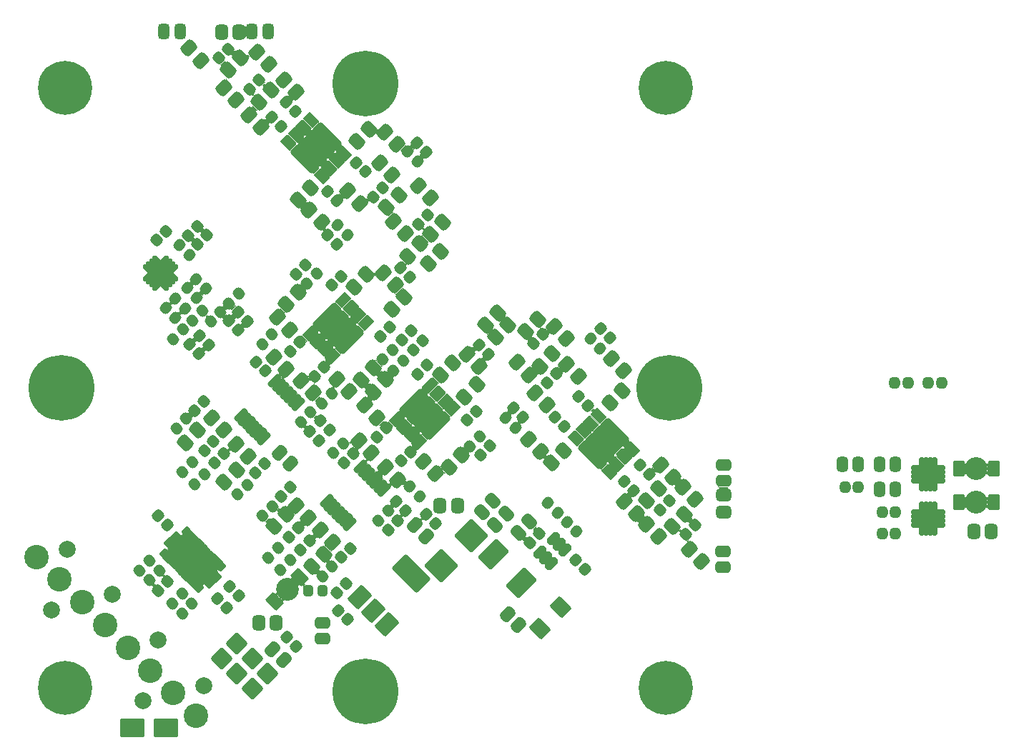
<source format=gbr>
%TF.GenerationSoftware,KiCad,Pcbnew,6.0.4-6f826c9f35~116~ubuntu20.04.1*%
%TF.CreationDate,2022-07-18T16:45:44+00:00*%
%TF.ProjectId,QFHMIX01D,5146484d-4958-4303-9144-2e6b69636164,REV 0.2*%
%TF.SameCoordinates,Original*%
%TF.FileFunction,Soldermask,Bot*%
%TF.FilePolarity,Negative*%
%FSLAX46Y46*%
G04 Gerber Fmt 4.6, Leading zero omitted, Abs format (unit mm)*
G04 Created by KiCad (PCBNEW 6.0.4-6f826c9f35~116~ubuntu20.04.1) date 2022-07-18 16:45:44*
%MOMM*%
%LPD*%
G01*
G04 APERTURE LIST*
G04 Aperture macros list*
%AMRoundRect*
0 Rectangle with rounded corners*
0 $1 Rounding radius*
0 $2 $3 $4 $5 $6 $7 $8 $9 X,Y pos of 4 corners*
0 Add a 4 corners polygon primitive as box body*
4,1,4,$2,$3,$4,$5,$6,$7,$8,$9,$2,$3,0*
0 Add four circle primitives for the rounded corners*
1,1,$1+$1,$2,$3*
1,1,$1+$1,$4,$5*
1,1,$1+$1,$6,$7*
1,1,$1+$1,$8,$9*
0 Add four rect primitives between the rounded corners*
20,1,$1+$1,$2,$3,$4,$5,0*
20,1,$1+$1,$4,$5,$6,$7,0*
20,1,$1+$1,$6,$7,$8,$9,0*
20,1,$1+$1,$8,$9,$2,$3,0*%
G04 Aperture macros list end*
%ADD10C,2.000000*%
%ADD11C,2.900000*%
%ADD12RoundRect,0.200000X0.000000X1.077631X-1.077631X0.000000X0.000000X-1.077631X1.077631X0.000000X0*%
%ADD13RoundRect,0.400000X0.053033X-0.335876X0.335876X-0.053033X-0.053033X0.335876X-0.335876X0.053033X0*%
%ADD14RoundRect,0.400000X-0.053033X0.335876X-0.335876X0.053033X0.053033X-0.335876X0.335876X-0.053033X0*%
%ADD15RoundRect,0.425000X0.017678X-0.335876X0.335876X-0.017678X-0.017678X0.335876X-0.335876X0.017678X0*%
%ADD16C,6.400000*%
%ADD17RoundRect,0.200000X1.250000X0.900000X-1.250000X0.900000X-1.250000X-0.900000X1.250000X-0.900000X0*%
%ADD18RoundRect,0.425000X-0.335876X-0.017678X-0.017678X-0.335876X0.335876X0.017678X0.017678X0.335876X0*%
%ADD19RoundRect,0.425000X-0.017678X0.335876X-0.335876X0.017678X0.017678X-0.335876X0.335876X-0.017678X0*%
%ADD20RoundRect,0.400000X0.335876X0.053033X0.053033X0.335876X-0.335876X-0.053033X-0.053033X-0.335876X0*%
%ADD21RoundRect,0.450000X-0.512652X-0.159099X-0.159099X-0.512652X0.512652X0.159099X0.159099X0.512652X0*%
%ADD22C,7.800000*%
%ADD23C,0.900000*%
%ADD24RoundRect,0.450000X-0.548008X-0.088388X-0.088388X-0.548008X0.548008X0.088388X0.088388X0.548008X0*%
%ADD25RoundRect,0.450000X0.548008X0.088388X0.088388X0.548008X-0.548008X-0.088388X-0.088388X-0.548008X0*%
%ADD26RoundRect,0.425000X0.335876X0.017678X0.017678X0.335876X-0.335876X-0.017678X-0.017678X-0.335876X0*%
%ADD27RoundRect,0.450000X0.250000X0.475000X-0.250000X0.475000X-0.250000X-0.475000X0.250000X-0.475000X0*%
%ADD28RoundRect,0.450000X-0.088388X0.548008X-0.548008X0.088388X0.088388X-0.548008X0.548008X-0.088388X0*%
%ADD29RoundRect,0.450000X0.088388X-0.548008X0.548008X-0.088388X-0.088388X0.548008X-0.548008X0.088388X0*%
%ADD30RoundRect,0.400000X-0.335876X-0.053033X-0.053033X-0.335876X0.335876X0.053033X0.053033X0.335876X0*%
%ADD31RoundRect,0.200000X-0.717713X-0.180312X-0.180312X-0.717713X0.717713X0.180312X0.180312X0.717713X0*%
%ADD32RoundRect,0.200000X-2.828427X0.565685X0.565685X-2.828427X2.828427X-0.565685X-0.565685X2.828427X0*%
%ADD33RoundRect,0.450000X0.475000X-0.250000X0.475000X0.250000X-0.475000X0.250000X-0.475000X-0.250000X0*%
%ADD34RoundRect,0.450000X0.325000X0.450000X-0.325000X0.450000X-0.325000X-0.450000X0.325000X-0.450000X0*%
%ADD35RoundRect,0.450000X-0.450000X0.325000X-0.450000X-0.325000X0.450000X-0.325000X0.450000X0.325000X0*%
%ADD36RoundRect,0.450000X-0.159099X0.512652X-0.512652X0.159099X0.159099X-0.512652X0.512652X-0.159099X0*%
%ADD37RoundRect,0.418750X0.218750X0.256250X-0.218750X0.256250X-0.218750X-0.256250X0.218750X-0.256250X0*%
%ADD38RoundRect,0.200000X-0.176777X-1.237437X1.237437X0.176777X0.176777X1.237437X-1.237437X-0.176777X0*%
%ADD39RoundRect,0.200000X0.636396X-2.050610X2.050610X-0.636396X-0.636396X2.050610X-2.050610X0.636396X0*%
%ADD40C,2.700000*%
%ADD41RoundRect,0.200000X0.475000X0.750000X-0.475000X0.750000X-0.475000X-0.750000X0.475000X-0.750000X0*%
%ADD42RoundRect,0.262500X0.337500X0.062500X-0.337500X0.062500X-0.337500X-0.062500X0.337500X-0.062500X0*%
%ADD43RoundRect,0.262500X0.062500X0.337500X-0.062500X0.337500X-0.062500X-0.337500X0.062500X-0.337500X0*%
%ADD44RoundRect,0.450000X0.600000X0.600000X-0.600000X0.600000X-0.600000X-0.600000X0.600000X-0.600000X0*%
%ADD45RoundRect,0.450000X0.512652X0.159099X0.159099X0.512652X-0.512652X-0.159099X-0.159099X-0.512652X0*%
%ADD46RoundRect,0.300000X0.380070X0.521491X-0.521491X-0.380070X-0.380070X-0.521491X0.521491X0.380070X0*%
%ADD47RoundRect,0.443750X0.243750X0.456250X-0.243750X0.456250X-0.243750X-0.456250X0.243750X-0.456250X0*%
%ADD48RoundRect,0.450000X0.503814X0.132583X0.132583X0.503814X-0.503814X-0.132583X-0.132583X-0.503814X0*%
%ADD49RoundRect,0.450000X-0.475000X0.250000X-0.475000X-0.250000X0.475000X-0.250000X0.475000X0.250000X0*%
%ADD50RoundRect,0.200000X-0.194454X0.866206X-0.866206X0.194454X0.194454X-0.866206X0.866206X-0.194454X0*%
%ADD51RoundRect,0.200000X0.180312X-0.717713X0.717713X-0.180312X-0.180312X0.717713X-0.717713X0.180312X0*%
%ADD52RoundRect,0.200000X-0.565685X-2.828427X2.828427X0.565685X0.565685X2.828427X-2.828427X-0.565685X0*%
%ADD53RoundRect,0.350000X-0.256326X-0.468458X0.468458X0.256326X0.256326X0.468458X-0.468458X-0.256326X0*%
%ADD54RoundRect,0.400000X0.200000X0.275000X-0.200000X0.275000X-0.200000X-0.275000X0.200000X-0.275000X0*%
%ADD55RoundRect,0.450000X-0.503814X-0.132583X-0.132583X-0.503814X0.503814X0.132583X0.132583X0.503814X0*%
%ADD56RoundRect,0.200000X-0.180312X0.717713X-0.717713X0.180312X0.180312X-0.717713X0.717713X-0.180312X0*%
%ADD57RoundRect,0.200000X0.565685X2.828427X-2.828427X-0.565685X-0.565685X-2.828427X2.828427X0.565685X0*%
%ADD58RoundRect,0.262500X-0.282843X0.194454X0.194454X-0.282843X0.282843X-0.194454X-0.194454X0.282843X0*%
%ADD59RoundRect,0.262500X-0.282843X-0.194454X-0.194454X-0.282843X0.282843X0.194454X0.194454X0.282843X0*%
%ADD60RoundRect,0.450000X-0.848528X0.000000X0.000000X-0.848528X0.848528X0.000000X0.000000X0.848528X0*%
%ADD61RoundRect,0.200000X0.106066X0.318198X-0.318198X-0.106066X-0.106066X-0.318198X0.318198X0.106066X0*%
%ADD62RoundRect,0.200000X0.353553X0.565685X-0.565685X-0.353553X-0.353553X-0.565685X0.565685X0.353553X0*%
%ADD63RoundRect,0.200000X0.318198X-0.106066X-0.106066X0.318198X-0.318198X0.106066X0.106066X-0.318198X0*%
%ADD64RoundRect,0.200000X-0.194454X1.219759X-1.219759X0.194454X0.194454X-1.219759X1.219759X-0.194454X0*%
%ADD65RoundRect,0.385000X0.279307X1.325825X-1.325825X-0.279307X-0.279307X-1.325825X1.325825X0.279307X0*%
%ADD66RoundRect,0.200000X-0.141421X1.060660X-1.060660X0.141421X0.141421X-1.060660X1.060660X-0.141421X0*%
%ADD67RoundRect,0.200000X1.622810X0.350018X0.350018X1.622810X-1.622810X-0.350018X-0.350018X-1.622810X0*%
%ADD68RoundRect,0.200000X-1.622810X-0.350018X-0.350018X-1.622810X1.622810X0.350018X0.350018X1.622810X0*%
%ADD69RoundRect,0.200000X0.017961X1.785275X-1.785275X-0.017961X-0.017961X-1.785275X1.785275X0.017961X0*%
G04 APERTURE END LIST*
D10*
%TO.C,J1*%
X114680511Y-109155028D03*
X123625412Y-127150895D03*
X130844972Y-125319489D03*
X125456819Y-119931335D03*
X120068665Y-114543181D03*
X112849105Y-116374588D03*
D11*
X111070731Y-110070731D03*
X113764808Y-112764808D03*
X116458885Y-115458885D03*
X119152962Y-118152962D03*
X121847038Y-120847038D03*
X124541115Y-123541115D03*
X127235192Y-126235192D03*
X129929269Y-128929269D03*
%TD*%
D12*
%TO.C,J2*%
X138380877Y-123910226D03*
X136584826Y-125706277D03*
X136584826Y-122114174D03*
X134788774Y-123910226D03*
X134788774Y-120318123D03*
X132992723Y-122114174D03*
%TD*%
D13*
%TO.C,R15*%
X129540837Y-82091963D03*
X130707563Y-80925237D03*
%TD*%
D14*
%TO.C,R11*%
X128370763Y-83109637D03*
X127204037Y-84276363D03*
%TD*%
D15*
%TO.C,C19*%
X132151992Y-98948008D03*
X133248008Y-97851992D03*
%TD*%
%TO.C,C18*%
X130909866Y-97493850D03*
X132005882Y-96397834D03*
%TD*%
D16*
%TO.C,M7*%
X185560000Y-125560000D03*
%TD*%
%TO.C,M6*%
X185560000Y-54440000D03*
%TD*%
%TO.C,M5*%
X114440000Y-125560000D03*
%TD*%
D17*
%TO.C,D1*%
X126358400Y-130327400D03*
X122358400Y-130327400D03*
%TD*%
D18*
%TO.C,C13*%
X129194200Y-84862823D03*
X130290216Y-85958839D03*
%TD*%
D19*
%TO.C,C2*%
X131231008Y-71943592D03*
X130134992Y-73039608D03*
%TD*%
D18*
%TO.C,C12*%
X130337200Y-83846823D03*
X131433216Y-84942839D03*
%TD*%
D19*
%TO.C,C1*%
X130138808Y-70876792D03*
X129042792Y-71972808D03*
%TD*%
D20*
%TO.C,R6*%
X131114800Y-78308200D03*
X129948074Y-77141474D03*
%TD*%
D13*
%TO.C,R14*%
X131674437Y-82193563D03*
X132841163Y-81026837D03*
%TD*%
D14*
%TO.C,R10*%
X135000163Y-78867837D03*
X133833437Y-80034563D03*
%TD*%
D21*
%TO.C,C26*%
X139028249Y-120994249D03*
X140371751Y-122337751D03*
%TD*%
D22*
%TO.C,M4*%
X150000000Y-126000000D03*
D23*
X153000000Y-126000000D03*
X152598076Y-127500000D03*
X150000000Y-123000000D03*
X152598076Y-124500000D03*
X147401924Y-127500000D03*
X150000000Y-129000000D03*
X147000000Y-126000000D03*
X148500000Y-123401924D03*
X151500000Y-128598076D03*
X151500000Y-123401924D03*
X147401924Y-124500000D03*
X148500000Y-128598076D03*
%TD*%
D22*
%TO.C,M3*%
X150000000Y-54000000D03*
D23*
X151500000Y-51401924D03*
X152598076Y-55500000D03*
X148500000Y-51401924D03*
X153000000Y-54000000D03*
X147401924Y-55500000D03*
X150000000Y-57000000D03*
X147000000Y-54000000D03*
X151500000Y-56598076D03*
X148500000Y-56598076D03*
X150000000Y-51000000D03*
X152598076Y-52500000D03*
X147401924Y-52500000D03*
%TD*%
D22*
%TO.C,M1*%
X186000000Y-90000000D03*
D23*
X187500000Y-92598076D03*
X183401924Y-88500000D03*
X188598076Y-88500000D03*
X183401924Y-91500000D03*
X186000000Y-87000000D03*
X188598076Y-91500000D03*
X184500000Y-92598076D03*
X189000000Y-90000000D03*
X187500000Y-87401924D03*
X186000000Y-93000000D03*
X183000000Y-90000000D03*
X184500000Y-87401924D03*
%TD*%
D22*
%TO.C,M2*%
X114000000Y-90000000D03*
D23*
X112500000Y-87401924D03*
X117000000Y-90000000D03*
X111401924Y-88500000D03*
X116598076Y-91500000D03*
X115500000Y-87401924D03*
X112500000Y-92598076D03*
X114000000Y-93000000D03*
X111000000Y-90000000D03*
X114000000Y-87000000D03*
X111401924Y-91500000D03*
X116598076Y-88500000D03*
X115500000Y-92598076D03*
%TD*%
D15*
%TO.C,C21*%
X142326992Y-109260008D03*
X143423008Y-108163992D03*
%TD*%
%TO.C,C20*%
X140951992Y-107748008D03*
X142048008Y-106651992D03*
%TD*%
D13*
%TO.C,R26*%
X127120339Y-115607097D03*
X128287065Y-114440371D03*
%TD*%
%TO.C,R21*%
X129796880Y-101480517D03*
X130963606Y-100313791D03*
%TD*%
%TO.C,R25*%
X124426262Y-112841180D03*
X125592988Y-111674454D03*
%TD*%
%TO.C,R24*%
X123258828Y-111673746D03*
X124425554Y-110507020D03*
%TD*%
%TO.C,R20*%
X128360040Y-100043676D03*
X129526766Y-98876950D03*
%TD*%
%TO.C,R23*%
X139953762Y-111637399D03*
X141120488Y-110470673D03*
%TD*%
%TO.C,R27*%
X128287772Y-116774532D03*
X129454498Y-115607806D03*
%TD*%
D16*
%TO.C,M8*%
X114440000Y-54440000D03*
%TD*%
D18*
%TO.C,C11*%
X133843392Y-82103592D03*
X134939408Y-83199608D03*
%TD*%
%TO.C,C10*%
X134899400Y-81051400D03*
X135995416Y-82147416D03*
%TD*%
%TO.C,C27*%
X140651992Y-119593992D03*
X141748008Y-120690008D03*
%TD*%
D15*
%TO.C,C16*%
X129751992Y-92748008D03*
X130848008Y-91651992D03*
%TD*%
%TO.C,C17*%
X136992992Y-100141408D03*
X138089008Y-99045392D03*
%TD*%
D18*
%TO.C,C24*%
X132469885Y-115044885D03*
X133565901Y-116140901D03*
%TD*%
D19*
%TO.C,C25*%
X126532008Y-112964592D03*
X125435992Y-114060608D03*
%TD*%
D18*
%TO.C,C22*%
X125413524Y-105226063D03*
X126509540Y-106322079D03*
%TD*%
%TO.C,C8*%
X137051992Y-86951992D03*
X138148008Y-88048008D03*
%TD*%
%TO.C,C23*%
X133944885Y-113594885D03*
X135040901Y-114690901D03*
%TD*%
D15*
%TO.C,C3*%
X125308992Y-72557008D03*
X126405008Y-71460992D03*
%TD*%
D13*
%TO.C,R22*%
X138516919Y-110200559D03*
X139683645Y-109033833D03*
%TD*%
D24*
%TO.C,L8*%
X131775216Y-93575216D03*
X133224784Y-95024784D03*
%TD*%
D25*
%TO.C,L12*%
X136132184Y-98209984D03*
X134682616Y-96760416D03*
%TD*%
D26*
%TO.C,C41*%
X146648008Y-73048008D03*
X145551992Y-71951992D03*
%TD*%
D18*
%TO.C,C44*%
X156104584Y-60981584D03*
X157200600Y-62077600D03*
%TD*%
D19*
%TO.C,C58*%
X142848008Y-75451992D03*
X141751992Y-76548008D03*
%TD*%
%TO.C,C61*%
X155411808Y-83246592D03*
X154315792Y-84342608D03*
%TD*%
D27*
%TO.C,C28*%
X128051600Y-47777400D03*
X126151600Y-47777400D03*
%TD*%
D15*
%TO.C,C32*%
X132649592Y-50967008D03*
X133745608Y-49870992D03*
%TD*%
D26*
%TO.C,C36*%
X139968608Y-59044208D03*
X138872592Y-57948192D03*
%TD*%
%TO.C,C45*%
X146598008Y-67858008D03*
X145501992Y-66761992D03*
%TD*%
D15*
%TO.C,C56*%
X146009992Y-77891008D03*
X147106008Y-76794992D03*
%TD*%
D19*
%TO.C,C62*%
X142235088Y-84632070D03*
X141139072Y-85728086D03*
%TD*%
%TO.C,C49*%
X152048008Y-66351992D03*
X150951992Y-67448008D03*
%TD*%
%TO.C,C51*%
X157367608Y-69555992D03*
X156271592Y-70652008D03*
%TD*%
D26*
%TO.C,C53*%
X155248008Y-76948008D03*
X154151992Y-75851992D03*
%TD*%
D27*
%TO.C,C29*%
X138465600Y-47802800D03*
X136565600Y-47802800D03*
%TD*%
D15*
%TO.C,C34*%
X136307192Y-54675408D03*
X137403208Y-53579392D03*
%TD*%
D18*
%TO.C,C37*%
X140574392Y-56195592D03*
X141670408Y-57291608D03*
%TD*%
D26*
%TO.C,C46*%
X150027008Y-64429008D03*
X148930992Y-63332992D03*
%TD*%
D19*
%TO.C,C63*%
X145074008Y-87551992D03*
X143977992Y-88648008D03*
%TD*%
%TO.C,C64*%
X152437139Y-94788641D03*
X151341123Y-95884657D03*
%TD*%
%TO.C,C65*%
X155310208Y-97622992D03*
X154214192Y-98719008D03*
%TD*%
D18*
%TO.C,C47*%
X177821584Y-82977984D03*
X178917600Y-84074000D03*
%TD*%
D15*
%TO.C,C59*%
X163612192Y-98033208D03*
X164708208Y-96937192D03*
%TD*%
%TO.C,C60*%
X155636592Y-85587208D03*
X156732608Y-84491192D03*
%TD*%
D25*
%TO.C,L31*%
X144793584Y-70422384D03*
X143344016Y-68972816D03*
%TD*%
%TO.C,L35*%
X153759784Y-61176784D03*
X152310216Y-59727216D03*
%TD*%
D28*
%TO.C,L59*%
X142024784Y-78675216D03*
X140575216Y-80124784D03*
%TD*%
%TO.C,L63*%
X150965784Y-87667216D03*
X149516216Y-89116784D03*
%TD*%
D29*
%TO.C,L32*%
X141997816Y-67806184D03*
X143447384Y-66356616D03*
%TD*%
D28*
%TO.C,L36*%
X150432384Y-59371616D03*
X148982816Y-60821184D03*
%TD*%
D24*
%TO.C,L60*%
X139559416Y-81698216D03*
X141008984Y-83147784D03*
%TD*%
D25*
%TO.C,L64*%
X148070184Y-90488384D03*
X146620616Y-89038816D03*
%TD*%
D24*
%TO.C,L39*%
X147865216Y-66712216D03*
X149314784Y-68161784D03*
%TD*%
D28*
%TO.C,L57*%
X150076784Y-76618216D03*
X148627216Y-78067784D03*
%TD*%
D29*
%TO.C,L17*%
X133717416Y-52362984D03*
X135166984Y-50913416D03*
%TD*%
%TO.C,L23*%
X137349616Y-56198384D03*
X138799184Y-54748816D03*
%TD*%
%TO.C,L42*%
X152488016Y-68593584D03*
X153937584Y-67144016D03*
%TD*%
%TO.C,L48*%
X157675216Y-71824784D03*
X159124784Y-70375216D03*
%TD*%
D24*
%TO.C,L54*%
X152132416Y-76415016D03*
X153581984Y-77864584D03*
%TD*%
D25*
%TO.C,L40*%
X153124784Y-64824784D03*
X151675216Y-63375216D03*
%TD*%
D29*
%TO.C,L58*%
X153097616Y-80709384D03*
X154547184Y-79259816D03*
%TD*%
%TO.C,L33*%
X178980216Y-91834584D03*
X180429784Y-90385016D03*
%TD*%
D24*
%TO.C,L61*%
X156875216Y-98775216D03*
X158324784Y-100224784D03*
%TD*%
D25*
%TO.C,L65*%
X151346784Y-93561784D03*
X149897216Y-92112216D03*
%TD*%
%TO.C,L34*%
X180567483Y-88009883D03*
X179117915Y-86560315D03*
%TD*%
D29*
%TO.C,L62*%
X159875216Y-99424784D03*
X161324784Y-97975216D03*
%TD*%
%TO.C,L66*%
X150913216Y-90513784D03*
X152362784Y-89064216D03*
%TD*%
D20*
%TO.C,R29*%
X147883363Y-71883363D03*
X146716637Y-70716637D03*
%TD*%
D30*
%TO.C,R31*%
X155017037Y-62002237D03*
X156183763Y-63168963D03*
%TD*%
D14*
%TO.C,R32*%
X144220363Y-76505637D03*
X143053637Y-77672363D03*
%TD*%
D13*
%TO.C,R34*%
X152016637Y-86683363D03*
X153183363Y-85516637D03*
%TD*%
D30*
%TO.C,R30*%
X176633274Y-84177274D03*
X177800000Y-85344000D03*
%TD*%
D13*
%TO.C,R33*%
X162357637Y-96976363D03*
X163524363Y-95809637D03*
%TD*%
D14*
%TO.C,R35*%
X154483363Y-86816637D03*
X153316637Y-87983363D03*
%TD*%
D31*
%TO.C,U7*%
X147393263Y-79662660D03*
D23*
X146057538Y-82278248D03*
X145350431Y-81571141D03*
X144643325Y-82278248D03*
X147471752Y-82278248D03*
X146057538Y-83692462D03*
X148178859Y-84399569D03*
X147471752Y-83692462D03*
X145350431Y-82985355D03*
X148178859Y-82985355D03*
X147471752Y-85106675D03*
X146764645Y-82985355D03*
X146057538Y-80864035D03*
D32*
X146764645Y-82985355D03*
D23*
X148885965Y-83692462D03*
X146764645Y-81571141D03*
D31*
X148291289Y-80560686D03*
D23*
X146764645Y-84399569D03*
D31*
X149189314Y-81458711D03*
X150087340Y-82356737D03*
X146136027Y-86308050D03*
X145238001Y-85410024D03*
X144339976Y-84511999D03*
X143441950Y-83613973D03*
%TD*%
%TO.C,U8*%
X157643263Y-89812660D03*
D23*
X157721752Y-95256675D03*
X158428859Y-93135355D03*
X157721752Y-93842462D03*
X156307538Y-93842462D03*
X155600431Y-91721141D03*
X157014645Y-91721141D03*
X157721752Y-92428248D03*
X156307538Y-91014035D03*
X158428859Y-94549569D03*
X157014645Y-93135355D03*
X155600431Y-93135355D03*
D32*
X157014645Y-93135355D03*
D23*
X156307538Y-92428248D03*
D31*
X158541289Y-90710686D03*
D23*
X157014645Y-94549569D03*
X154893325Y-92428248D03*
X159135965Y-93842462D03*
D31*
X159439314Y-91608711D03*
X160337340Y-92506737D03*
X156386027Y-96458050D03*
X155488001Y-95560024D03*
X154589976Y-94661999D03*
X153691950Y-93763973D03*
%TD*%
D20*
%TO.C,R28*%
X167741600Y-94742000D03*
X166574874Y-93575274D03*
%TD*%
D26*
%TO.C,C40*%
X168645208Y-93512008D03*
X167549192Y-92415992D03*
%TD*%
D28*
%TO.C,L29*%
X173470184Y-97522416D03*
X172020616Y-98971984D03*
%TD*%
D25*
%TO.C,L30*%
X170712283Y-97560283D03*
X169262715Y-96110715D03*
%TD*%
D29*
%TO.C,L7*%
X128675216Y-96524784D03*
X130124784Y-95075216D03*
%TD*%
D24*
%TO.C,L9*%
X141794616Y-103974016D03*
X143244184Y-105423584D03*
%TD*%
D14*
%TO.C,R18*%
X139013363Y-104064637D03*
X137846637Y-105231363D03*
%TD*%
%TO.C,R4*%
X147383363Y-96616637D03*
X146216637Y-97783363D03*
%TD*%
D18*
%TO.C,C42*%
X175270792Y-91044392D03*
X176366808Y-92140408D03*
%TD*%
D28*
%TO.C,L51*%
X156424784Y-72975216D03*
X154975216Y-74424784D03*
%TD*%
D33*
%TO.C,C30*%
X192405000Y-101087000D03*
X192405000Y-99187000D03*
%TD*%
D26*
%TO.C,C52*%
X164519616Y-86033616D03*
X163423600Y-84937600D03*
%TD*%
D34*
%TO.C,L14*%
X134988900Y-47879000D03*
X132938900Y-47879000D03*
%TD*%
D29*
%TO.C,L6*%
X143623416Y-111189384D03*
X145072984Y-109739816D03*
%TD*%
D28*
%TO.C,L41*%
X172123984Y-86016216D03*
X170674416Y-87465784D03*
%TD*%
%TO.C,L49*%
X165646984Y-81114016D03*
X164197416Y-82563584D03*
%TD*%
D24*
%TO.C,L20*%
X137095616Y-50275216D03*
X138545184Y-51724784D03*
%TD*%
D35*
%TO.C,L15*%
X192405000Y-102734000D03*
X192405000Y-104784000D03*
%TD*%
D24*
%TO.C,L44*%
X167931216Y-87032216D03*
X169380784Y-88481784D03*
%TD*%
D14*
%TO.C,R17*%
X128783363Y-93716637D03*
X127616637Y-94883363D03*
%TD*%
D30*
%TO.C,R43*%
X171628637Y-103683637D03*
X172795363Y-104850363D03*
%TD*%
D18*
%TO.C,C7*%
X153670000Y-103505000D03*
X154766016Y-104601016D03*
%TD*%
D15*
%TO.C,C9*%
X147457792Y-98896808D03*
X148553808Y-97800792D03*
%TD*%
%TO.C,C89*%
X146594192Y-114340008D03*
X147690208Y-113243992D03*
%TD*%
D28*
%TO.C,L18*%
X187795784Y-105015416D03*
X186346216Y-106464984D03*
%TD*%
D36*
%TO.C,C78*%
X166672102Y-104930098D03*
X165328600Y-106273600D03*
%TD*%
D26*
%TO.C,C86*%
X158292800Y-106146600D03*
X157196784Y-105050584D03*
%TD*%
D34*
%TO.C,L72*%
X160892600Y-103987600D03*
X158842600Y-103987600D03*
%TD*%
D37*
%TO.C,C74*%
X212773690Y-107300000D03*
X211198690Y-107300000D03*
%TD*%
D24*
%TO.C,L13*%
X129075216Y-49775216D03*
X130524784Y-51224784D03*
%TD*%
D38*
%TO.C,U12*%
X152555023Y-118096996D03*
X150928678Y-116470650D03*
D39*
X155383450Y-112015878D03*
D38*
X149302332Y-114844305D03*
%TD*%
D40*
%TO.C,D3*%
X222321590Y-103622400D03*
D41*
X220246590Y-103622400D03*
X224396590Y-103622400D03*
%TD*%
D42*
%TO.C,U9*%
X218066190Y-99510000D03*
X218066190Y-100010000D03*
X218066190Y-100510000D03*
X218066190Y-101010000D03*
D43*
X217366190Y-101710000D03*
X216866190Y-101710000D03*
X216366190Y-101710000D03*
X215866190Y-101710000D03*
D42*
X215166190Y-101010000D03*
X215166190Y-100510000D03*
X215166190Y-100010000D03*
X215166190Y-99510000D03*
D43*
X215866190Y-98810000D03*
X216366190Y-98810000D03*
X216866190Y-98810000D03*
X217366190Y-98810000D03*
D44*
X216616190Y-100260000D03*
%TD*%
D45*
%TO.C,C84*%
X157211951Y-107681951D03*
X155868449Y-106338449D03*
%TD*%
D24*
%TO.C,L26*%
X140336117Y-53544317D03*
X141785685Y-54993885D03*
%TD*%
D37*
%TO.C,R45*%
X214223690Y-89440000D03*
X212648690Y-89440000D03*
%TD*%
D29*
%TO.C,L11*%
X133275216Y-101224784D03*
X134724784Y-99775216D03*
%TD*%
D30*
%TO.C,R1*%
X127966037Y-73127437D03*
X129132763Y-74294163D03*
%TD*%
D13*
%TO.C,R3*%
X137770437Y-84885963D03*
X138937163Y-83719237D03*
%TD*%
D30*
%TO.C,R2*%
X155245637Y-101727837D03*
X156412363Y-102894563D03*
%TD*%
D15*
%TO.C,C5*%
X152690192Y-106923208D03*
X153786208Y-105827192D03*
%TD*%
%TO.C,C55*%
X162037392Y-93893008D03*
X163133408Y-92796992D03*
%TD*%
D24*
%TO.C,L19*%
X133209416Y-54444016D03*
X134658984Y-55893584D03*
%TD*%
D36*
%TO.C,C68*%
X169429351Y-105906649D03*
X168085849Y-107250151D03*
%TD*%
D24*
%TO.C,L25*%
X136181216Y-57695216D03*
X137630784Y-59144784D03*
%TD*%
%TO.C,L3*%
X149262216Y-96303216D03*
X150711784Y-97752784D03*
%TD*%
D25*
%TO.C,L16*%
X189802384Y-110605184D03*
X188352816Y-109155616D03*
%TD*%
D28*
%TO.C,L24*%
X184747784Y-101992816D03*
X183298216Y-103442384D03*
%TD*%
D25*
%TO.C,L21*%
X189065784Y-103239184D03*
X187616216Y-101789616D03*
%TD*%
D36*
%TO.C,C79*%
X165111351Y-103417449D03*
X163767849Y-104760951D03*
%TD*%
D15*
%TO.C,C50*%
X169860592Y-84799808D03*
X170956608Y-83703792D03*
%TD*%
D25*
%TO.C,L5*%
X146139784Y-108369984D03*
X144690216Y-106920416D03*
%TD*%
D29*
%TO.C,L50*%
X165365816Y-84011384D03*
X166815384Y-82561816D03*
%TD*%
D19*
%TO.C,C33*%
X189016008Y-106309792D03*
X187919992Y-107405808D03*
%TD*%
D20*
%TO.C,R9*%
X127507163Y-81710963D03*
X126340437Y-80544237D03*
%TD*%
D46*
%TO.C,U3*%
X149444194Y-99389250D03*
X149903813Y-99848869D03*
X150363433Y-100308488D03*
X150823052Y-100768108D03*
X151282672Y-101227727D03*
X151742291Y-101687347D03*
X152201910Y-102146966D03*
X148153724Y-106195152D03*
X147694105Y-105735533D03*
X147234485Y-105275914D03*
X146774866Y-104816294D03*
X146315246Y-104356675D03*
X145855627Y-103897055D03*
X145396008Y-103437436D03*
%TD*%
D47*
%TO.C,C87*%
X212723690Y-99110000D03*
X210848690Y-99110000D03*
%TD*%
D14*
%TO.C,R16*%
X146049163Y-111227437D03*
X144882437Y-112394163D03*
%TD*%
D25*
%TO.C,L46*%
X157696784Y-67526784D03*
X156247216Y-66077216D03*
%TD*%
D48*
%TO.C,TH1*%
X141145235Y-99045235D03*
X139854765Y-97754765D03*
%TD*%
D19*
%TO.C,C35*%
X185942608Y-103439592D03*
X184846592Y-104535608D03*
%TD*%
D24*
%TO.C,L38*%
X170039416Y-90639016D03*
X171488984Y-92088584D03*
%TD*%
D25*
%TO.C,L4*%
X143824784Y-90615384D03*
X142375216Y-89165816D03*
%TD*%
D49*
%TO.C,C91*%
X144932400Y-117896600D03*
X144932400Y-119796600D03*
%TD*%
D18*
%TO.C,C38*%
X182535192Y-99172392D03*
X183631208Y-100268408D03*
%TD*%
D40*
%TO.C,D5*%
X140741400Y-113919000D03*
D50*
X139274153Y-115386247D03*
X142208647Y-112451753D03*
%TD*%
D14*
%TO.C,R19*%
X136016163Y-101516637D03*
X134849437Y-102683363D03*
%TD*%
D51*
%TO.C,U5*%
X140847705Y-60991782D03*
D23*
X145584614Y-61620400D03*
X142049080Y-62327507D03*
D51*
X141745731Y-60093756D03*
D23*
X143463293Y-60913293D03*
X144170400Y-63034614D03*
X144877507Y-62327507D03*
X143463293Y-63741720D03*
X144170400Y-61620400D03*
X143463293Y-62327507D03*
X146291720Y-60913293D03*
D52*
X144170400Y-61620400D03*
D23*
X145584614Y-60206186D03*
X144877507Y-59499080D03*
X144877507Y-60913293D03*
X142756186Y-63034614D03*
X142756186Y-61620400D03*
X144170400Y-60206186D03*
D51*
X142643756Y-59195731D03*
X143541782Y-58297705D03*
X147493095Y-62249018D03*
X146595069Y-63147044D03*
X145697044Y-64045069D03*
X144799018Y-64943095D03*
%TD*%
D24*
%TO.C,L2*%
X139175216Y-86375216D03*
X140624784Y-87824784D03*
%TD*%
D20*
%TO.C,R7*%
X130047163Y-79374163D03*
X128880437Y-78207437D03*
%TD*%
%TO.C,R8*%
X128675563Y-80644163D03*
X127508837Y-79477437D03*
%TD*%
D53*
%TO.C,U10*%
X171984025Y-110830277D03*
X171312274Y-110158526D03*
X170640523Y-109486775D03*
X172249191Y-107878107D03*
X172920942Y-108549858D03*
X173592693Y-109221609D03*
%TD*%
D47*
%TO.C,C76*%
X208313690Y-99110000D03*
X206438690Y-99110000D03*
%TD*%
D24*
%TO.C,L45*%
X153275216Y-70275216D03*
X154724784Y-71724784D03*
%TD*%
D25*
%TO.C,L28*%
X182055384Y-104966384D03*
X180605816Y-103516816D03*
%TD*%
D15*
%TO.C,C54*%
X156169992Y-88432008D03*
X157266008Y-87335992D03*
%TD*%
D54*
%TO.C,R47*%
X144893800Y-114046000D03*
X143243800Y-114046000D03*
%TD*%
D18*
%TO.C,C43*%
X172476792Y-93482792D03*
X173572808Y-94578808D03*
%TD*%
D55*
%TO.C,R36*%
X166854765Y-116854765D03*
X168145235Y-118145235D03*
%TD*%
D14*
%TO.C,R12*%
X143509163Y-92939437D03*
X142342437Y-94106163D03*
%TD*%
D18*
%TO.C,C6*%
X143433800Y-95199200D03*
X144529816Y-96295216D03*
%TD*%
D26*
%TO.C,C75*%
X175985808Y-111571408D03*
X174889792Y-110475392D03*
%TD*%
D15*
%TO.C,C48*%
X171511592Y-89448008D03*
X172607608Y-88351992D03*
%TD*%
%TO.C,C14*%
X140040992Y-102910008D03*
X141137008Y-101813992D03*
%TD*%
D13*
%TO.C,R13*%
X151511837Y-105790163D03*
X152678563Y-104623437D03*
%TD*%
D25*
%TO.C,L43*%
X173825784Y-84239984D03*
X172376216Y-82790416D03*
%TD*%
D37*
%TO.C,C88*%
X208363690Y-101840000D03*
X206788690Y-101840000D03*
%TD*%
D47*
%TO.C,C73*%
X212723690Y-102060000D03*
X210848690Y-102060000D03*
%TD*%
D18*
%TO.C,C90*%
X146771992Y-116418992D03*
X147868008Y-117515008D03*
%TD*%
D25*
%TO.C,L1*%
X153824784Y-100924784D03*
X152375216Y-99475216D03*
%TD*%
D37*
%TO.C,C77*%
X212773690Y-104790000D03*
X211198690Y-104790000D03*
%TD*%
D33*
%TO.C,C31*%
X192303400Y-111287600D03*
X192303400Y-109387600D03*
%TD*%
D42*
%TO.C,U11*%
X218066190Y-104760000D03*
X218066190Y-105260000D03*
X218066190Y-105760000D03*
X218066190Y-106260000D03*
D43*
X217366190Y-106960000D03*
X216866190Y-106960000D03*
X216366190Y-106960000D03*
X215866190Y-106960000D03*
D42*
X215166190Y-106260000D03*
X215166190Y-105760000D03*
X215166190Y-105260000D03*
X215166190Y-104760000D03*
D43*
X215866190Y-104060000D03*
X216366190Y-104060000D03*
X216866190Y-104060000D03*
X217366190Y-104060000D03*
D44*
X216616190Y-105510000D03*
%TD*%
D56*
%TO.C,U6*%
X181551629Y-97301018D03*
D23*
X176107614Y-97379507D03*
X177521827Y-95965293D03*
X178936041Y-97379507D03*
X178936041Y-94551080D03*
X180350254Y-95965293D03*
D56*
X180653603Y-98199044D03*
D23*
X176814720Y-96672400D03*
X177521827Y-97379507D03*
X178228934Y-98086614D03*
X177521827Y-98793720D03*
X179643148Y-95258186D03*
X179643148Y-96672400D03*
X176814720Y-98086614D03*
X178228934Y-95258186D03*
X178228934Y-96672400D03*
D57*
X178228934Y-96672400D03*
D23*
X178936041Y-95965293D03*
D56*
X179755578Y-99097069D03*
X178857552Y-99995095D03*
X174906239Y-96043782D03*
X175804265Y-95145756D03*
X176702290Y-94247731D03*
X177600316Y-93349705D03*
%TD*%
D29*
%TO.C,L52*%
X157475216Y-75324784D03*
X158924784Y-73875216D03*
%TD*%
D34*
%TO.C,L69*%
X139425000Y-117900000D03*
X137375000Y-117900000D03*
%TD*%
D19*
%TO.C,C70*%
X170535600Y-107340400D03*
X169439584Y-108436416D03*
%TD*%
D26*
%TO.C,C39*%
X181726208Y-102224208D03*
X180630192Y-101128192D03*
%TD*%
D58*
%TO.C,U1*%
X124192509Y-75926571D03*
X124546062Y-75573018D03*
X124899616Y-75219464D03*
X125253169Y-74865911D03*
D59*
X126243119Y-74865911D03*
X126596672Y-75219464D03*
X126950226Y-75573018D03*
X127303779Y-75926571D03*
D58*
X127303779Y-76916521D03*
X126950226Y-77270074D03*
X126596672Y-77623628D03*
X126243119Y-77977181D03*
D59*
X125253169Y-77977181D03*
X124899616Y-77623628D03*
X124546062Y-77270074D03*
X124192509Y-76916521D03*
D60*
X125748144Y-76421546D03*
%TD*%
D20*
%TO.C,R42*%
X175005163Y-107085563D03*
X173838437Y-105918837D03*
%TD*%
D18*
%TO.C,C4*%
X144663792Y-93965392D03*
X145759808Y-95061408D03*
%TD*%
D46*
%TO.C,U2*%
X139287313Y-89232369D03*
X139746932Y-89691988D03*
X140206552Y-90151607D03*
X140666171Y-90611227D03*
X141125791Y-91070846D03*
X141585410Y-91530466D03*
X142045029Y-91990085D03*
X137996843Y-96038271D03*
X137537224Y-95578652D03*
X137077604Y-95119033D03*
X136617985Y-94659413D03*
X136158365Y-94199794D03*
X135698746Y-93740174D03*
X135239127Y-93280555D03*
%TD*%
D25*
%TO.C,L37*%
X175197384Y-88659584D03*
X173747816Y-87210016D03*
%TD*%
D61*
%TO.C,U4*%
X128740460Y-107014336D03*
X129094014Y-107367890D03*
X129447567Y-107721443D03*
X129801120Y-108074996D03*
X130154674Y-108428550D03*
D62*
X130260740Y-109029590D03*
X130614293Y-109383144D03*
X130967847Y-109736697D03*
D61*
X131568887Y-109842763D03*
X131922441Y-110196317D03*
X132275994Y-110549870D03*
X132629547Y-110903423D03*
X132983101Y-111256977D03*
D63*
X132452771Y-112282282D03*
X132099217Y-112635835D03*
X131745664Y-112989388D03*
X131392111Y-113342942D03*
D61*
X130366806Y-113873272D03*
X130013252Y-113519718D03*
X129659699Y-113166165D03*
X129306146Y-112812612D03*
X128952592Y-112459058D03*
D62*
X128846526Y-111858018D03*
X128492973Y-111504464D03*
X128139419Y-111150911D03*
D61*
X127538379Y-111044845D03*
X127184825Y-110691291D03*
X126831272Y-110337738D03*
X126477719Y-109984185D03*
X126124165Y-109630631D03*
D63*
X126654495Y-108605326D03*
X127008049Y-108251773D03*
X127361602Y-107898220D03*
X127715155Y-107544666D03*
D64*
X129553633Y-110443804D03*
D65*
X130900671Y-111790842D03*
X128206595Y-109096766D03*
%TD*%
D66*
%TO.C,D2*%
X173137437Y-116062563D03*
X170662563Y-118537437D03*
%TD*%
D29*
%TO.C,L56*%
X161722917Y-91108683D03*
X163172485Y-89659115D03*
%TD*%
D40*
%TO.C,D4*%
X222321590Y-99632400D03*
D41*
X220246590Y-99632400D03*
X224396590Y-99632400D03*
%TD*%
D34*
%TO.C,L73*%
X224061190Y-107090000D03*
X222011190Y-107090000D03*
%TD*%
D28*
%TO.C,L55*%
X160338384Y-87108416D03*
X158888816Y-88557984D03*
%TD*%
D29*
%TO.C,L10*%
X139127616Y-106439584D03*
X140577184Y-104990016D03*
%TD*%
D28*
%TO.C,L47*%
X170396784Y-81876016D03*
X168947216Y-83325584D03*
%TD*%
D13*
%TO.C,R5*%
X144816637Y-91883363D03*
X145983363Y-90716637D03*
%TD*%
D25*
%TO.C,L22*%
X184696984Y-107684184D03*
X183247416Y-106234616D03*
%TD*%
%TO.C,L27*%
X186373384Y-100597584D03*
X184923816Y-99148016D03*
%TD*%
D37*
%TO.C,R44*%
X218233690Y-89440000D03*
X216658690Y-89440000D03*
%TD*%
D15*
%TO.C,C57*%
X151750392Y-83961608D03*
X152846408Y-82865592D03*
%TD*%
D67*
%TO.C,L70*%
X168468972Y-113143956D03*
D68*
X165113751Y-109788735D03*
%TD*%
D69*
%TO.C,C80*%
X162505683Y-107547117D03*
X158935133Y-111117667D03*
%TD*%
D15*
%TO.C,C15*%
X147102192Y-110149008D03*
X148198208Y-109052992D03*
%TD*%
D24*
%TO.C,L53*%
X162027717Y-86030917D03*
X163477285Y-87480485D03*
%TD*%
G36*
X139436161Y-114236204D02*
G01*
X139474702Y-114380040D01*
X139574006Y-114592999D01*
X139708778Y-114785473D01*
X139874927Y-114951622D01*
X140067401Y-115086394D01*
X140280360Y-115185698D01*
X140436330Y-115227490D01*
X140437744Y-115228904D01*
X140437226Y-115230836D01*
X140435413Y-115231382D01*
X140385851Y-115221298D01*
X140316544Y-115227196D01*
X140261664Y-115269445D01*
X140238339Y-115334657D01*
X140254007Y-115402282D01*
X140274252Y-115428950D01*
X140274503Y-115430934D01*
X140272910Y-115432143D01*
X140271245Y-115431573D01*
X139230872Y-114391200D01*
X139230354Y-114389268D01*
X139231768Y-114387854D01*
X139233244Y-114388031D01*
X139294542Y-114421501D01*
X139363624Y-114416561D01*
X139419068Y-114375056D01*
X139443324Y-114310024D01*
X139440628Y-114274215D01*
X139432278Y-114237162D01*
X139432873Y-114235252D01*
X139434824Y-114234812D01*
X139436161Y-114236204D01*
G37*
G36*
X125049049Y-113173156D02*
G01*
X125049080Y-113174711D01*
X125024220Y-113237063D01*
X125037423Y-113305049D01*
X125085288Y-113355107D01*
X125152727Y-113371367D01*
X125195608Y-113361384D01*
X125208813Y-113355670D01*
X125210799Y-113355900D01*
X125211594Y-113357736D01*
X125210783Y-113359124D01*
X125119094Y-113425740D01*
X124819646Y-113725188D01*
X124817714Y-113725706D01*
X124816300Y-113724292D01*
X124816477Y-113722816D01*
X124849947Y-113661518D01*
X124845007Y-113592436D01*
X124803502Y-113536992D01*
X124738564Y-113512771D01*
X124680770Y-113522603D01*
X124676771Y-113524334D01*
X124674785Y-113524105D01*
X124673990Y-113522269D01*
X124674801Y-113520881D01*
X124760838Y-113458370D01*
X125043452Y-113175756D01*
X125045604Y-113172794D01*
X125047431Y-113171981D01*
X125049049Y-113173156D01*
G37*
G36*
X142833195Y-113172122D02*
G01*
X142833018Y-113173598D01*
X142799548Y-113234896D01*
X142804488Y-113303978D01*
X142845993Y-113359422D01*
X142911074Y-113383696D01*
X142934514Y-113383122D01*
X143019136Y-113372882D01*
X143020975Y-113373667D01*
X143021216Y-113375653D01*
X143019689Y-113376843D01*
X142920820Y-113392502D01*
X142809875Y-113449032D01*
X142721832Y-113537075D01*
X142669125Y-113640518D01*
X142667448Y-113641607D01*
X142665666Y-113640699D01*
X142665351Y-113639427D01*
X142670673Y-113581347D01*
X142638705Y-113519911D01*
X142578601Y-113485513D01*
X142507723Y-113489589D01*
X142496927Y-113493519D01*
X142494957Y-113493172D01*
X142494273Y-113491293D01*
X142495132Y-113489977D01*
X142543249Y-113457826D01*
X142829849Y-113171226D01*
X142831781Y-113170708D01*
X142833195Y-113172122D01*
G37*
G36*
X130922825Y-113360230D02*
G01*
X130934046Y-113377023D01*
X131001237Y-113444214D01*
X131001755Y-113446146D01*
X131000341Y-113447560D01*
X130998865Y-113447383D01*
X130937563Y-113413911D01*
X130868481Y-113418851D01*
X130812871Y-113460481D01*
X130801531Y-113478846D01*
X130789229Y-113547212D01*
X130815855Y-113611411D01*
X130820694Y-113616796D01*
X130820793Y-113616915D01*
X130822221Y-113618776D01*
X130822482Y-113620759D01*
X130820895Y-113621977D01*
X130819220Y-113621408D01*
X130692515Y-113494703D01*
X130691997Y-113492771D01*
X130693280Y-113491397D01*
X130803534Y-113453542D01*
X130892291Y-113387384D01*
X130919748Y-113359927D01*
X130921680Y-113359409D01*
X130922825Y-113360230D01*
G37*
G36*
X141208414Y-112403286D02*
G01*
X142250490Y-113445362D01*
X142251008Y-113447294D01*
X142249594Y-113448708D01*
X142248118Y-113448531D01*
X142186820Y-113415061D01*
X142117738Y-113420001D01*
X142062294Y-113461506D01*
X142038042Y-113526526D01*
X142041437Y-113565281D01*
X142048040Y-113591569D01*
X142047492Y-113593492D01*
X142045552Y-113593979D01*
X142044168Y-113592574D01*
X142008098Y-113457960D01*
X141908794Y-113245001D01*
X141774022Y-113052527D01*
X141607873Y-112886378D01*
X141415399Y-112751606D01*
X141202440Y-112652302D01*
X141031364Y-112606462D01*
X141029950Y-112605048D01*
X141030468Y-112603116D01*
X141032233Y-112602561D01*
X141094643Y-112613678D01*
X141094999Y-112611676D01*
X141096287Y-112610146D01*
X141097076Y-112610029D01*
X141146803Y-112612726D01*
X141207010Y-112578492D01*
X141239150Y-112517142D01*
X141233012Y-112448072D01*
X141209685Y-112412450D01*
X141209630Y-112411471D01*
X141205668Y-112406308D01*
X141205581Y-112406184D01*
X141205326Y-112405794D01*
X141205215Y-112403798D01*
X141206889Y-112402703D01*
X141208414Y-112403286D01*
G37*
G36*
X126162574Y-112060876D02*
G01*
X126162397Y-112062352D01*
X126128927Y-112123650D01*
X126133867Y-112192732D01*
X126175372Y-112248176D01*
X126240310Y-112272397D01*
X126298106Y-112262564D01*
X126304830Y-112259654D01*
X126306816Y-112259883D01*
X126307611Y-112261719D01*
X126306800Y-112263107D01*
X126215110Y-112329724D01*
X125986369Y-112558465D01*
X125984437Y-112558983D01*
X125983023Y-112557569D01*
X125983200Y-112556092D01*
X126016673Y-112494791D01*
X126011732Y-112425710D01*
X125970227Y-112370266D01*
X125905289Y-112346045D01*
X125847495Y-112355877D01*
X125843498Y-112357607D01*
X125841512Y-112357378D01*
X125840717Y-112355542D01*
X125841528Y-112354154D01*
X125927564Y-112291644D01*
X126159228Y-112059980D01*
X126161160Y-112059462D01*
X126162574Y-112060876D01*
G37*
G36*
X144580161Y-111456904D02*
G01*
X144580358Y-111458797D01*
X144558129Y-111512458D01*
X144550693Y-111581621D01*
X144581692Y-111643551D01*
X144641255Y-111678893D01*
X144710725Y-111676413D01*
X144720537Y-111672665D01*
X144721355Y-111672312D01*
X144721877Y-111672167D01*
X144740936Y-111669556D01*
X144742787Y-111670311D01*
X144743059Y-111672293D01*
X144741825Y-111673439D01*
X144648728Y-111703688D01*
X144547861Y-111776973D01*
X144265247Y-112059587D01*
X144191962Y-112160454D01*
X144161712Y-112253554D01*
X144160226Y-112254892D01*
X144158324Y-112254274D01*
X144157829Y-112252665D01*
X144162191Y-112220826D01*
X144151831Y-112152040D01*
X144106130Y-112100002D01*
X144039547Y-112080933D01*
X143980943Y-112098566D01*
X143978997Y-112098108D01*
X143978420Y-112096192D01*
X143979092Y-112095110D01*
X144028658Y-112054106D01*
X144488138Y-111594626D01*
X144541913Y-111529623D01*
X144576707Y-111457166D01*
X144578358Y-111456038D01*
X144580161Y-111456904D01*
G37*
G36*
X132604459Y-111582613D02*
G01*
X132731235Y-111709389D01*
X132731753Y-111711321D01*
X132730339Y-111712735D01*
X132728603Y-111712390D01*
X132723691Y-111708621D01*
X132723539Y-111708819D01*
X132721691Y-111709584D01*
X132720994Y-111709356D01*
X132669975Y-111681499D01*
X132600922Y-111686437D01*
X132541566Y-111733453D01*
X132520948Y-111799542D01*
X132539388Y-111866486D01*
X132557021Y-111888748D01*
X132557312Y-111890727D01*
X132555745Y-111891969D01*
X132554039Y-111891404D01*
X132486852Y-111824217D01*
X132470059Y-111812996D01*
X132469174Y-111811202D01*
X132469756Y-111809919D01*
X132497211Y-111782464D01*
X132563689Y-111693116D01*
X132601152Y-111583381D01*
X132602658Y-111582065D01*
X132604459Y-111582613D01*
G37*
G36*
X145793421Y-110293585D02*
G01*
X145793244Y-110295061D01*
X145759774Y-110356359D01*
X145764714Y-110425441D01*
X145806219Y-110480885D01*
X145871292Y-110505156D01*
X145896671Y-110504334D01*
X145907664Y-110502829D01*
X145909515Y-110503585D01*
X145909787Y-110505567D01*
X145908553Y-110506713D01*
X145815454Y-110536962D01*
X145714587Y-110610247D01*
X145431973Y-110892861D01*
X145369462Y-110978900D01*
X145367635Y-110979713D01*
X145366017Y-110978537D01*
X145366008Y-110976930D01*
X145370699Y-110966088D01*
X145370961Y-110965648D01*
X145407481Y-110919075D01*
X145433243Y-110854461D01*
X145420040Y-110786475D01*
X145372175Y-110736417D01*
X145304727Y-110720155D01*
X145294475Y-110722456D01*
X145292566Y-110721860D01*
X145292403Y-110721512D01*
X145219378Y-110731126D01*
X145217530Y-110730361D01*
X145217269Y-110728378D01*
X145218820Y-110727165D01*
X145293096Y-110715998D01*
X145413223Y-110658313D01*
X145478226Y-110604538D01*
X145790075Y-110292689D01*
X145792007Y-110292171D01*
X145793421Y-110293585D01*
G37*
G36*
X145163900Y-108590717D02*
G01*
X145221287Y-108710223D01*
X145275062Y-108775226D01*
X145734542Y-109234706D01*
X145799545Y-109288481D01*
X145919672Y-109346166D01*
X146051396Y-109365969D01*
X146059951Y-109364683D01*
X146061812Y-109365415D01*
X146062109Y-109367392D01*
X146061057Y-109368490D01*
X146000122Y-109395447D01*
X145961988Y-109453262D01*
X145961163Y-109522618D01*
X145974969Y-109550200D01*
X145974851Y-109552196D01*
X145973062Y-109553091D01*
X145971640Y-109552370D01*
X145937706Y-109511350D01*
X145301450Y-108875094D01*
X145236447Y-108821319D01*
X145116319Y-108763634D01*
X145027876Y-108750337D01*
X145026312Y-108749090D01*
X145026609Y-108747113D01*
X145027865Y-108746383D01*
X145095956Y-108735765D01*
X145147755Y-108689791D01*
X145166502Y-108623011D01*
X145160138Y-108591985D01*
X145160769Y-108590087D01*
X145162729Y-108589685D01*
X145163900Y-108590717D01*
G37*
G36*
X126553227Y-108996204D02*
G01*
X126620414Y-109063391D01*
X126637207Y-109074612D01*
X126638092Y-109076406D01*
X126637510Y-109077689D01*
X126610055Y-109105144D01*
X126543577Y-109194492D01*
X126506114Y-109304227D01*
X126504608Y-109305543D01*
X126502807Y-109304995D01*
X126376031Y-109178219D01*
X126375513Y-109176287D01*
X126376927Y-109174873D01*
X126378663Y-109175218D01*
X126383575Y-109178987D01*
X126383727Y-109178789D01*
X126385575Y-109178024D01*
X126386272Y-109178252D01*
X126437291Y-109206109D01*
X126506344Y-109201171D01*
X126565700Y-109154155D01*
X126586318Y-109088066D01*
X126567878Y-109021122D01*
X126550245Y-108998860D01*
X126549954Y-108996881D01*
X126551521Y-108995639D01*
X126553227Y-108996204D01*
G37*
G36*
X188335581Y-107946227D02*
G01*
X188335404Y-107947703D01*
X188301932Y-108009004D01*
X188306872Y-108078086D01*
X188348377Y-108133530D01*
X188413453Y-108157802D01*
X188429790Y-108157316D01*
X188431552Y-108158264D01*
X188431611Y-108160263D01*
X188430147Y-108161293D01*
X188309481Y-108179434D01*
X188189353Y-108237119D01*
X188124350Y-108290894D01*
X188034761Y-108380483D01*
X188032829Y-108381001D01*
X188031415Y-108379587D01*
X188031592Y-108378111D01*
X188065062Y-108316813D01*
X188060122Y-108247731D01*
X188018617Y-108192287D01*
X187953544Y-108168016D01*
X187943713Y-108168334D01*
X187943377Y-108168316D01*
X187907721Y-108163432D01*
X187906140Y-108162207D01*
X187906412Y-108160225D01*
X187907992Y-108159451D01*
X188003838Y-108159451D01*
X188129696Y-108118557D01*
X188236890Y-108040676D01*
X188332235Y-107945331D01*
X188334167Y-107944813D01*
X188335581Y-107946227D01*
G37*
G36*
X169007236Y-107588387D02*
G01*
X169007433Y-107590280D01*
X169004337Y-107597752D01*
X168996902Y-107666915D01*
X169027901Y-107728845D01*
X169087464Y-107764186D01*
X169156800Y-107761711D01*
X169193895Y-107741775D01*
X169200199Y-107736832D01*
X169200639Y-107736570D01*
X169212404Y-107731479D01*
X169214390Y-107731709D01*
X169215185Y-107733545D01*
X169214374Y-107734933D01*
X169122686Y-107801548D01*
X168804716Y-108119518D01*
X168726835Y-108226712D01*
X168718480Y-108252425D01*
X168716994Y-108253763D01*
X168715092Y-108253145D01*
X168714593Y-108251562D01*
X168722421Y-108188141D01*
X168692398Y-108125730D01*
X168633398Y-108089459D01*
X168564033Y-108090846D01*
X168537810Y-108104500D01*
X168535812Y-108104413D01*
X168534888Y-108102639D01*
X168535611Y-108101185D01*
X168561802Y-108079517D01*
X168915215Y-107726104D01*
X168968991Y-107661101D01*
X169003782Y-107588649D01*
X169005433Y-107587521D01*
X169007236Y-107588387D01*
G37*
G36*
X143796824Y-107291002D02*
G01*
X143825494Y-107325658D01*
X144284974Y-107785138D01*
X144303146Y-107800171D01*
X144303843Y-107802046D01*
X144302568Y-107803587D01*
X144301150Y-107803577D01*
X144242419Y-107780871D01*
X144174572Y-107794787D01*
X144125020Y-107843174D01*
X144109467Y-107910783D01*
X144119380Y-107952376D01*
X144127946Y-107972170D01*
X144127717Y-107974156D01*
X144125881Y-107974951D01*
X144124493Y-107974140D01*
X144057876Y-107882449D01*
X143704551Y-107529124D01*
X143612859Y-107462507D01*
X143612046Y-107460680D01*
X143613222Y-107459062D01*
X143614829Y-107459053D01*
X143639559Y-107469755D01*
X143640368Y-107467886D01*
X143641974Y-107466693D01*
X143642945Y-107466822D01*
X143681448Y-107482178D01*
X143749436Y-107468983D01*
X143799499Y-107421122D01*
X143815735Y-107353815D01*
X143793405Y-107292966D01*
X143793748Y-107290995D01*
X143795625Y-107290306D01*
X143796824Y-107291002D01*
G37*
G36*
X128288046Y-107266200D02*
G01*
X128414751Y-107392905D01*
X128415269Y-107394837D01*
X128413986Y-107396211D01*
X128303732Y-107434066D01*
X128214975Y-107500224D01*
X128187518Y-107527681D01*
X128185586Y-107528199D01*
X128184441Y-107527378D01*
X128173220Y-107510585D01*
X128106029Y-107443394D01*
X128105511Y-107441462D01*
X128106925Y-107440048D01*
X128108401Y-107440225D01*
X128169703Y-107473697D01*
X128238785Y-107468757D01*
X128294395Y-107427127D01*
X128305735Y-107408762D01*
X128318037Y-107340396D01*
X128291411Y-107276197D01*
X128286572Y-107270812D01*
X128286473Y-107270693D01*
X128285045Y-107268832D01*
X128284784Y-107266849D01*
X128286371Y-107265631D01*
X128288046Y-107266200D01*
G37*
G36*
X187305544Y-106727123D02*
G01*
X187305882Y-106728465D01*
X187298541Y-106796754D01*
X187329540Y-106858684D01*
X187389103Y-106894025D01*
X187458375Y-106891552D01*
X187506839Y-106861614D01*
X187508838Y-106861555D01*
X187509889Y-106863256D01*
X187509304Y-106864730D01*
X187285124Y-107088910D01*
X187207243Y-107196104D01*
X187197331Y-107226610D01*
X187195845Y-107227948D01*
X187193943Y-107227330D01*
X187193444Y-107225747D01*
X187201478Y-107160655D01*
X187171455Y-107098244D01*
X187112455Y-107061973D01*
X187043160Y-107063358D01*
X186992842Y-107093898D01*
X186990842Y-107093942D01*
X186989804Y-107092232D01*
X186990390Y-107090774D01*
X187210938Y-106870226D01*
X187264713Y-106805223D01*
X187302090Y-106727385D01*
X187303741Y-106726257D01*
X187305544Y-106727123D01*
G37*
G36*
X170241463Y-106404098D02*
G01*
X170241286Y-106405574D01*
X170207815Y-106466874D01*
X170212755Y-106535956D01*
X170254260Y-106591400D01*
X170319198Y-106615621D01*
X170376990Y-106605789D01*
X170403148Y-106594469D01*
X170403671Y-106594324D01*
X170424339Y-106591493D01*
X170426190Y-106592248D01*
X170426462Y-106594230D01*
X170425228Y-106595376D01*
X170325896Y-106627651D01*
X170218702Y-106705532D01*
X169900729Y-107023505D01*
X169899797Y-107024788D01*
X169897970Y-107025602D01*
X169896352Y-107024427D01*
X169896321Y-107022872D01*
X169921081Y-106960769D01*
X169907877Y-106892781D01*
X169860012Y-106842726D01*
X169792563Y-106826464D01*
X169755911Y-106834694D01*
X169754002Y-106834098D01*
X169753564Y-106832147D01*
X169754607Y-106830940D01*
X169840301Y-106789791D01*
X169905304Y-106736015D01*
X170238117Y-106403202D01*
X170240049Y-106402684D01*
X170241463Y-106404098D01*
G37*
G36*
X142290901Y-105691381D02*
G01*
X142325687Y-105763823D01*
X142379462Y-105828826D01*
X142838942Y-106288306D01*
X142903945Y-106342081D01*
X142976410Y-106376878D01*
X142977538Y-106378529D01*
X142976672Y-106380332D01*
X142974779Y-106380529D01*
X142943333Y-106367503D01*
X142874171Y-106360067D01*
X142812241Y-106391066D01*
X142776899Y-106450629D01*
X142779379Y-106520099D01*
X142783125Y-106529905D01*
X142793939Y-106554895D01*
X142794084Y-106555418D01*
X142796915Y-106576087D01*
X142796160Y-106577938D01*
X142794178Y-106578210D01*
X142793032Y-106576976D01*
X142760757Y-106477644D01*
X142682876Y-106370449D01*
X142329551Y-106017124D01*
X142222356Y-105939243D01*
X142123024Y-105906968D01*
X142121686Y-105905482D01*
X142122304Y-105903580D01*
X142123913Y-105903085D01*
X142144582Y-105905916D01*
X142145105Y-105906061D01*
X142146858Y-105906819D01*
X142215892Y-105915339D01*
X142278302Y-105885314D01*
X142314572Y-105826314D01*
X142313182Y-105756811D01*
X142309592Y-105746949D01*
X142287250Y-105693012D01*
X142287511Y-105691029D01*
X142289359Y-105690264D01*
X142290901Y-105691381D01*
G37*
G36*
X138570749Y-105371255D02*
G01*
X138571244Y-105372864D01*
X138568633Y-105391923D01*
X138568488Y-105392446D01*
X138564517Y-105401624D01*
X138555997Y-105470659D01*
X138586021Y-105533069D01*
X138645022Y-105569339D01*
X138714386Y-105567951D01*
X138741735Y-105553711D01*
X138743733Y-105553798D01*
X138744657Y-105555572D01*
X138743934Y-105557026D01*
X138722374Y-105574862D01*
X138262894Y-106034342D01*
X138209119Y-106099345D01*
X138174329Y-106171795D01*
X138172678Y-106172923D01*
X138170875Y-106172057D01*
X138170678Y-106170164D01*
X138194839Y-106111834D01*
X138194651Y-106111589D01*
X138194769Y-106110607D01*
X138213842Y-106061277D01*
X138199929Y-105993430D01*
X138151544Y-105943876D01*
X138083936Y-105928321D01*
X138044109Y-105937812D01*
X138042192Y-105937240D01*
X138041728Y-105935295D01*
X138043027Y-105933964D01*
X138080346Y-105921838D01*
X138181213Y-105848553D01*
X138463827Y-105565939D01*
X138537112Y-105465072D01*
X138567361Y-105371975D01*
X138568847Y-105370637D01*
X138570749Y-105371255D01*
G37*
G36*
X183012126Y-105057133D02*
G01*
X183012323Y-105059026D01*
X182988484Y-105116576D01*
X182990718Y-105117502D01*
X182991935Y-105119089D01*
X182991817Y-105120071D01*
X182977544Y-105156986D01*
X182991456Y-105224833D01*
X183039841Y-105274388D01*
X183107459Y-105289945D01*
X183147255Y-105280792D01*
X183154767Y-105277680D01*
X183156749Y-105277941D01*
X183157515Y-105279789D01*
X183156398Y-105281331D01*
X183083953Y-105316119D01*
X183018950Y-105369894D01*
X182382694Y-106006150D01*
X182328919Y-106071153D01*
X182294128Y-106143605D01*
X182292477Y-106144733D01*
X182290674Y-106143867D01*
X182290477Y-106141974D01*
X182314316Y-106084424D01*
X182312082Y-106083498D01*
X182310865Y-106081911D01*
X182310983Y-106080929D01*
X182325256Y-106044014D01*
X182311344Y-105976167D01*
X182262959Y-105926612D01*
X182195341Y-105911055D01*
X182155545Y-105920208D01*
X182148033Y-105923320D01*
X182146051Y-105923059D01*
X182145285Y-105921211D01*
X182146402Y-105919669D01*
X182218847Y-105884881D01*
X182283850Y-105831106D01*
X182920106Y-105194850D01*
X182973881Y-105129847D01*
X183008672Y-105057395D01*
X183010323Y-105056267D01*
X183012126Y-105057133D01*
G37*
G36*
X188677068Y-105405345D02*
G01*
X188677058Y-105406763D01*
X188654214Y-105465852D01*
X188668130Y-105533699D01*
X188716517Y-105583251D01*
X188784126Y-105598804D01*
X188803783Y-105594119D01*
X188805700Y-105594691D01*
X188806164Y-105596636D01*
X188805423Y-105597683D01*
X188699110Y-105674924D01*
X188381140Y-105992894D01*
X188310464Y-106090171D01*
X188308637Y-106090984D01*
X188307019Y-106089808D01*
X188306861Y-106088750D01*
X188314762Y-106024736D01*
X188284739Y-105962325D01*
X188225739Y-105926054D01*
X188156375Y-105927441D01*
X188139317Y-105936322D01*
X188137319Y-105936235D01*
X188136395Y-105934461D01*
X188137118Y-105933007D01*
X188201026Y-105880138D01*
X188660506Y-105420658D01*
X188673652Y-105404767D01*
X188675527Y-105404070D01*
X188677068Y-105405345D01*
G37*
G36*
X156567132Y-105372698D02*
G01*
X156874666Y-105680232D01*
X156875184Y-105682164D01*
X156873770Y-105683578D01*
X156872018Y-105683220D01*
X156867668Y-105679809D01*
X156867350Y-105680214D01*
X156865494Y-105680960D01*
X156864818Y-105680735D01*
X156814115Y-105653050D01*
X156745033Y-105657990D01*
X156689589Y-105699495D01*
X156665385Y-105764387D01*
X156680154Y-105832277D01*
X156690447Y-105848085D01*
X156695094Y-105854142D01*
X156695355Y-105856125D01*
X156693768Y-105857343D01*
X156692093Y-105856774D01*
X156364933Y-105529614D01*
X156364415Y-105527682D01*
X156365829Y-105526268D01*
X156367761Y-105526786D01*
X156384491Y-105543515D01*
X156445539Y-105576849D01*
X156514621Y-105571907D01*
X156570065Y-105530402D01*
X156594268Y-105465510D01*
X156579499Y-105397625D01*
X156568410Y-105380786D01*
X156564144Y-105375346D01*
X156563862Y-105373366D01*
X156565436Y-105372132D01*
X156567132Y-105372698D01*
G37*
G36*
X154148118Y-104934884D02*
G01*
X154449118Y-105235884D01*
X154540807Y-105302500D01*
X154541620Y-105304327D01*
X154540444Y-105305945D01*
X154538837Y-105305954D01*
X154514108Y-105295253D01*
X154513606Y-105296414D01*
X154512001Y-105297607D01*
X154511030Y-105297478D01*
X154470059Y-105281141D01*
X154402073Y-105294342D01*
X154352013Y-105342205D01*
X154335778Y-105409533D01*
X154358591Y-105475153D01*
X154371677Y-105490603D01*
X154372034Y-105492571D01*
X154370507Y-105493864D01*
X154368737Y-105493310D01*
X154067751Y-105192324D01*
X153976059Y-105125707D01*
X153975246Y-105123880D01*
X153976422Y-105122262D01*
X153978029Y-105122253D01*
X154002759Y-105132955D01*
X154003262Y-105131793D01*
X154004868Y-105130600D01*
X154005838Y-105130729D01*
X154046821Y-105147064D01*
X154114808Y-105133853D01*
X154164859Y-105085984D01*
X154181085Y-105018654D01*
X154158263Y-104953036D01*
X154145178Y-104937591D01*
X154144821Y-104935623D01*
X154146347Y-104934330D01*
X154148118Y-104934884D01*
G37*
G36*
X139737475Y-104204527D02*
G01*
X139737970Y-104206136D01*
X139733307Y-104240177D01*
X139734250Y-104240306D01*
X139735831Y-104241532D01*
X139735964Y-104242533D01*
X139730648Y-104285628D01*
X139760676Y-104348036D01*
X139819678Y-104384304D01*
X139888973Y-104382914D01*
X139939283Y-104352377D01*
X139941283Y-104352333D01*
X139942321Y-104354043D01*
X139941735Y-104355501D01*
X139712462Y-104584774D01*
X139658687Y-104649777D01*
X139604173Y-104763301D01*
X139602522Y-104764429D01*
X139600719Y-104763563D01*
X139600381Y-104762221D01*
X139606898Y-104701608D01*
X139575899Y-104639678D01*
X139516336Y-104604336D01*
X139447065Y-104606809D01*
X139398603Y-104636744D01*
X139396604Y-104636803D01*
X139395553Y-104635101D01*
X139396138Y-104633628D01*
X139630553Y-104399213D01*
X139703838Y-104298346D01*
X139734087Y-104205247D01*
X139735573Y-104203909D01*
X139737475Y-104204527D01*
G37*
G36*
X152968517Y-103730210D02*
G01*
X153035132Y-103821898D01*
X153353102Y-104139868D01*
X153449047Y-104209576D01*
X153449860Y-104211403D01*
X153448684Y-104213021D01*
X153447626Y-104213179D01*
X153382349Y-104205121D01*
X153319938Y-104235145D01*
X153283667Y-104294144D01*
X153285053Y-104363504D01*
X153304140Y-104399699D01*
X153304063Y-104401698D01*
X153302294Y-104402631D01*
X153300753Y-104401808D01*
X153295753Y-104394927D01*
X152907073Y-104006247D01*
X152821036Y-103943736D01*
X152820223Y-103941909D01*
X152821399Y-103940291D01*
X152823006Y-103940283D01*
X152833868Y-103944984D01*
X152902905Y-103953504D01*
X152965316Y-103923480D01*
X153001586Y-103864479D01*
X153000198Y-103795120D01*
X152979663Y-103756179D01*
X152970416Y-103744385D01*
X152970154Y-103743945D01*
X152965063Y-103732180D01*
X152965293Y-103730194D01*
X152967129Y-103729399D01*
X152968517Y-103730210D01*
G37*
G36*
X223722824Y-102885292D02*
G01*
X223723590Y-102886866D01*
X223723590Y-104360466D01*
X223722590Y-104362198D01*
X223720590Y-104362198D01*
X223719671Y-104361030D01*
X223718780Y-104357996D01*
X223718716Y-104357693D01*
X223718648Y-104357178D01*
X223718393Y-104356676D01*
X223699995Y-104294017D01*
X223647652Y-104248662D01*
X223579099Y-104238805D01*
X223516016Y-104267614D01*
X223492692Y-104297798D01*
X223490841Y-104298557D01*
X223489259Y-104297334D01*
X223489296Y-104295730D01*
X223588288Y-104083440D01*
X223649104Y-103856473D01*
X223669583Y-103622400D01*
X223649104Y-103388327D01*
X223588288Y-103161360D01*
X223494034Y-102959231D01*
X223494209Y-102957239D01*
X223496021Y-102956394D01*
X223497152Y-102956871D01*
X223545868Y-102998827D01*
X223614449Y-103008476D01*
X223677363Y-102979516D01*
X223714713Y-102921009D01*
X223719610Y-102886584D01*
X223720844Y-102885010D01*
X223722824Y-102885292D01*
G37*
G36*
X220923509Y-102882278D02*
G01*
X220924043Y-102884098D01*
X220924107Y-102884400D01*
X220924483Y-102887251D01*
X220924877Y-102887415D01*
X220925209Y-102888069D01*
X220943185Y-102949290D01*
X220995528Y-102994645D01*
X221064081Y-103004502D01*
X221127232Y-102975661D01*
X221148074Y-102952266D01*
X221149972Y-102951638D01*
X221151466Y-102952968D01*
X221151380Y-102954441D01*
X221054892Y-103161360D01*
X220994076Y-103388327D01*
X220973597Y-103622400D01*
X220994076Y-103856473D01*
X221054892Y-104083440D01*
X221147745Y-104282564D01*
X221147570Y-104284556D01*
X221145758Y-104285401D01*
X221144590Y-104284892D01*
X221100032Y-104244579D01*
X221031707Y-104233257D01*
X220968105Y-104260672D01*
X220929343Y-104318238D01*
X220923566Y-104355573D01*
X220922313Y-104357132D01*
X220920337Y-104356826D01*
X220919590Y-104355267D01*
X220919590Y-102882841D01*
X220920590Y-102881109D01*
X220922590Y-102881109D01*
X220923509Y-102882278D01*
G37*
G36*
X180981183Y-102334578D02*
G01*
X181013459Y-102433912D01*
X181091340Y-102541106D01*
X181409310Y-102859076D01*
X181516504Y-102936957D01*
X181628187Y-102973245D01*
X181629525Y-102974731D01*
X181628907Y-102976633D01*
X181627867Y-102977125D01*
X181566870Y-102986310D01*
X181514831Y-103032011D01*
X181495762Y-103098594D01*
X181513467Y-103157439D01*
X181513009Y-103159385D01*
X181511093Y-103159962D01*
X181510011Y-103159290D01*
X181470538Y-103111574D01*
X181011058Y-102652094D01*
X180946055Y-102598319D01*
X180836218Y-102545576D01*
X180835090Y-102543925D01*
X180835956Y-102542122D01*
X180837298Y-102541784D01*
X180898704Y-102548385D01*
X180960634Y-102517386D01*
X180995975Y-102457823D01*
X180993495Y-102388352D01*
X180989741Y-102378525D01*
X180980277Y-102356656D01*
X180980131Y-102356133D01*
X180977300Y-102335467D01*
X180978055Y-102333616D01*
X180980037Y-102333344D01*
X180981183Y-102334578D01*
G37*
G36*
X193041705Y-101750795D02*
G01*
X193042368Y-101752682D01*
X193041167Y-101754160D01*
X193016367Y-101764432D01*
X192962208Y-101808076D01*
X192940336Y-101873791D01*
X192957464Y-101940897D01*
X193008347Y-101988271D01*
X193016138Y-101991829D01*
X193016168Y-101991842D01*
X193017374Y-101993438D01*
X193016595Y-101995280D01*
X193014726Y-101995571D01*
X192938889Y-101968939D01*
X192854907Y-101961000D01*
X191955093Y-101961000D01*
X191871111Y-101968939D01*
X191795267Y-101995573D01*
X191793301Y-101995203D01*
X191792638Y-101993316D01*
X191793514Y-101992238D01*
X191793407Y-101992105D01*
X191847791Y-101948281D01*
X191869664Y-101882565D01*
X191852536Y-101815460D01*
X191801654Y-101768085D01*
X191793871Y-101764531D01*
X191768835Y-101754161D01*
X191767617Y-101752574D01*
X191768382Y-101750726D01*
X191770263Y-101750426D01*
X191846111Y-101777061D01*
X191930093Y-101785000D01*
X192879907Y-101785000D01*
X192963889Y-101777061D01*
X193039739Y-101750425D01*
X193041705Y-101750795D01*
G37*
G36*
X152870947Y-101191428D02*
G01*
X152906287Y-101265023D01*
X152960062Y-101330026D01*
X153229272Y-101599236D01*
X153229790Y-101601168D01*
X153228376Y-101602582D01*
X153226900Y-101602405D01*
X153165599Y-101568933D01*
X153096517Y-101573873D01*
X153041073Y-101615378D01*
X153016834Y-101680364D01*
X153020153Y-101707566D01*
X153020168Y-101707808D01*
X153020168Y-101711416D01*
X153019168Y-101713148D01*
X153017168Y-101713148D01*
X153016303Y-101712138D01*
X152976889Y-101610257D01*
X152934037Y-101556096D01*
X152792786Y-101414845D01*
X152738173Y-101371714D01*
X152682704Y-101350366D01*
X152681446Y-101348810D01*
X152682165Y-101346944D01*
X152684040Y-101346597D01*
X152715351Y-101356770D01*
X152784878Y-101358756D01*
X152844189Y-101322991D01*
X152874748Y-101260837D01*
X152867156Y-101192515D01*
X152867959Y-101190683D01*
X152869947Y-101190462D01*
X152870947Y-101191428D01*
G37*
G36*
X187332405Y-100683588D02*
G01*
X187332743Y-100684930D01*
X187325386Y-100753359D01*
X187356386Y-100815288D01*
X187415949Y-100850629D01*
X187485426Y-100848148D01*
X187493452Y-100845155D01*
X187523564Y-100832682D01*
X187525547Y-100832943D01*
X187526312Y-100834791D01*
X187525195Y-100836333D01*
X187452753Y-100871119D01*
X187387750Y-100924894D01*
X186751494Y-101561150D01*
X186697719Y-101626153D01*
X186660649Y-101703350D01*
X186658998Y-101704478D01*
X186657195Y-101703612D01*
X186656857Y-101702270D01*
X186664214Y-101633841D01*
X186633214Y-101571912D01*
X186573651Y-101536571D01*
X186504174Y-101539052D01*
X186496148Y-101542045D01*
X186466036Y-101554518D01*
X186464053Y-101554257D01*
X186463288Y-101552409D01*
X186464405Y-101550867D01*
X186536847Y-101516081D01*
X186601850Y-101462306D01*
X187238106Y-100826050D01*
X187291881Y-100761047D01*
X187328951Y-100683850D01*
X187330602Y-100682722D01*
X187332405Y-100683588D01*
G37*
G36*
X154789409Y-100999116D02*
G01*
X154789747Y-101000458D01*
X154782661Y-101066374D01*
X154813660Y-101128304D01*
X154873223Y-101163645D01*
X154942495Y-101161172D01*
X154990956Y-101131237D01*
X154992955Y-101131178D01*
X154994006Y-101132880D01*
X154993421Y-101134353D01*
X154628447Y-101499327D01*
X154555162Y-101600194D01*
X154524913Y-101693292D01*
X154523427Y-101694630D01*
X154521525Y-101694012D01*
X154521030Y-101692403D01*
X154523641Y-101673342D01*
X154523786Y-101672819D01*
X154533220Y-101651016D01*
X154541740Y-101581982D01*
X154511715Y-101519571D01*
X154452715Y-101483302D01*
X154383420Y-101484688D01*
X154333106Y-101515226D01*
X154331106Y-101515270D01*
X154330068Y-101513560D01*
X154330654Y-101512102D01*
X154689506Y-101153250D01*
X154743281Y-101088247D01*
X154785955Y-100999378D01*
X154787606Y-100998250D01*
X154789409Y-100999116D01*
G37*
G36*
X151421930Y-99743008D02*
G01*
X151456719Y-99815455D01*
X151510494Y-99880458D01*
X151969974Y-100339938D01*
X152034977Y-100393713D01*
X152155104Y-100451398D01*
X152229411Y-100462569D01*
X152230975Y-100463816D01*
X152230678Y-100465793D01*
X152228853Y-100466530D01*
X152155169Y-100456830D01*
X152155024Y-100457018D01*
X152154046Y-100457159D01*
X152101246Y-100451481D01*
X152039316Y-100482480D01*
X152003974Y-100542043D01*
X152006449Y-100611397D01*
X152018949Y-100635717D01*
X152018851Y-100637714D01*
X152017072Y-100638629D01*
X152015602Y-100637872D01*
X152014799Y-100636857D01*
X151873548Y-100495606D01*
X151818935Y-100452475D01*
X151717041Y-100413259D01*
X151639495Y-100413327D01*
X151637762Y-100412329D01*
X151637493Y-100411329D01*
X151637424Y-100333227D01*
X151598031Y-100231399D01*
X151555179Y-100177238D01*
X151413928Y-100035987D01*
X151359315Y-99992856D01*
X151290308Y-99966297D01*
X151289050Y-99964741D01*
X151289769Y-99962875D01*
X151291083Y-99962431D01*
X151358157Y-99964348D01*
X151417468Y-99928583D01*
X151448028Y-99866428D01*
X151440439Y-99798138D01*
X151418279Y-99744639D01*
X151418540Y-99742656D01*
X151420388Y-99741891D01*
X151421930Y-99743008D01*
G37*
G36*
X223722824Y-98895292D02*
G01*
X223723590Y-98896866D01*
X223723590Y-100370466D01*
X223722590Y-100372198D01*
X223720590Y-100372198D01*
X223719671Y-100371030D01*
X223718780Y-100367996D01*
X223718716Y-100367693D01*
X223718648Y-100367178D01*
X223718393Y-100366676D01*
X223699995Y-100304017D01*
X223647652Y-100258662D01*
X223579099Y-100248805D01*
X223516016Y-100277614D01*
X223492692Y-100307798D01*
X223490841Y-100308557D01*
X223489259Y-100307334D01*
X223489296Y-100305730D01*
X223588288Y-100093440D01*
X223649104Y-99866473D01*
X223669583Y-99632400D01*
X223649104Y-99398327D01*
X223588288Y-99171360D01*
X223494034Y-98969231D01*
X223494209Y-98967239D01*
X223496021Y-98966394D01*
X223497152Y-98966871D01*
X223545868Y-99008827D01*
X223614449Y-99018476D01*
X223677363Y-98989516D01*
X223714713Y-98931009D01*
X223719610Y-98896584D01*
X223720844Y-98895010D01*
X223722824Y-98895292D01*
G37*
G36*
X220923509Y-98892278D02*
G01*
X220924043Y-98894098D01*
X220924107Y-98894400D01*
X220924483Y-98897251D01*
X220924877Y-98897415D01*
X220925209Y-98898069D01*
X220943185Y-98959290D01*
X220995528Y-99004645D01*
X221064081Y-99014502D01*
X221127232Y-98985661D01*
X221148074Y-98962266D01*
X221149972Y-98961638D01*
X221151466Y-98962968D01*
X221151380Y-98964441D01*
X221054892Y-99171360D01*
X220994076Y-99398327D01*
X220973597Y-99632400D01*
X220994076Y-99866473D01*
X221054892Y-100093440D01*
X221147745Y-100292564D01*
X221147570Y-100294556D01*
X221145758Y-100295401D01*
X221144590Y-100294892D01*
X221100032Y-100254579D01*
X221031707Y-100243257D01*
X220968105Y-100270672D01*
X220929343Y-100328238D01*
X220923566Y-100365573D01*
X220922313Y-100367132D01*
X220920337Y-100366826D01*
X220919590Y-100365267D01*
X220919590Y-98892841D01*
X220920590Y-98891109D01*
X220922590Y-98891109D01*
X220923509Y-98892278D01*
G37*
G36*
X159252954Y-99895710D02*
G01*
X159522026Y-100164782D01*
X159522544Y-100166714D01*
X159521130Y-100168128D01*
X159519654Y-100167951D01*
X159458359Y-100134483D01*
X159389277Y-100139423D01*
X159333806Y-100180948D01*
X159310251Y-100238787D01*
X159308400Y-100252845D01*
X159308265Y-100253349D01*
X159306549Y-100257491D01*
X159304962Y-100258709D01*
X159303114Y-100257943D01*
X159302723Y-100256429D01*
X159320769Y-100136396D01*
X159300966Y-100004672D01*
X159249737Y-99897990D01*
X159249889Y-99895996D01*
X159251692Y-99895130D01*
X159252954Y-99895710D01*
G37*
G36*
X183955515Y-99384539D02*
G01*
X184005319Y-99488255D01*
X184059094Y-99553258D01*
X184518574Y-100012738D01*
X184570427Y-100055634D01*
X184571124Y-100057509D01*
X184569849Y-100059050D01*
X184568431Y-100059040D01*
X184515001Y-100038384D01*
X184447155Y-100052300D01*
X184397603Y-100100687D01*
X184382640Y-100165734D01*
X184381277Y-100167198D01*
X184379328Y-100166750D01*
X184378789Y-100165904D01*
X184343957Y-100058704D01*
X184266076Y-99951510D01*
X183948106Y-99633540D01*
X183840912Y-99555659D01*
X183741577Y-99523383D01*
X183740239Y-99521897D01*
X183740857Y-99519995D01*
X183742466Y-99519500D01*
X183763135Y-99522331D01*
X183763658Y-99522477D01*
X183785309Y-99531847D01*
X183854346Y-99540368D01*
X183916757Y-99510345D01*
X183953028Y-99451346D01*
X183951712Y-99385445D01*
X183952678Y-99383693D01*
X183954677Y-99383653D01*
X183955515Y-99384539D01*
G37*
G36*
X178844764Y-98941189D02*
G01*
X178854973Y-98992514D01*
X178897997Y-99056904D01*
X179795743Y-99954650D01*
X179860133Y-99997674D01*
X179911458Y-100007883D01*
X179912962Y-100009202D01*
X179912572Y-100011164D01*
X179911068Y-100011845D01*
X179895614Y-100011845D01*
X179828875Y-100031441D01*
X179783469Y-100083844D01*
X179772328Y-100135058D01*
X179772328Y-100150585D01*
X179771328Y-100152317D01*
X179769328Y-100152317D01*
X179768366Y-100150975D01*
X179758157Y-100099650D01*
X179715133Y-100035260D01*
X178817387Y-99137514D01*
X178752997Y-99094490D01*
X178701672Y-99084281D01*
X178700168Y-99082962D01*
X178700558Y-99081000D01*
X178702062Y-99080319D01*
X178717516Y-99080319D01*
X178784255Y-99060723D01*
X178829661Y-99008320D01*
X178840802Y-98957106D01*
X178840802Y-98941579D01*
X178841802Y-98939847D01*
X178843802Y-98939847D01*
X178844764Y-98941189D01*
G37*
G36*
X178579918Y-98868414D02*
G01*
X178579741Y-98869890D01*
X178546269Y-98931192D01*
X178551209Y-99000274D01*
X178592714Y-99055718D01*
X178656960Y-99079681D01*
X178658233Y-99081223D01*
X178657534Y-99083097D01*
X178656651Y-99083517D01*
X178601482Y-99094490D01*
X178537092Y-99137514D01*
X177999971Y-99674635D01*
X177956947Y-99739025D01*
X177946738Y-99790351D01*
X177945419Y-99791855D01*
X177943457Y-99791465D01*
X177942776Y-99789961D01*
X177942776Y-99784745D01*
X177923180Y-99718006D01*
X177870837Y-99672651D01*
X177802093Y-99662767D01*
X177777607Y-99668913D01*
X177757075Y-99676386D01*
X177755105Y-99676039D01*
X177754421Y-99674160D01*
X177755280Y-99672844D01*
X177803396Y-99640694D01*
X178576572Y-98867518D01*
X178578504Y-98867000D01*
X178579918Y-98868414D01*
G37*
G36*
X158896886Y-99214848D02*
G01*
X158897277Y-99216362D01*
X158879231Y-99336396D01*
X158899034Y-99468119D01*
X158950263Y-99574802D01*
X158950111Y-99576796D01*
X158948308Y-99577662D01*
X158947046Y-99577082D01*
X158730026Y-99360062D01*
X158697610Y-99333245D01*
X158696913Y-99331370D01*
X158698188Y-99329829D01*
X158699606Y-99329839D01*
X158756096Y-99351678D01*
X158823942Y-99337762D01*
X158873567Y-99289304D01*
X158888295Y-99245051D01*
X158891600Y-99219946D01*
X158891735Y-99219442D01*
X158893451Y-99215300D01*
X158895038Y-99214082D01*
X158896886Y-99214848D01*
G37*
G36*
X179742789Y-98043164D02*
G01*
X179752998Y-98094489D01*
X179796022Y-98158879D01*
X180693768Y-99056625D01*
X180758158Y-99099649D01*
X180809483Y-99109858D01*
X180810987Y-99111177D01*
X180810597Y-99113139D01*
X180809093Y-99113820D01*
X180793640Y-99113820D01*
X180726901Y-99133416D01*
X180681495Y-99185819D01*
X180670354Y-99237033D01*
X180670354Y-99252559D01*
X180669354Y-99254291D01*
X180667354Y-99254291D01*
X180666392Y-99252949D01*
X180656183Y-99201624D01*
X180613159Y-99137234D01*
X179715413Y-98239488D01*
X179651023Y-98196464D01*
X179599698Y-98186255D01*
X179598194Y-98184936D01*
X179598584Y-98182974D01*
X179600088Y-98182293D01*
X179615541Y-98182293D01*
X179682280Y-98162697D01*
X179727686Y-98110294D01*
X179738827Y-98059080D01*
X179738827Y-98043554D01*
X179739827Y-98041822D01*
X179741827Y-98041822D01*
X179742789Y-98043164D01*
G37*
G36*
X179505199Y-97943133D02*
G01*
X179504681Y-97945065D01*
X179477629Y-97972118D01*
X179444294Y-98033167D01*
X179449236Y-98102249D01*
X179490741Y-98157693D01*
X179554986Y-98181655D01*
X179556259Y-98183197D01*
X179555560Y-98185071D01*
X179554677Y-98185491D01*
X179499508Y-98196464D01*
X179435118Y-98239488D01*
X178897997Y-98776609D01*
X178854973Y-98840999D01*
X178843109Y-98900645D01*
X178841790Y-98902149D01*
X178839828Y-98901759D01*
X178839228Y-98900818D01*
X178821206Y-98839439D01*
X178768863Y-98794084D01*
X178700310Y-98784227D01*
X178637073Y-98813107D01*
X178630778Y-98818967D01*
X178628829Y-98819415D01*
X178627466Y-98817951D01*
X178628001Y-98816089D01*
X179501853Y-97942237D01*
X179503785Y-97941719D01*
X179505199Y-97943133D01*
G37*
G36*
X150079322Y-98390286D02*
G01*
X150306542Y-98617506D01*
X150371545Y-98671281D01*
X150443995Y-98706071D01*
X150445123Y-98707722D01*
X150444257Y-98709525D01*
X150442364Y-98709722D01*
X150384618Y-98685803D01*
X150383370Y-98686760D01*
X150382388Y-98686642D01*
X150336552Y-98668923D01*
X150268706Y-98682840D01*
X150219154Y-98731228D01*
X150203629Y-98798725D01*
X150221883Y-98849690D01*
X150221525Y-98851657D01*
X150219643Y-98852332D01*
X150218432Y-98851605D01*
X150176321Y-98798380D01*
X150035070Y-98657129D01*
X149980457Y-98613998D01*
X149924986Y-98592649D01*
X149923728Y-98591093D01*
X149924447Y-98589227D01*
X149926322Y-98588880D01*
X149951237Y-98596975D01*
X150020764Y-98598961D01*
X150080075Y-98563196D01*
X150110632Y-98501045D01*
X150102726Y-98432138D01*
X150076249Y-98392817D01*
X150076111Y-98390822D01*
X150077770Y-98389705D01*
X150079322Y-98390286D01*
G37*
G36*
X171449162Y-97920834D02*
G01*
X171448985Y-97922310D01*
X171415517Y-97983605D01*
X171420457Y-98052687D01*
X171461962Y-98108131D01*
X171526854Y-98132335D01*
X171594744Y-98117566D01*
X171608303Y-98108738D01*
X171610300Y-98108631D01*
X171611391Y-98110307D01*
X171610808Y-98111828D01*
X171159459Y-98563177D01*
X171157527Y-98563695D01*
X171156113Y-98562281D01*
X171156180Y-98561042D01*
X171180855Y-98497218D01*
X171166939Y-98429371D01*
X171118552Y-98379819D01*
X171051057Y-98364293D01*
X170985675Y-98387797D01*
X170971293Y-98400109D01*
X170969327Y-98400476D01*
X170968026Y-98398957D01*
X170968578Y-98397176D01*
X171445816Y-97919938D01*
X171447748Y-97919420D01*
X171449162Y-97920834D01*
G37*
G36*
X180640815Y-97145138D02*
G01*
X180651024Y-97196463D01*
X180694048Y-97260853D01*
X181591794Y-98158599D01*
X181656184Y-98201623D01*
X181707509Y-98211832D01*
X181709013Y-98213151D01*
X181708623Y-98215113D01*
X181707119Y-98215794D01*
X181691665Y-98215794D01*
X181624926Y-98235390D01*
X181579520Y-98287793D01*
X181568379Y-98339007D01*
X181568379Y-98354534D01*
X181567379Y-98356266D01*
X181565379Y-98356266D01*
X181564417Y-98354924D01*
X181554208Y-98303599D01*
X181511184Y-98239209D01*
X180613438Y-97341463D01*
X180549048Y-97298439D01*
X180497723Y-97288230D01*
X180496219Y-97286911D01*
X180496609Y-97284949D01*
X180498113Y-97284268D01*
X180513567Y-97284268D01*
X180580306Y-97264672D01*
X180625712Y-97212269D01*
X180636853Y-97161055D01*
X180636853Y-97145528D01*
X180637853Y-97143796D01*
X180639853Y-97143796D01*
X180640815Y-97145138D01*
G37*
G36*
X180375967Y-97072365D02*
G01*
X180375790Y-97073841D01*
X180342319Y-97135141D01*
X180347259Y-97204223D01*
X180388764Y-97259667D01*
X180453010Y-97283630D01*
X180454283Y-97285172D01*
X180453584Y-97287046D01*
X180452701Y-97287466D01*
X180397533Y-97298439D01*
X180333143Y-97341463D01*
X179796022Y-97878584D01*
X179752998Y-97942974D01*
X179741134Y-98002620D01*
X179739815Y-98004124D01*
X179737853Y-98003734D01*
X179737253Y-98002793D01*
X179719231Y-97941413D01*
X179666888Y-97896058D01*
X179598335Y-97886201D01*
X179535098Y-97915081D01*
X179528803Y-97920942D01*
X179526854Y-97921390D01*
X179525491Y-97919926D01*
X179526026Y-97918064D01*
X180372621Y-97071469D01*
X180374553Y-97070951D01*
X180375967Y-97072365D01*
G37*
G36*
X161627912Y-96894326D02*
G01*
X161628686Y-96895906D01*
X161628686Y-96985588D01*
X161667162Y-97104006D01*
X161740447Y-97204873D01*
X162129127Y-97593553D01*
X162229994Y-97666838D01*
X162348412Y-97705314D01*
X162438093Y-97705314D01*
X162439825Y-97706314D01*
X162439825Y-97708314D01*
X162438364Y-97709295D01*
X162395190Y-97715209D01*
X162395022Y-97715621D01*
X162394093Y-97716019D01*
X162343393Y-97723655D01*
X162291355Y-97769357D01*
X162272260Y-97836036D01*
X162281636Y-97882366D01*
X162281719Y-97882565D01*
X162281460Y-97884548D01*
X162279613Y-97885315D01*
X162278069Y-97884198D01*
X162243281Y-97811753D01*
X162189506Y-97746750D01*
X161553250Y-97110494D01*
X161488247Y-97056719D01*
X161415794Y-97021927D01*
X161414666Y-97020276D01*
X161415532Y-97018473D01*
X161417425Y-97018276D01*
X161450115Y-97031818D01*
X161519278Y-97039253D01*
X161581208Y-97008254D01*
X161616672Y-96948483D01*
X161619325Y-96934915D01*
X161624705Y-96895635D01*
X161625930Y-96894054D01*
X161627912Y-96894326D01*
G37*
G36*
X133776295Y-97115373D02*
G01*
X133817894Y-97165658D01*
X134133036Y-97480800D01*
X134133554Y-97482732D01*
X134132140Y-97484146D01*
X134130664Y-97483969D01*
X134069363Y-97450497D01*
X134000281Y-97455437D01*
X133944837Y-97496942D01*
X133920633Y-97561834D01*
X133935401Y-97629719D01*
X133946494Y-97646562D01*
X133947593Y-97647965D01*
X133947854Y-97648405D01*
X133952945Y-97660169D01*
X133952716Y-97662155D01*
X133950880Y-97662950D01*
X133949492Y-97662139D01*
X133882876Y-97570449D01*
X133574267Y-97261840D01*
X133573749Y-97259908D01*
X133575163Y-97258494D01*
X133576639Y-97258671D01*
X133637934Y-97292139D01*
X133707016Y-97287199D01*
X133762460Y-97245694D01*
X133786664Y-97180802D01*
X133772800Y-97117073D01*
X133773409Y-97115168D01*
X133775363Y-97114743D01*
X133776295Y-97115373D01*
G37*
G36*
X155489521Y-96720255D02*
G01*
X155528446Y-96778510D01*
X156065567Y-97315631D01*
X156129957Y-97358655D01*
X156181283Y-97368864D01*
X156182787Y-97370183D01*
X156182397Y-97372145D01*
X156180893Y-97372826D01*
X156176529Y-97372826D01*
X156109790Y-97392422D01*
X156064433Y-97444768D01*
X156054419Y-97512802D01*
X156059115Y-97547087D01*
X156058360Y-97548938D01*
X156056378Y-97549210D01*
X156055232Y-97547976D01*
X156022957Y-97448644D01*
X155945076Y-97341449D01*
X155591751Y-96988124D01*
X155484556Y-96910243D01*
X155363804Y-96871008D01*
X155362466Y-96869522D01*
X155363084Y-96867620D01*
X155364124Y-96867128D01*
X155419191Y-96858834D01*
X155471230Y-96813133D01*
X155490332Y-96746433D01*
X155485890Y-96721720D01*
X155486567Y-96719838D01*
X155488536Y-96719484D01*
X155489521Y-96720255D01*
G37*
G36*
X148527620Y-96838584D02*
G01*
X148856974Y-97167938D01*
X148921977Y-97221713D01*
X149042104Y-97279398D01*
X149173828Y-97299201D01*
X149293859Y-97281156D01*
X149295720Y-97281888D01*
X149296017Y-97283865D01*
X149294921Y-97284982D01*
X149290782Y-97286696D01*
X149290278Y-97286831D01*
X149247684Y-97292439D01*
X149184073Y-97320578D01*
X149145938Y-97378392D01*
X149145114Y-97447678D01*
X149176790Y-97501799D01*
X149176802Y-97503799D01*
X149175076Y-97504809D01*
X149173650Y-97504223D01*
X148835351Y-97165924D01*
X148728156Y-97088043D01*
X148602299Y-97047149D01*
X148470557Y-97047149D01*
X148468825Y-97046149D01*
X148468825Y-97044149D01*
X148469738Y-97043324D01*
X148517689Y-97021811D01*
X148555519Y-96963799D01*
X148555981Y-96894506D01*
X148524483Y-96841013D01*
X148524465Y-96839013D01*
X148526189Y-96837998D01*
X148527620Y-96838584D01*
G37*
G36*
X175821989Y-96239092D02*
G01*
X175822589Y-96240033D01*
X175840611Y-96301413D01*
X175892954Y-96346768D01*
X175961507Y-96356625D01*
X176024744Y-96327745D01*
X176031025Y-96321898D01*
X176032974Y-96321450D01*
X176034337Y-96322914D01*
X176033802Y-96324776D01*
X175260640Y-97097938D01*
X175228490Y-97146054D01*
X175226696Y-97146939D01*
X175225033Y-97145828D01*
X175224948Y-97144259D01*
X175232359Y-97123897D01*
X175236771Y-97054478D01*
X175203098Y-96993957D01*
X175141878Y-96961156D01*
X175116776Y-96958558D01*
X175111373Y-96958558D01*
X175109641Y-96957558D01*
X175109641Y-96955558D01*
X175110983Y-96954596D01*
X175162309Y-96944387D01*
X175226699Y-96901363D01*
X175763820Y-96364242D01*
X175806844Y-96299852D01*
X175818708Y-96240206D01*
X175820027Y-96238702D01*
X175821989Y-96239092D01*
G37*
G36*
X181232835Y-96198972D02*
G01*
X181232920Y-96200541D01*
X181225509Y-96220903D01*
X181221097Y-96290322D01*
X181254770Y-96350843D01*
X181315990Y-96383644D01*
X181341092Y-96386242D01*
X181346495Y-96386242D01*
X181348227Y-96387242D01*
X181348227Y-96389242D01*
X181346885Y-96390204D01*
X181295559Y-96400413D01*
X181231169Y-96443437D01*
X180694048Y-96980558D01*
X180651024Y-97044948D01*
X180639160Y-97104594D01*
X180637841Y-97106098D01*
X180635879Y-97105708D01*
X180635279Y-97104767D01*
X180617257Y-97043387D01*
X180564914Y-96998032D01*
X180496361Y-96988175D01*
X180433124Y-97017055D01*
X180426843Y-97022902D01*
X180424894Y-97023350D01*
X180423531Y-97021886D01*
X180424066Y-97020024D01*
X181197228Y-96246862D01*
X181229378Y-96198746D01*
X181231172Y-96197861D01*
X181232835Y-96198972D01*
G37*
G36*
X148265975Y-96389972D02*
G01*
X148266269Y-96391348D01*
X148266231Y-96391604D01*
X148286034Y-96523328D01*
X148337080Y-96629628D01*
X148336928Y-96631622D01*
X148335125Y-96632488D01*
X148334098Y-96632109D01*
X148280483Y-96592960D01*
X148211348Y-96588841D01*
X148150961Y-96622754D01*
X148118367Y-96684168D01*
X148117035Y-96691973D01*
X148116295Y-96697374D01*
X148115070Y-96698955D01*
X148113088Y-96698683D01*
X148112314Y-96697103D01*
X148112314Y-96607412D01*
X148073838Y-96488994D01*
X148014978Y-96407981D01*
X148014769Y-96405992D01*
X148016387Y-96404816D01*
X148018170Y-96405571D01*
X148045735Y-96440725D01*
X148102338Y-96481153D01*
X148171514Y-96484546D01*
X148231542Y-96450002D01*
X148262515Y-96390132D01*
X148264199Y-96389053D01*
X148265975Y-96389972D01*
G37*
G36*
X156402096Y-95403030D02*
G01*
X156402777Y-95404534D01*
X156402777Y-95419988D01*
X156422373Y-95486727D01*
X156474776Y-95532133D01*
X156525990Y-95543274D01*
X156541517Y-95543274D01*
X156543249Y-95544274D01*
X156543249Y-95546274D01*
X156541907Y-95547236D01*
X156490582Y-95557445D01*
X156426192Y-95600469D01*
X155528446Y-96498215D01*
X155485422Y-96562605D01*
X155475213Y-96613930D01*
X155473894Y-96615434D01*
X155471932Y-96615044D01*
X155471251Y-96613540D01*
X155471251Y-96598086D01*
X155451655Y-96531347D01*
X155399252Y-96485941D01*
X155348038Y-96474800D01*
X155332511Y-96474800D01*
X155330779Y-96473800D01*
X155330779Y-96471800D01*
X155332121Y-96470838D01*
X155383446Y-96460629D01*
X155447836Y-96417605D01*
X156345582Y-95519859D01*
X156388606Y-95455469D01*
X156398815Y-95404144D01*
X156400134Y-95402640D01*
X156402096Y-95403030D01*
G37*
G36*
X176720015Y-95341066D02*
G01*
X176720615Y-95342007D01*
X176738637Y-95403387D01*
X176790980Y-95448742D01*
X176859533Y-95458599D01*
X176922770Y-95429719D01*
X176929065Y-95423858D01*
X176931014Y-95423410D01*
X176932377Y-95424874D01*
X176931842Y-95426736D01*
X176085247Y-96273331D01*
X176083315Y-96273849D01*
X176081901Y-96272435D01*
X176082078Y-96270959D01*
X176115549Y-96209659D01*
X176110609Y-96140577D01*
X176069104Y-96085133D01*
X176004858Y-96061170D01*
X176003585Y-96059628D01*
X176004284Y-96057754D01*
X176005167Y-96057334D01*
X176060335Y-96046361D01*
X176124725Y-96003337D01*
X176661846Y-95466216D01*
X176704870Y-95401826D01*
X176716734Y-95342180D01*
X176718053Y-95340676D01*
X176720015Y-95341066D01*
G37*
G36*
X156667021Y-95330487D02*
G01*
X157440183Y-96103649D01*
X157488299Y-96135799D01*
X157489184Y-96137593D01*
X157488073Y-96139256D01*
X157486504Y-96139341D01*
X157466142Y-96131930D01*
X157396723Y-96127518D01*
X157336202Y-96161191D01*
X157303401Y-96222411D01*
X157300803Y-96247513D01*
X157300803Y-96252916D01*
X157299803Y-96254648D01*
X157297803Y-96254648D01*
X157296841Y-96253306D01*
X157286632Y-96201980D01*
X157243608Y-96137590D01*
X156706487Y-95600469D01*
X156642097Y-95557445D01*
X156582451Y-95545581D01*
X156580947Y-95544262D01*
X156581337Y-95542300D01*
X156582278Y-95541700D01*
X156643658Y-95523678D01*
X156689013Y-95471335D01*
X156698870Y-95402782D01*
X156669990Y-95339545D01*
X156664143Y-95333264D01*
X156663695Y-95331315D01*
X156665159Y-95329952D01*
X156667021Y-95330487D01*
G37*
G36*
X174893451Y-94989876D02*
G01*
X174903660Y-95041201D01*
X174946684Y-95105591D01*
X175844430Y-96003337D01*
X175908820Y-96046361D01*
X175960145Y-96056570D01*
X175961649Y-96057889D01*
X175961259Y-96059851D01*
X175959755Y-96060532D01*
X175944301Y-96060532D01*
X175877562Y-96080128D01*
X175832156Y-96132531D01*
X175821015Y-96183745D01*
X175821015Y-96199272D01*
X175820015Y-96201004D01*
X175818015Y-96201004D01*
X175817053Y-96199662D01*
X175806844Y-96148337D01*
X175763820Y-96083947D01*
X174866074Y-95186201D01*
X174801684Y-95143177D01*
X174750359Y-95132968D01*
X174748855Y-95131649D01*
X174749245Y-95129687D01*
X174750749Y-95129006D01*
X174766203Y-95129006D01*
X174832942Y-95109410D01*
X174878348Y-95057007D01*
X174889489Y-95005793D01*
X174889489Y-94990266D01*
X174890489Y-94988534D01*
X174892489Y-94988534D01*
X174893451Y-94989876D01*
G37*
G36*
X155504071Y-94505005D02*
G01*
X155504752Y-94506509D01*
X155504752Y-94521962D01*
X155524348Y-94588701D01*
X155576751Y-94634107D01*
X155627965Y-94645248D01*
X155643491Y-94645248D01*
X155645223Y-94646248D01*
X155645223Y-94648248D01*
X155643881Y-94649210D01*
X155592556Y-94659419D01*
X155528166Y-94702443D01*
X154630420Y-95600189D01*
X154587396Y-95664579D01*
X154577187Y-95715904D01*
X154575868Y-95717408D01*
X154573906Y-95717018D01*
X154573225Y-95715514D01*
X154573225Y-95700061D01*
X154553629Y-95633322D01*
X154501226Y-95587916D01*
X154450012Y-95576775D01*
X154434486Y-95576775D01*
X154432754Y-95575775D01*
X154432754Y-95573775D01*
X154434096Y-95572813D01*
X154485421Y-95562604D01*
X154549811Y-95519580D01*
X155447557Y-94621834D01*
X155490581Y-94557444D01*
X155500790Y-94506119D01*
X155502109Y-94504615D01*
X155504071Y-94505005D01*
G37*
G36*
X177618040Y-94443041D02*
G01*
X177618640Y-94443982D01*
X177636662Y-94505361D01*
X177689005Y-94550716D01*
X177757558Y-94560573D01*
X177820795Y-94531693D01*
X177827090Y-94525833D01*
X177829039Y-94525385D01*
X177830402Y-94526849D01*
X177829867Y-94528711D01*
X176955168Y-95403410D01*
X176953236Y-95403928D01*
X176951822Y-95402514D01*
X176952340Y-95400582D01*
X176980239Y-95372682D01*
X177013574Y-95311633D01*
X177008632Y-95242551D01*
X176967127Y-95187107D01*
X176902882Y-95163145D01*
X176901609Y-95161603D01*
X176902308Y-95159729D01*
X176903191Y-95159309D01*
X176958360Y-95148336D01*
X177022750Y-95105312D01*
X177559871Y-94568191D01*
X177602895Y-94503801D01*
X177614759Y-94444155D01*
X177616078Y-94442651D01*
X177618040Y-94443041D01*
G37*
G36*
X155768981Y-94432447D02*
G01*
X156615576Y-95279042D01*
X156616094Y-95280974D01*
X156614680Y-95282388D01*
X156613204Y-95282211D01*
X156551904Y-95248740D01*
X156482822Y-95253680D01*
X156427378Y-95295185D01*
X156403415Y-95359431D01*
X156401873Y-95360704D01*
X156399999Y-95360005D01*
X156399579Y-95359122D01*
X156388606Y-95303954D01*
X156345582Y-95239564D01*
X155808461Y-94702443D01*
X155744071Y-94659419D01*
X155684425Y-94647555D01*
X155682921Y-94646236D01*
X155683311Y-94644274D01*
X155684252Y-94643674D01*
X155745632Y-94625652D01*
X155790987Y-94573309D01*
X155800844Y-94504756D01*
X155771964Y-94441519D01*
X155766103Y-94435224D01*
X155765655Y-94433275D01*
X155767119Y-94431912D01*
X155768981Y-94432447D01*
G37*
G36*
X175791476Y-94091851D02*
G01*
X175801685Y-94143176D01*
X175844709Y-94207566D01*
X176742455Y-95105312D01*
X176806845Y-95148336D01*
X176858170Y-95158545D01*
X176859674Y-95159864D01*
X176859284Y-95161826D01*
X176857780Y-95162507D01*
X176842327Y-95162507D01*
X176775588Y-95182103D01*
X176730182Y-95234506D01*
X176719041Y-95285720D01*
X176719041Y-95301246D01*
X176718041Y-95302978D01*
X176716041Y-95302978D01*
X176715079Y-95301636D01*
X176704870Y-95250311D01*
X176661846Y-95185921D01*
X175764100Y-94288175D01*
X175699710Y-94245151D01*
X175648385Y-94234942D01*
X175646881Y-94233623D01*
X175647271Y-94231661D01*
X175648775Y-94230980D01*
X175664228Y-94230980D01*
X175730967Y-94211384D01*
X175776373Y-94158981D01*
X175787514Y-94107767D01*
X175787514Y-94092241D01*
X175788514Y-94090509D01*
X175790514Y-94090509D01*
X175791476Y-94091851D01*
G37*
G36*
X143025582Y-94355066D02*
G01*
X143025590Y-94356673D01*
X143019562Y-94370602D01*
X143011042Y-94439639D01*
X143041066Y-94502050D01*
X143100066Y-94538320D01*
X143169426Y-94536932D01*
X143208366Y-94516398D01*
X143229770Y-94499616D01*
X143230210Y-94499354D01*
X143241977Y-94494262D01*
X143243963Y-94494492D01*
X143244758Y-94496328D01*
X143243947Y-94497716D01*
X143152257Y-94564332D01*
X142798932Y-94917657D01*
X142732316Y-95009347D01*
X142730489Y-95010160D01*
X142728871Y-95008984D01*
X142728862Y-95007377D01*
X142733954Y-94995610D01*
X142734216Y-94995170D01*
X142752058Y-94972415D01*
X142777819Y-94907802D01*
X142764615Y-94839814D01*
X142716750Y-94789759D01*
X142649310Y-94773499D01*
X142606433Y-94783481D01*
X142592947Y-94789316D01*
X142590961Y-94789086D01*
X142590166Y-94787250D01*
X142590977Y-94785862D01*
X142677013Y-94723353D01*
X142959627Y-94440739D01*
X143022137Y-94354703D01*
X143023964Y-94353890D01*
X143025582Y-94355066D01*
G37*
G36*
X154606045Y-93606979D02*
G01*
X154606726Y-93608483D01*
X154606726Y-93623937D01*
X154626322Y-93690676D01*
X154678725Y-93736082D01*
X154729939Y-93747223D01*
X154745466Y-93747223D01*
X154747198Y-93748223D01*
X154747198Y-93750223D01*
X154745856Y-93751185D01*
X154694531Y-93761394D01*
X154630141Y-93804418D01*
X153732395Y-94702164D01*
X153689371Y-94766554D01*
X153679162Y-94817879D01*
X153677843Y-94819383D01*
X153675881Y-94818993D01*
X153675200Y-94817489D01*
X153675200Y-94802035D01*
X153655604Y-94735296D01*
X153603201Y-94689890D01*
X153551987Y-94678749D01*
X153536460Y-94678749D01*
X153534728Y-94677749D01*
X153534728Y-94675749D01*
X153536070Y-94674787D01*
X153587395Y-94664578D01*
X153651785Y-94621554D01*
X154549531Y-93723808D01*
X154592555Y-93659418D01*
X154602764Y-93608093D01*
X154604083Y-93606589D01*
X154606045Y-93606979D01*
G37*
G36*
X152779714Y-93964101D02*
G01*
X152780455Y-93965295D01*
X152791345Y-94020043D01*
X152834369Y-94084433D01*
X153371490Y-94621554D01*
X153419603Y-94653702D01*
X153420488Y-94655496D01*
X153419377Y-94657159D01*
X153417808Y-94657244D01*
X153409285Y-94654142D01*
X153408751Y-94653850D01*
X153388441Y-94638265D01*
X153323566Y-94613184D01*
X153255720Y-94627098D01*
X153206167Y-94675484D01*
X153192699Y-94734028D01*
X153191336Y-94735492D01*
X153189387Y-94735044D01*
X153188848Y-94734198D01*
X153149888Y-94614293D01*
X153072007Y-94507098D01*
X152718682Y-94153773D01*
X152614869Y-94078349D01*
X152614056Y-94076522D01*
X152615232Y-94074904D01*
X152616290Y-94074746D01*
X152674096Y-94081882D01*
X152736507Y-94051858D01*
X152772864Y-93992719D01*
X152776511Y-93965420D01*
X152777731Y-93963836D01*
X152779714Y-93964101D01*
G37*
G36*
X152161782Y-93844216D02*
G01*
X152161605Y-93845692D01*
X152128137Y-93906987D01*
X152133077Y-93976069D01*
X152174582Y-94031513D01*
X152239520Y-94055734D01*
X152297316Y-94045901D01*
X152304689Y-94042710D01*
X152305212Y-94042564D01*
X152325881Y-94039733D01*
X152327732Y-94040488D01*
X152328004Y-94042470D01*
X152326770Y-94043616D01*
X152227435Y-94075892D01*
X152120241Y-94153773D01*
X151802271Y-94471743D01*
X151724390Y-94578937D01*
X151710841Y-94620636D01*
X151710436Y-94621001D01*
X151710532Y-94621588D01*
X151692114Y-94678271D01*
X151690628Y-94679609D01*
X151688726Y-94678991D01*
X151688231Y-94677382D01*
X151691062Y-94656716D01*
X151691208Y-94656193D01*
X151706795Y-94620176D01*
X151707027Y-94620004D01*
X151706954Y-94619773D01*
X151715470Y-94550785D01*
X151685447Y-94488373D01*
X151626447Y-94452102D01*
X151557083Y-94453488D01*
X151534846Y-94465065D01*
X151532847Y-94464978D01*
X151531924Y-94463204D01*
X151532647Y-94461750D01*
X151575250Y-94426506D01*
X152158436Y-93843320D01*
X152160368Y-93842802D01*
X152161782Y-93844216D01*
G37*
G36*
X168009251Y-93827408D02*
G01*
X168010337Y-93828903D01*
X168328310Y-94146876D01*
X168435504Y-94224757D01*
X168534837Y-94257032D01*
X168536175Y-94258518D01*
X168535557Y-94260420D01*
X168533948Y-94260916D01*
X168514570Y-94258262D01*
X168445789Y-94268621D01*
X168393750Y-94314322D01*
X168374681Y-94380904D01*
X168394709Y-94447469D01*
X168400824Y-94456008D01*
X168419801Y-94480209D01*
X168420063Y-94480649D01*
X168424755Y-94491492D01*
X168424525Y-94493478D01*
X168422689Y-94494273D01*
X168421301Y-94493462D01*
X168358790Y-94407424D01*
X168076176Y-94124810D01*
X167975309Y-94051525D01*
X167882212Y-94021276D01*
X167880874Y-94019790D01*
X167881492Y-94017888D01*
X167883102Y-94017393D01*
X167885667Y-94017745D01*
X167954451Y-94007385D01*
X168006490Y-93961684D01*
X168025559Y-93895102D01*
X168005718Y-93829159D01*
X168006176Y-93827213D01*
X168008092Y-93826636D01*
X168009251Y-93827408D01*
G37*
G36*
X178514411Y-93553335D02*
G01*
X178515092Y-93554839D01*
X178515092Y-93560055D01*
X178534688Y-93626794D01*
X178587031Y-93672149D01*
X178655775Y-93682033D01*
X178680261Y-93675887D01*
X178700793Y-93668414D01*
X178702763Y-93668761D01*
X178703447Y-93670640D01*
X178702588Y-93671956D01*
X178654472Y-93704106D01*
X177881296Y-94477282D01*
X177879364Y-94477800D01*
X177877950Y-94476386D01*
X177878127Y-94474910D01*
X177911599Y-94413608D01*
X177906659Y-94344526D01*
X177865154Y-94289082D01*
X177800908Y-94265119D01*
X177799635Y-94263577D01*
X177800334Y-94261703D01*
X177801217Y-94261283D01*
X177856386Y-94250310D01*
X177920776Y-94207286D01*
X178457897Y-93670165D01*
X178500921Y-93605775D01*
X178511130Y-93554449D01*
X178512449Y-93552945D01*
X178514411Y-93553335D01*
G37*
G36*
X154870956Y-93534422D02*
G01*
X155744036Y-94407502D01*
X155744554Y-94409434D01*
X155743140Y-94410848D01*
X155741208Y-94410330D01*
X155714927Y-94384050D01*
X155653878Y-94350715D01*
X155584796Y-94355657D01*
X155529352Y-94397162D01*
X155505390Y-94461407D01*
X155503848Y-94462680D01*
X155501974Y-94461981D01*
X155501554Y-94461098D01*
X155490581Y-94405929D01*
X155447557Y-94341539D01*
X154910436Y-93804418D01*
X154846046Y-93761394D01*
X154786400Y-93749530D01*
X154784896Y-93748211D01*
X154785286Y-93746249D01*
X154786227Y-93745649D01*
X154847606Y-93727627D01*
X154892961Y-93675284D01*
X154902818Y-93606731D01*
X154873938Y-93543494D01*
X154868078Y-93537199D01*
X154867630Y-93535250D01*
X154869094Y-93533887D01*
X154870956Y-93534422D01*
G37*
G36*
X176689502Y-93193825D02*
G01*
X176699711Y-93245150D01*
X176742735Y-93309540D01*
X177640481Y-94207286D01*
X177704871Y-94250310D01*
X177756196Y-94260519D01*
X177757700Y-94261838D01*
X177757310Y-94263800D01*
X177755806Y-94264481D01*
X177740352Y-94264481D01*
X177673613Y-94284077D01*
X177628207Y-94336480D01*
X177617066Y-94387694D01*
X177617066Y-94403221D01*
X177616066Y-94404953D01*
X177614066Y-94404953D01*
X177613104Y-94403611D01*
X177602895Y-94352286D01*
X177559871Y-94287896D01*
X176662125Y-93390150D01*
X176597735Y-93347126D01*
X176546410Y-93336917D01*
X176544906Y-93335598D01*
X176545296Y-93333636D01*
X176546800Y-93332955D01*
X176562254Y-93332955D01*
X176628993Y-93313359D01*
X176674399Y-93260956D01*
X176685540Y-93209742D01*
X176685540Y-93194215D01*
X176686540Y-93192483D01*
X176688540Y-93192483D01*
X176689502Y-93193825D01*
G37*
G36*
X144196873Y-93182056D02*
G01*
X144197031Y-93183114D01*
X144189213Y-93246464D01*
X144219237Y-93308875D01*
X144278237Y-93345145D01*
X144347597Y-93343757D01*
X144382854Y-93325165D01*
X144384853Y-93325242D01*
X144385786Y-93327011D01*
X144384963Y-93328552D01*
X144382249Y-93330524D01*
X144028924Y-93683849D01*
X143962308Y-93775539D01*
X143960481Y-93776352D01*
X143958863Y-93775176D01*
X143958854Y-93773569D01*
X143965029Y-93759299D01*
X143973551Y-93690265D01*
X143943527Y-93627854D01*
X143884528Y-93591583D01*
X143815168Y-93592969D01*
X143776225Y-93613505D01*
X143770954Y-93617637D01*
X143770514Y-93617899D01*
X143759674Y-93622590D01*
X143757688Y-93622360D01*
X143756893Y-93620524D01*
X143757704Y-93619136D01*
X143843739Y-93556627D01*
X144126353Y-93274013D01*
X144193428Y-93181693D01*
X144195255Y-93180880D01*
X144196873Y-93182056D01*
G37*
G36*
X129006967Y-92823023D02*
G01*
X129039243Y-92922356D01*
X129117124Y-93029551D01*
X129470449Y-93382876D01*
X129577644Y-93460757D01*
X129676977Y-93493033D01*
X129678315Y-93494519D01*
X129677697Y-93496421D01*
X129676088Y-93496916D01*
X129640438Y-93492032D01*
X129640192Y-93493824D01*
X129638967Y-93495404D01*
X129637966Y-93495537D01*
X129597783Y-93490578D01*
X129535372Y-93520602D01*
X129499102Y-93579603D01*
X129500492Y-93649096D01*
X129504843Y-93660764D01*
X129505214Y-93661621D01*
X129505359Y-93662143D01*
X129507970Y-93681202D01*
X129507215Y-93683053D01*
X129505233Y-93683325D01*
X129504087Y-93682091D01*
X129473838Y-93588994D01*
X129400553Y-93488127D01*
X129011873Y-93099447D01*
X128911006Y-93026162D01*
X128817909Y-92995913D01*
X128816571Y-92994427D01*
X128817189Y-92992525D01*
X128818798Y-92992030D01*
X128837857Y-92994641D01*
X128838379Y-92994786D01*
X128839022Y-92995064D01*
X128908058Y-93003583D01*
X128970469Y-92973557D01*
X129006738Y-92914556D01*
X129005679Y-92861660D01*
X129006645Y-92859908D01*
X129007408Y-92859638D01*
X129007968Y-92859561D01*
X129003084Y-92823912D01*
X129003839Y-92822061D01*
X129005821Y-92821789D01*
X129006967Y-92823023D01*
G37*
G36*
X159425342Y-92706755D02*
G01*
X159425762Y-92707638D01*
X159436735Y-92762807D01*
X159479759Y-92827197D01*
X160016880Y-93364318D01*
X160081270Y-93407342D01*
X160132596Y-93417551D01*
X160134100Y-93418870D01*
X160133710Y-93420832D01*
X160132206Y-93421513D01*
X160126990Y-93421513D01*
X160060251Y-93441109D01*
X160014896Y-93493452D01*
X160005012Y-93562196D01*
X160011158Y-93586682D01*
X160018631Y-93607214D01*
X160018284Y-93609184D01*
X160016405Y-93609868D01*
X160015089Y-93609009D01*
X159982939Y-93560893D01*
X159209763Y-92787717D01*
X159209245Y-92785785D01*
X159210659Y-92784371D01*
X159212135Y-92784548D01*
X159273437Y-92818020D01*
X159342519Y-92813080D01*
X159397963Y-92771575D01*
X159421926Y-92707329D01*
X159423468Y-92706056D01*
X159425342Y-92706755D01*
G37*
G36*
X154014201Y-92661701D02*
G01*
X154046351Y-92709817D01*
X154819527Y-93482993D01*
X154820045Y-93484925D01*
X154818631Y-93486339D01*
X154817155Y-93486162D01*
X154755853Y-93452690D01*
X154686771Y-93457630D01*
X154631327Y-93499135D01*
X154607364Y-93563381D01*
X154605822Y-93564654D01*
X154603948Y-93563955D01*
X154603528Y-93563072D01*
X154592555Y-93507903D01*
X154549531Y-93443513D01*
X154012410Y-92906392D01*
X153948020Y-92863368D01*
X153896694Y-92853159D01*
X153895190Y-92851840D01*
X153895580Y-92849878D01*
X153897084Y-92849197D01*
X153902300Y-92849197D01*
X153969039Y-92829601D01*
X154014394Y-92777258D01*
X154024278Y-92708514D01*
X154018132Y-92684028D01*
X154010659Y-92663496D01*
X154011006Y-92661526D01*
X154012885Y-92660842D01*
X154014201Y-92661701D01*
G37*
G36*
X166847709Y-92641202D02*
G01*
X166914324Y-92732890D01*
X167232294Y-93050860D01*
X167339488Y-93128741D01*
X167438821Y-93161017D01*
X167440159Y-93162503D01*
X167439541Y-93164405D01*
X167437932Y-93164900D01*
X167401819Y-93159953D01*
X167401168Y-93160792D01*
X167400167Y-93160925D01*
X167351094Y-93154868D01*
X167288683Y-93184891D01*
X167252412Y-93243891D01*
X167253800Y-93313384D01*
X167258095Y-93324900D01*
X167257763Y-93326872D01*
X167255889Y-93327571D01*
X167254603Y-93326775D01*
X167192064Y-93240698D01*
X166909450Y-92958084D01*
X166808583Y-92884799D01*
X166715480Y-92854548D01*
X166714142Y-92853062D01*
X166714760Y-92851160D01*
X166716369Y-92850665D01*
X166736045Y-92853361D01*
X166804829Y-92843003D01*
X166856868Y-92797301D01*
X166875937Y-92730719D01*
X166855909Y-92664154D01*
X166849797Y-92655619D01*
X166849607Y-92655376D01*
X166849346Y-92654937D01*
X166844255Y-92643172D01*
X166844485Y-92641186D01*
X166846321Y-92640391D01*
X166847709Y-92641202D01*
G37*
G36*
X177071737Y-92330624D02*
G01*
X177071746Y-92332231D01*
X177066654Y-92343998D01*
X177066392Y-92344438D01*
X177034386Y-92385256D01*
X177008624Y-92449869D01*
X177021828Y-92517855D01*
X177069693Y-92567914D01*
X177137020Y-92584146D01*
X177202640Y-92561331D01*
X177218081Y-92548252D01*
X177220049Y-92547895D01*
X177221342Y-92549422D01*
X177220788Y-92551192D01*
X176777584Y-92994396D01*
X176775652Y-92994914D01*
X176774238Y-92993500D01*
X176774415Y-92992024D01*
X176807883Y-92930729D01*
X176802943Y-92861647D01*
X176761438Y-92806203D01*
X176696546Y-92781999D01*
X176628661Y-92796767D01*
X176611821Y-92807857D01*
X176570838Y-92839992D01*
X176570398Y-92840254D01*
X176558631Y-92845346D01*
X176556645Y-92845116D01*
X176555850Y-92843280D01*
X176556661Y-92841892D01*
X176648351Y-92775276D01*
X177001676Y-92421951D01*
X177068292Y-92330261D01*
X177070119Y-92329448D01*
X177071737Y-92330624D01*
G37*
G36*
X158527316Y-91808729D02*
G01*
X158527736Y-91809612D01*
X158538709Y-91864781D01*
X158581733Y-91929171D01*
X159118854Y-92466292D01*
X159183244Y-92509316D01*
X159242890Y-92521180D01*
X159244394Y-92522499D01*
X159244004Y-92524461D01*
X159243063Y-92525061D01*
X159181684Y-92543083D01*
X159136329Y-92595426D01*
X159126472Y-92663979D01*
X159155352Y-92727216D01*
X159161212Y-92733511D01*
X159161660Y-92735460D01*
X159160196Y-92736823D01*
X159158334Y-92736288D01*
X158285846Y-91863800D01*
X158285328Y-91861868D01*
X158286742Y-91860454D01*
X158288674Y-91860972D01*
X158314363Y-91886660D01*
X158375412Y-91919995D01*
X158444494Y-91915053D01*
X158499938Y-91873548D01*
X158523900Y-91809303D01*
X158525442Y-91808030D01*
X158527316Y-91808729D01*
G37*
G36*
X160353409Y-91451717D02*
G01*
X160354090Y-91453221D01*
X160354090Y-91468675D01*
X160373686Y-91535414D01*
X160426089Y-91580820D01*
X160477303Y-91591961D01*
X160492830Y-91591961D01*
X160494562Y-91592961D01*
X160494562Y-91594961D01*
X160493220Y-91595923D01*
X160441895Y-91606132D01*
X160377505Y-91649156D01*
X159479759Y-92546902D01*
X159436735Y-92611292D01*
X159426526Y-92662617D01*
X159425207Y-92664121D01*
X159423245Y-92663731D01*
X159422564Y-92662227D01*
X159422564Y-92646773D01*
X159402968Y-92580034D01*
X159350565Y-92534628D01*
X159299351Y-92523487D01*
X159283824Y-92523487D01*
X159282092Y-92522487D01*
X159282092Y-92520487D01*
X159283434Y-92519525D01*
X159334759Y-92509316D01*
X159399149Y-92466292D01*
X160296895Y-91568546D01*
X160339919Y-91504156D01*
X160350128Y-91452831D01*
X160351447Y-91451327D01*
X160353409Y-91451717D01*
G37*
G36*
X157629291Y-90910705D02*
G01*
X157629711Y-90911588D01*
X157640684Y-90966756D01*
X157683708Y-91031146D01*
X158220829Y-91568267D01*
X158285219Y-91611291D01*
X158344865Y-91623155D01*
X158346369Y-91624474D01*
X158345979Y-91626436D01*
X158345038Y-91627036D01*
X158283658Y-91645058D01*
X158238303Y-91697401D01*
X158228446Y-91765954D01*
X158257326Y-91829191D01*
X158263187Y-91835486D01*
X158263635Y-91837435D01*
X158262171Y-91838798D01*
X158260309Y-91838263D01*
X157413714Y-90991668D01*
X157413196Y-90989736D01*
X157414610Y-90988322D01*
X157416086Y-90988499D01*
X157477386Y-91021970D01*
X157546468Y-91017030D01*
X157601912Y-90975525D01*
X157625875Y-90911279D01*
X157627417Y-90910006D01*
X157629291Y-90910705D01*
G37*
G36*
X159455384Y-90553692D02*
G01*
X159456065Y-90555196D01*
X159456065Y-90570649D01*
X159475661Y-90637388D01*
X159528064Y-90682794D01*
X159579278Y-90693935D01*
X159594804Y-90693935D01*
X159596536Y-90694935D01*
X159596536Y-90696935D01*
X159595194Y-90697897D01*
X159543869Y-90708106D01*
X159479479Y-90751130D01*
X158581733Y-91648876D01*
X158538709Y-91713266D01*
X158528500Y-91764591D01*
X158527181Y-91766095D01*
X158525219Y-91765705D01*
X158524538Y-91764201D01*
X158524538Y-91748748D01*
X158504942Y-91682009D01*
X158452539Y-91636603D01*
X158401325Y-91625462D01*
X158385799Y-91625462D01*
X158384067Y-91624462D01*
X158384067Y-91622462D01*
X158385409Y-91621500D01*
X158436734Y-91611291D01*
X158501124Y-91568267D01*
X159398870Y-90670521D01*
X159441894Y-90606131D01*
X159452103Y-90554806D01*
X159453422Y-90553302D01*
X159455384Y-90553692D01*
G37*
G36*
X144592400Y-90945198D02*
G01*
X144592223Y-90946674D01*
X144558755Y-91007969D01*
X144563695Y-91077051D01*
X144605200Y-91132495D01*
X144670273Y-91156766D01*
X144682644Y-91156366D01*
X144684408Y-91157310D01*
X144684472Y-91159308D01*
X144683327Y-91160267D01*
X144582928Y-91192888D01*
X144482061Y-91266173D01*
X144199447Y-91548787D01*
X144126162Y-91649654D01*
X144095913Y-91742753D01*
X144094427Y-91744091D01*
X144092525Y-91743473D01*
X144092030Y-91741864D01*
X144096693Y-91707822D01*
X144096477Y-91707792D01*
X144094896Y-91706567D01*
X144094763Y-91705566D01*
X144100387Y-91659981D01*
X144070360Y-91597573D01*
X144011358Y-91561304D01*
X143941855Y-91562697D01*
X143931998Y-91566286D01*
X143917434Y-91572319D01*
X143915451Y-91572058D01*
X143914686Y-91570210D01*
X143915803Y-91568668D01*
X143988247Y-91533881D01*
X144053250Y-91480106D01*
X144589054Y-90944302D01*
X144590986Y-90943784D01*
X144592400Y-90945198D01*
G37*
G36*
X150225968Y-90919724D02*
G01*
X150684750Y-91378506D01*
X150749753Y-91432281D01*
X150869881Y-91489966D01*
X150944187Y-91501137D01*
X150945751Y-91502384D01*
X150945454Y-91504361D01*
X150943629Y-91505098D01*
X150870821Y-91495513D01*
X150870495Y-91497991D01*
X150869277Y-91499578D01*
X150868298Y-91499719D01*
X150829226Y-91495517D01*
X150767295Y-91526514D01*
X150731951Y-91586076D01*
X150734422Y-91655347D01*
X150756307Y-91690778D01*
X150756366Y-91692777D01*
X150755822Y-91693416D01*
X150755445Y-91693705D01*
X150759213Y-91698616D01*
X150759474Y-91700599D01*
X150757887Y-91701817D01*
X150756212Y-91701248D01*
X150302458Y-91247494D01*
X150237455Y-91193719D01*
X150117328Y-91136034D01*
X150043021Y-91124863D01*
X150041457Y-91123616D01*
X150041754Y-91121639D01*
X150043579Y-91120902D01*
X150116388Y-91130487D01*
X150116714Y-91128009D01*
X150117932Y-91126422D01*
X150118911Y-91126281D01*
X150157983Y-91130483D01*
X150219914Y-91099486D01*
X150255258Y-91039924D01*
X150252787Y-90970653D01*
X150222852Y-90922189D01*
X150222793Y-90920190D01*
X150224495Y-90919139D01*
X150225968Y-90919724D01*
G37*
G36*
X156732449Y-90017404D02*
G01*
X156742658Y-90068730D01*
X156785682Y-90133120D01*
X157322803Y-90670241D01*
X157387193Y-90713265D01*
X157446839Y-90725129D01*
X157448343Y-90726448D01*
X157447953Y-90728410D01*
X157447012Y-90729010D01*
X157385632Y-90747032D01*
X157340277Y-90799375D01*
X157330420Y-90867928D01*
X157359300Y-90931165D01*
X157365147Y-90937446D01*
X157365595Y-90939395D01*
X157364131Y-90940758D01*
X157362269Y-90940223D01*
X156589107Y-90167061D01*
X156540991Y-90134911D01*
X156540106Y-90133117D01*
X156541217Y-90131454D01*
X156542786Y-90131369D01*
X156563148Y-90138780D01*
X156632567Y-90143192D01*
X156693088Y-90109519D01*
X156725889Y-90048299D01*
X156728487Y-90023197D01*
X156728487Y-90017794D01*
X156729487Y-90016062D01*
X156731487Y-90016062D01*
X156732449Y-90017404D01*
G37*
G36*
X158557358Y-89655666D02*
G01*
X158558039Y-89657170D01*
X158558039Y-89672624D01*
X158577635Y-89739363D01*
X158630038Y-89784769D01*
X158681252Y-89795910D01*
X158696779Y-89795910D01*
X158698511Y-89796910D01*
X158698511Y-89798910D01*
X158697169Y-89799872D01*
X158645844Y-89810081D01*
X158581454Y-89853105D01*
X157683708Y-90750851D01*
X157640684Y-90815241D01*
X157630475Y-90866566D01*
X157629156Y-90868070D01*
X157627194Y-90867680D01*
X157626513Y-90866176D01*
X157626513Y-90850722D01*
X157606917Y-90783983D01*
X157554514Y-90738577D01*
X157503300Y-90727436D01*
X157487773Y-90727436D01*
X157486041Y-90726436D01*
X157486041Y-90724436D01*
X157487383Y-90723474D01*
X157538708Y-90713265D01*
X157603098Y-90670241D01*
X158500844Y-89772495D01*
X158543868Y-89708105D01*
X158554077Y-89656780D01*
X158555396Y-89655276D01*
X158557358Y-89655666D01*
G37*
G36*
X150472965Y-89384294D02*
G01*
X150473162Y-89386187D01*
X150466240Y-89402897D01*
X150458804Y-89472060D01*
X150489803Y-89533990D01*
X150549366Y-89569331D01*
X150618843Y-89566851D01*
X150626870Y-89563857D01*
X150643794Y-89556847D01*
X150645777Y-89557108D01*
X150646542Y-89558956D01*
X150645425Y-89560498D01*
X150572977Y-89595287D01*
X150507974Y-89649062D01*
X150048494Y-90108542D01*
X149994719Y-90173545D01*
X149959921Y-90246012D01*
X149958270Y-90247140D01*
X149956467Y-90246274D01*
X149956270Y-90244381D01*
X149963192Y-90227671D01*
X149970628Y-90158508D01*
X149939629Y-90096578D01*
X149880066Y-90061237D01*
X149810589Y-90063717D01*
X149802562Y-90066711D01*
X149785638Y-90073721D01*
X149783655Y-90073460D01*
X149782890Y-90071612D01*
X149784007Y-90070070D01*
X149856455Y-90035281D01*
X149921458Y-89981506D01*
X150380938Y-89522026D01*
X150434713Y-89457023D01*
X150469511Y-89384556D01*
X150471162Y-89383428D01*
X150472965Y-89384294D01*
G37*
G36*
X146086961Y-89775125D02*
G01*
X146215374Y-89903538D01*
X146280377Y-89957313D01*
X146400504Y-90014998D01*
X146474829Y-90026172D01*
X146476393Y-90027419D01*
X146476096Y-90029396D01*
X146474271Y-90030133D01*
X146458307Y-90028031D01*
X146389581Y-90038749D01*
X146337783Y-90084724D01*
X146319063Y-90151407D01*
X146339422Y-90217807D01*
X146355128Y-90237060D01*
X146355448Y-90239034D01*
X146353898Y-90240298D01*
X146352164Y-90239738D01*
X146211873Y-90099447D01*
X146111006Y-90026162D01*
X145994720Y-89988379D01*
X145993382Y-89986893D01*
X145994000Y-89984991D01*
X145995040Y-89984499D01*
X146048954Y-89976379D01*
X146100993Y-89930678D01*
X146120062Y-89864096D01*
X146100052Y-89797591D01*
X146083994Y-89777799D01*
X146083679Y-89775824D01*
X146085232Y-89774564D01*
X146086961Y-89775125D01*
G37*
G36*
X143929501Y-89401651D02*
G01*
X144055190Y-89401651D01*
X144056922Y-89402651D01*
X144056922Y-89404651D01*
X144056009Y-89405476D01*
X144005396Y-89428184D01*
X143967566Y-89486195D01*
X143967104Y-89555452D01*
X144004228Y-89614074D01*
X144036295Y-89634030D01*
X144037237Y-89635794D01*
X144036180Y-89637492D01*
X144034941Y-89637706D01*
X143913172Y-89619399D01*
X143793140Y-89637445D01*
X143791279Y-89636713D01*
X143790982Y-89634736D01*
X143792077Y-89633619D01*
X143796216Y-89631904D01*
X143796721Y-89631769D01*
X143841147Y-89625920D01*
X143904757Y-89597781D01*
X143942893Y-89539967D01*
X143943717Y-89470713D01*
X143906899Y-89411893D01*
X143874084Y-89390992D01*
X143844869Y-89378349D01*
X143843676Y-89376743D01*
X143844471Y-89374907D01*
X143846281Y-89374611D01*
X143929501Y-89401651D01*
G37*
G36*
X157935529Y-88648996D02*
G01*
X157970319Y-88721447D01*
X158024094Y-88786450D01*
X158660350Y-89422706D01*
X158725353Y-89476481D01*
X158797805Y-89511272D01*
X158798933Y-89512923D01*
X158798067Y-89514726D01*
X158796174Y-89514923D01*
X158738598Y-89491074D01*
X158737055Y-89492257D01*
X158736073Y-89492139D01*
X158691271Y-89474816D01*
X158623424Y-89488728D01*
X158573847Y-89537136D01*
X158558039Y-89597562D01*
X158558039Y-89607526D01*
X158557039Y-89609258D01*
X158555039Y-89609258D01*
X158554077Y-89607916D01*
X158543868Y-89556590D01*
X158500844Y-89492200D01*
X157963723Y-88955079D01*
X157899333Y-88912055D01*
X157848007Y-88901846D01*
X157846503Y-88900527D01*
X157846893Y-88898565D01*
X157848397Y-88897884D01*
X157856209Y-88897884D01*
X157922948Y-88878288D01*
X157968303Y-88825945D01*
X157978164Y-88757360D01*
X157953922Y-88699806D01*
X157950445Y-88695275D01*
X157950184Y-88694822D01*
X157931878Y-88650627D01*
X157932139Y-88648644D01*
X157933987Y-88647879D01*
X157935529Y-88648996D01*
G37*
G36*
X143352414Y-88938841D02*
G01*
X143563037Y-89149464D01*
X143563555Y-89151396D01*
X143562141Y-89152810D01*
X143560665Y-89152633D01*
X143499366Y-89119162D01*
X143430284Y-89124102D01*
X143374703Y-89165710D01*
X143359554Y-89192313D01*
X143356981Y-89198523D01*
X143355394Y-89199741D01*
X143353546Y-89198975D01*
X143353155Y-89197461D01*
X143371201Y-89077428D01*
X143351398Y-88945704D01*
X143349197Y-88941121D01*
X143349349Y-88939127D01*
X143351152Y-88938261D01*
X143352414Y-88938841D01*
G37*
G36*
X139751335Y-88219477D02*
G01*
X139760062Y-88230026D01*
X140219542Y-88689506D01*
X140284545Y-88743281D01*
X140404672Y-88800966D01*
X140514904Y-88817538D01*
X140516468Y-88818785D01*
X140516171Y-88820762D01*
X140514915Y-88821492D01*
X140448240Y-88831890D01*
X140396441Y-88877865D01*
X140377721Y-88944547D01*
X140398080Y-89010947D01*
X140413789Y-89030206D01*
X140414109Y-89032180D01*
X140412559Y-89033444D01*
X140410825Y-89032884D01*
X140337808Y-88959867D01*
X140283195Y-88916736D01*
X140181301Y-88877520D01*
X140103756Y-88877588D01*
X140102023Y-88876590D01*
X140101754Y-88875590D01*
X140101685Y-88797488D01*
X140062292Y-88695660D01*
X140019440Y-88641499D01*
X139878189Y-88500248D01*
X139823576Y-88457117D01*
X139721682Y-88417901D01*
X139648709Y-88417965D01*
X139646976Y-88416967D01*
X139646974Y-88414967D01*
X139648144Y-88414046D01*
X139714662Y-88394515D01*
X139760017Y-88342172D01*
X139769878Y-88273586D01*
X139747951Y-88221528D01*
X139748200Y-88219544D01*
X139750043Y-88218768D01*
X139751335Y-88219477D01*
G37*
G36*
X152586783Y-87963595D02*
G01*
X152587686Y-87965267D01*
X152587686Y-87992588D01*
X152626162Y-88111006D01*
X152699447Y-88211873D01*
X153088127Y-88600553D01*
X153188994Y-88673838D01*
X153307412Y-88712314D01*
X153397091Y-88712314D01*
X153398823Y-88713314D01*
X153398823Y-88715314D01*
X153397362Y-88716295D01*
X153374143Y-88719476D01*
X153310676Y-88747950D01*
X153272846Y-88805962D01*
X153272383Y-88875324D01*
X153283308Y-88897007D01*
X153283194Y-88899004D01*
X153281408Y-88899904D01*
X153279981Y-88899182D01*
X153227506Y-88835750D01*
X152591250Y-88199494D01*
X152526247Y-88145719D01*
X152420586Y-88094981D01*
X152419458Y-88093330D01*
X152420324Y-88091527D01*
X152421666Y-88091189D01*
X152483970Y-88097888D01*
X152545900Y-88066889D01*
X152581293Y-88007241D01*
X152583689Y-87965153D01*
X152584786Y-87963481D01*
X152586783Y-87963595D01*
G37*
G36*
X151922533Y-87934726D02*
G01*
X151922730Y-87936619D01*
X151915808Y-87953329D01*
X151908372Y-88022492D01*
X151939371Y-88084422D01*
X151998934Y-88119763D01*
X152068411Y-88117283D01*
X152076438Y-88114289D01*
X152093362Y-88107279D01*
X152095345Y-88107540D01*
X152096110Y-88109388D01*
X152094993Y-88110930D01*
X152022545Y-88145719D01*
X151957542Y-88199494D01*
X151498062Y-88658974D01*
X151444287Y-88723977D01*
X151409489Y-88796444D01*
X151407838Y-88797572D01*
X151406035Y-88796706D01*
X151405838Y-88794813D01*
X151412760Y-88778103D01*
X151420196Y-88708940D01*
X151389197Y-88647010D01*
X151329634Y-88611669D01*
X151260157Y-88614149D01*
X151252130Y-88617143D01*
X151235206Y-88624153D01*
X151233223Y-88623892D01*
X151232458Y-88622044D01*
X151233575Y-88620502D01*
X151306023Y-88585713D01*
X151371026Y-88531938D01*
X151830506Y-88072458D01*
X151884281Y-88007455D01*
X151919079Y-87934988D01*
X151920730Y-87933860D01*
X151922533Y-87934726D01*
G37*
G36*
X143251092Y-88479136D02*
G01*
X143251388Y-88480946D01*
X143224349Y-88564162D01*
X143224349Y-88696499D01*
X143245312Y-88761015D01*
X143244896Y-88762971D01*
X143242994Y-88763589D01*
X143241869Y-88762908D01*
X143239938Y-88760574D01*
X143031340Y-88551976D01*
X143030822Y-88550044D01*
X143032236Y-88548630D01*
X143033712Y-88548807D01*
X143095013Y-88582279D01*
X143164095Y-88577339D01*
X143219683Y-88535726D01*
X143234072Y-88510913D01*
X143247651Y-88479534D01*
X143249256Y-88478341D01*
X143251092Y-88479136D01*
G37*
G36*
X170346646Y-88231202D02*
G01*
X170445950Y-88330506D01*
X170510953Y-88384281D01*
X170583406Y-88419073D01*
X170584534Y-88420724D01*
X170583668Y-88422527D01*
X170581775Y-88422724D01*
X170534880Y-88403298D01*
X170465717Y-88395863D01*
X170403787Y-88426862D01*
X170368324Y-88486631D01*
X170365587Y-88500830D01*
X170364400Y-88509845D01*
X170364265Y-88510349D01*
X170362549Y-88514491D01*
X170360962Y-88515709D01*
X170359114Y-88514943D01*
X170358723Y-88513429D01*
X170376769Y-88393396D01*
X170356966Y-88261672D01*
X170343429Y-88233482D01*
X170343581Y-88231488D01*
X170345384Y-88230622D01*
X170346646Y-88231202D01*
G37*
G36*
X172775728Y-87438653D02*
G01*
X172829319Y-87550255D01*
X172883094Y-87615258D01*
X173342574Y-88074738D01*
X173407577Y-88128513D01*
X173523614Y-88184234D01*
X173524742Y-88185885D01*
X173523876Y-88187688D01*
X173522534Y-88188026D01*
X173462462Y-88181567D01*
X173400532Y-88212566D01*
X173365139Y-88272214D01*
X173363649Y-88298378D01*
X173362552Y-88300050D01*
X173360555Y-88299936D01*
X173359750Y-88298882D01*
X173320357Y-88177644D01*
X173242476Y-88070449D01*
X172889151Y-87717124D01*
X172781956Y-87639243D01*
X172655873Y-87598276D01*
X172654535Y-87596790D01*
X172655153Y-87594888D01*
X172656193Y-87594396D01*
X172707778Y-87586628D01*
X172759817Y-87540926D01*
X172778913Y-87474248D01*
X172771965Y-87439916D01*
X172772601Y-87438020D01*
X172774562Y-87437623D01*
X172775728Y-87438653D01*
G37*
G36*
X151286912Y-86601327D02*
G01*
X151287686Y-86602907D01*
X151287686Y-86692588D01*
X151326162Y-86811006D01*
X151399447Y-86911873D01*
X151788127Y-87300553D01*
X151888994Y-87373838D01*
X152007412Y-87412314D01*
X152097095Y-87412314D01*
X152098827Y-87413314D01*
X152098827Y-87415314D01*
X152097366Y-87416295D01*
X152069938Y-87420052D01*
X152069396Y-87420052D01*
X152058683Y-87418584D01*
X151989899Y-87428942D01*
X151937860Y-87474644D01*
X151918764Y-87541322D01*
X151927558Y-87584779D01*
X151926922Y-87586675D01*
X151924961Y-87587072D01*
X151923795Y-87586042D01*
X151884281Y-87503753D01*
X151830506Y-87438750D01*
X151194250Y-86802494D01*
X151129247Y-86748719D01*
X151056793Y-86713927D01*
X151055665Y-86712276D01*
X151056531Y-86710473D01*
X151058424Y-86710276D01*
X151110093Y-86731679D01*
X151179256Y-86739114D01*
X151241186Y-86708115D01*
X151276650Y-86648344D01*
X151279303Y-86634776D01*
X151283705Y-86602636D01*
X151284930Y-86601055D01*
X151286912Y-86601327D01*
G37*
G36*
X145246298Y-86580397D02*
G01*
X145278446Y-86628510D01*
X145815567Y-87165631D01*
X145879957Y-87208655D01*
X145931283Y-87218864D01*
X145932787Y-87220183D01*
X145932397Y-87222145D01*
X145930893Y-87222826D01*
X145907048Y-87222826D01*
X145840309Y-87242422D01*
X145794954Y-87294765D01*
X145785074Y-87363478D01*
X145787507Y-87372080D01*
X145787016Y-87374019D01*
X145785091Y-87374563D01*
X145783964Y-87373800D01*
X145708876Y-87270449D01*
X145355551Y-86917124D01*
X145248356Y-86839243D01*
X145144663Y-86805551D01*
X145143325Y-86804065D01*
X145143943Y-86802163D01*
X145144983Y-86801671D01*
X145211199Y-86791698D01*
X145263238Y-86745997D01*
X145282307Y-86679415D01*
X145262277Y-86612846D01*
X145256962Y-86605340D01*
X145246150Y-86591249D01*
X145245858Y-86590715D01*
X145242756Y-86582192D01*
X145243103Y-86580222D01*
X145244982Y-86579538D01*
X145246298Y-86580397D01*
G37*
G36*
X163818132Y-86258825D02*
G01*
X163884748Y-86350514D01*
X164202718Y-86668484D01*
X164309912Y-86746365D01*
X164409245Y-86778641D01*
X164410583Y-86780127D01*
X164409965Y-86782029D01*
X164408356Y-86782524D01*
X164371842Y-86777522D01*
X164371687Y-86777722D01*
X164370686Y-86777856D01*
X164319242Y-86771506D01*
X164256831Y-86801529D01*
X164220560Y-86860529D01*
X164221944Y-86929824D01*
X164252483Y-86980143D01*
X164252527Y-86982143D01*
X164250817Y-86983181D01*
X164249359Y-86982595D01*
X163882527Y-86615763D01*
X163817524Y-86561988D01*
X163717411Y-86513914D01*
X163716283Y-86512263D01*
X163717149Y-86510460D01*
X163718491Y-86510122D01*
X163781988Y-86516949D01*
X163843918Y-86485950D01*
X163879260Y-86426387D01*
X163876785Y-86357052D01*
X163856849Y-86319957D01*
X163820033Y-86273004D01*
X163819771Y-86272564D01*
X163814678Y-86260795D01*
X163814908Y-86258809D01*
X163816744Y-86258014D01*
X163818132Y-86258825D01*
G37*
G36*
X146152096Y-85253030D02*
G01*
X146152777Y-85254534D01*
X146152777Y-85269988D01*
X146172373Y-85336727D01*
X146224776Y-85382133D01*
X146275990Y-85393274D01*
X146291517Y-85393274D01*
X146293249Y-85394274D01*
X146293249Y-85396274D01*
X146291907Y-85397236D01*
X146240582Y-85407445D01*
X146176192Y-85450469D01*
X145278446Y-86348215D01*
X145235422Y-86412605D01*
X145225213Y-86463930D01*
X145223894Y-86465434D01*
X145221932Y-86465044D01*
X145221251Y-86463540D01*
X145221251Y-86448086D01*
X145201655Y-86381347D01*
X145149252Y-86335941D01*
X145098038Y-86324800D01*
X145082511Y-86324800D01*
X145080779Y-86323800D01*
X145080779Y-86321800D01*
X145082121Y-86320838D01*
X145133446Y-86310629D01*
X145197836Y-86267605D01*
X146095582Y-85369859D01*
X146138606Y-85305469D01*
X146148815Y-85254144D01*
X146150134Y-85252640D01*
X146152096Y-85253030D01*
G37*
G36*
X146417021Y-85180487D02*
G01*
X147190183Y-85953649D01*
X147238299Y-85985799D01*
X147239184Y-85987593D01*
X147238073Y-85989256D01*
X147236504Y-85989341D01*
X147216142Y-85981930D01*
X147146723Y-85977518D01*
X147086202Y-86011191D01*
X147053401Y-86072411D01*
X147050803Y-86097513D01*
X147050803Y-86102916D01*
X147049803Y-86104648D01*
X147047803Y-86104648D01*
X147046841Y-86103306D01*
X147036632Y-86051980D01*
X146993608Y-85987590D01*
X146456487Y-85450469D01*
X146392097Y-85407445D01*
X146332451Y-85395581D01*
X146330947Y-85394262D01*
X146331337Y-85392300D01*
X146332278Y-85391700D01*
X146393658Y-85373678D01*
X146439013Y-85321335D01*
X146448870Y-85252782D01*
X146419990Y-85189545D01*
X146414143Y-85183264D01*
X146413695Y-85181315D01*
X146415159Y-85179952D01*
X146417021Y-85180487D01*
G37*
G36*
X130688191Y-85053208D02*
G01*
X130720467Y-85152543D01*
X130798348Y-85259737D01*
X131116318Y-85577707D01*
X131208007Y-85644323D01*
X131208820Y-85646150D01*
X131207644Y-85647768D01*
X131206037Y-85647777D01*
X131187275Y-85639658D01*
X131118241Y-85631137D01*
X131055829Y-85661160D01*
X131019559Y-85720160D01*
X131020947Y-85789653D01*
X131025305Y-85801336D01*
X131036147Y-85826389D01*
X131036293Y-85826912D01*
X131039124Y-85847581D01*
X131038369Y-85849432D01*
X131036387Y-85849704D01*
X131035241Y-85848470D01*
X131002965Y-85749135D01*
X130925084Y-85641941D01*
X130607114Y-85323971D01*
X130515425Y-85257355D01*
X130514612Y-85255528D01*
X130515788Y-85253910D01*
X130517395Y-85253901D01*
X130536157Y-85262020D01*
X130605191Y-85270541D01*
X130667603Y-85240518D01*
X130703873Y-85181518D01*
X130702485Y-85112025D01*
X130698127Y-85100342D01*
X130687285Y-85075289D01*
X130687139Y-85074766D01*
X130684308Y-85054097D01*
X130685063Y-85052246D01*
X130687045Y-85051974D01*
X130688191Y-85053208D01*
G37*
G36*
X162678575Y-85047969D02*
G01*
X162710851Y-85147304D01*
X162788732Y-85254498D01*
X163106702Y-85572468D01*
X163198390Y-85639083D01*
X163199203Y-85640910D01*
X163198027Y-85642528D01*
X163196420Y-85642537D01*
X163184655Y-85637446D01*
X163184215Y-85637184D01*
X163181581Y-85635119D01*
X163116967Y-85609359D01*
X163048980Y-85622564D01*
X162998925Y-85670429D01*
X162982664Y-85737878D01*
X162990925Y-85774666D01*
X162990329Y-85776575D01*
X162988378Y-85777013D01*
X162987171Y-85775970D01*
X162946214Y-85690678D01*
X162892439Y-85625675D01*
X162474622Y-85207858D01*
X162474104Y-85205926D01*
X162475518Y-85204512D01*
X162476994Y-85204689D01*
X162538294Y-85238160D01*
X162607376Y-85233218D01*
X162662820Y-85191713D01*
X162687040Y-85126775D01*
X162678452Y-85076306D01*
X162678443Y-85076242D01*
X162674692Y-85048858D01*
X162675447Y-85047007D01*
X162677429Y-85046735D01*
X162678575Y-85047969D01*
G37*
G36*
X145254071Y-84355005D02*
G01*
X145254752Y-84356509D01*
X145254752Y-84371962D01*
X145274348Y-84438701D01*
X145326751Y-84484107D01*
X145377965Y-84495248D01*
X145393491Y-84495248D01*
X145395223Y-84496248D01*
X145395223Y-84498248D01*
X145393881Y-84499210D01*
X145342556Y-84509419D01*
X145278166Y-84552443D01*
X144380420Y-85450189D01*
X144337396Y-85514579D01*
X144327187Y-85565904D01*
X144325868Y-85567408D01*
X144323906Y-85567018D01*
X144323225Y-85565514D01*
X144323225Y-85550061D01*
X144303629Y-85483322D01*
X144251226Y-85437916D01*
X144200012Y-85426775D01*
X144184486Y-85426775D01*
X144182754Y-85425775D01*
X144182754Y-85423775D01*
X144184096Y-85422813D01*
X144235421Y-85412604D01*
X144299811Y-85369580D01*
X145197557Y-84471834D01*
X145240581Y-84407444D01*
X145250790Y-84356119D01*
X145252109Y-84354615D01*
X145254071Y-84355005D01*
G37*
G36*
X145518981Y-84282447D02*
G01*
X146365576Y-85129042D01*
X146366094Y-85130974D01*
X146364680Y-85132388D01*
X146363204Y-85132211D01*
X146301904Y-85098740D01*
X146232822Y-85103680D01*
X146177378Y-85145185D01*
X146153415Y-85209431D01*
X146151873Y-85210704D01*
X146149999Y-85210005D01*
X146149579Y-85209122D01*
X146138606Y-85153954D01*
X146095582Y-85089564D01*
X145558461Y-84552443D01*
X145494071Y-84509419D01*
X145434425Y-84497555D01*
X145432921Y-84496236D01*
X145433311Y-84494274D01*
X145434252Y-84493674D01*
X145495632Y-84475652D01*
X145540987Y-84423309D01*
X145550844Y-84354756D01*
X145521964Y-84291519D01*
X145516103Y-84285224D01*
X145515655Y-84283275D01*
X145517119Y-84281912D01*
X145518981Y-84282447D01*
G37*
G36*
X129592175Y-83957192D02*
G01*
X129624451Y-84056527D01*
X129702332Y-84163721D01*
X130020302Y-84481691D01*
X130111991Y-84548307D01*
X130112804Y-84550134D01*
X130111628Y-84551752D01*
X130110021Y-84551761D01*
X130091259Y-84543642D01*
X130022225Y-84535121D01*
X129959813Y-84565144D01*
X129923543Y-84624144D01*
X129924931Y-84693637D01*
X129929289Y-84705320D01*
X129940131Y-84730373D01*
X129940277Y-84730896D01*
X129943108Y-84751565D01*
X129942353Y-84753416D01*
X129940371Y-84753688D01*
X129939225Y-84752454D01*
X129906949Y-84653119D01*
X129829068Y-84545925D01*
X129511098Y-84227955D01*
X129419409Y-84161339D01*
X129418596Y-84159512D01*
X129419772Y-84157894D01*
X129421379Y-84157885D01*
X129440141Y-84166004D01*
X129509175Y-84174525D01*
X129571587Y-84144502D01*
X129607857Y-84085502D01*
X129606469Y-84016009D01*
X129602111Y-84004326D01*
X129591269Y-83979273D01*
X129591123Y-83978750D01*
X129588292Y-83958081D01*
X129589047Y-83956230D01*
X129591029Y-83955958D01*
X129592175Y-83957192D01*
G37*
G36*
X142527530Y-83803125D02*
G01*
X142528272Y-83804319D01*
X142541345Y-83870043D01*
X142584369Y-83934433D01*
X143121490Y-84471554D01*
X143169604Y-84503703D01*
X143170489Y-84505497D01*
X143169378Y-84507160D01*
X143167809Y-84507245D01*
X143159171Y-84504101D01*
X143089751Y-84499689D01*
X143029231Y-84533363D01*
X142996465Y-84594519D01*
X142994994Y-84636451D01*
X142996778Y-84649474D01*
X142996778Y-84650016D01*
X142992712Y-84679699D01*
X142991487Y-84681280D01*
X142989505Y-84681008D01*
X142988731Y-84679428D01*
X142988731Y-84583579D01*
X142947837Y-84457722D01*
X142869956Y-84350527D01*
X142516631Y-83997202D01*
X142409436Y-83919321D01*
X142310101Y-83887045D01*
X142308763Y-83885559D01*
X142309381Y-83883657D01*
X142310990Y-83883161D01*
X142331660Y-83885992D01*
X142332183Y-83886139D01*
X142355059Y-83896039D01*
X142424096Y-83904560D01*
X142486508Y-83874537D01*
X142522865Y-83815397D01*
X142524328Y-83804444D01*
X142525548Y-83802860D01*
X142527530Y-83803125D01*
G37*
G36*
X144356045Y-83456979D02*
G01*
X144356726Y-83458483D01*
X144356726Y-83473937D01*
X144376322Y-83540676D01*
X144428725Y-83586082D01*
X144479939Y-83597223D01*
X144495466Y-83597223D01*
X144497198Y-83598223D01*
X144497198Y-83600223D01*
X144495856Y-83601185D01*
X144444531Y-83611394D01*
X144380141Y-83654418D01*
X143482395Y-84552164D01*
X143439371Y-84616554D01*
X143429162Y-84667879D01*
X143427843Y-84669383D01*
X143425881Y-84668993D01*
X143425200Y-84667489D01*
X143425200Y-84652035D01*
X143405604Y-84585296D01*
X143353201Y-84539890D01*
X143301987Y-84528749D01*
X143286460Y-84528749D01*
X143284728Y-84527749D01*
X143284728Y-84525749D01*
X143286070Y-84524787D01*
X143337395Y-84514578D01*
X143401785Y-84471554D01*
X144299531Y-83573808D01*
X144342555Y-83509418D01*
X144352764Y-83458093D01*
X144354083Y-83456589D01*
X144356045Y-83456979D01*
G37*
G36*
X169716502Y-83830504D02*
G01*
X169716325Y-83831980D01*
X169682855Y-83893278D01*
X169687795Y-83962360D01*
X169729300Y-84017804D01*
X169794373Y-84042075D01*
X169819761Y-84041252D01*
X169842640Y-84038118D01*
X169843182Y-84038118D01*
X169872866Y-84042184D01*
X169874447Y-84043409D01*
X169874175Y-84045391D01*
X169872595Y-84046165D01*
X169776746Y-84046165D01*
X169650888Y-84087059D01*
X169543694Y-84164940D01*
X169225724Y-84482910D01*
X169159109Y-84574598D01*
X169157282Y-84575411D01*
X169155664Y-84574235D01*
X169155655Y-84572628D01*
X169160746Y-84560863D01*
X169161008Y-84560423D01*
X169195545Y-84516377D01*
X169221307Y-84451764D01*
X169208103Y-84383778D01*
X169160238Y-84333719D01*
X169092660Y-84317427D01*
X169086122Y-84318016D01*
X169084307Y-84317176D01*
X169084127Y-84315184D01*
X169085645Y-84314046D01*
X169167328Y-84301766D01*
X169287455Y-84244081D01*
X169352458Y-84190306D01*
X169713156Y-83829608D01*
X169715088Y-83829090D01*
X169716502Y-83830504D01*
G37*
G36*
X144620956Y-83384422D02*
G01*
X145493566Y-84257032D01*
X145494084Y-84258964D01*
X145492670Y-84260378D01*
X145490738Y-84259860D01*
X145464927Y-84234050D01*
X145403878Y-84200715D01*
X145334796Y-84205657D01*
X145279352Y-84247162D01*
X145255390Y-84311407D01*
X145253848Y-84312680D01*
X145251974Y-84311981D01*
X145251554Y-84311098D01*
X145240581Y-84255929D01*
X145197557Y-84191539D01*
X144660436Y-83654418D01*
X144596046Y-83611394D01*
X144536400Y-83599530D01*
X144534896Y-83598211D01*
X144535286Y-83596249D01*
X144536227Y-83595649D01*
X144597606Y-83577627D01*
X144642961Y-83525284D01*
X144652818Y-83456731D01*
X144623938Y-83393494D01*
X144618078Y-83387199D01*
X144617630Y-83385250D01*
X144619094Y-83383887D01*
X144620956Y-83384422D01*
G37*
G36*
X171386009Y-82917237D02*
G01*
X171400034Y-83010528D01*
X171457719Y-83130655D01*
X171511494Y-83195658D01*
X171929865Y-83614029D01*
X171930383Y-83615961D01*
X171928969Y-83617375D01*
X171927493Y-83617198D01*
X171866195Y-83583728D01*
X171797113Y-83588668D01*
X171741669Y-83630173D01*
X171717398Y-83695246D01*
X171718221Y-83720633D01*
X171718298Y-83721195D01*
X171718298Y-83721738D01*
X171714232Y-83751421D01*
X171713007Y-83753002D01*
X171711025Y-83752730D01*
X171710251Y-83751150D01*
X171710251Y-83655301D01*
X171669357Y-83529444D01*
X171591476Y-83422249D01*
X171238151Y-83068924D01*
X171146461Y-83002308D01*
X171145648Y-83000481D01*
X171146824Y-82998863D01*
X171148431Y-82998855D01*
X171160195Y-83003946D01*
X171160635Y-83004207D01*
X171183205Y-83021904D01*
X171247819Y-83047666D01*
X171315805Y-83034463D01*
X171365863Y-82986598D01*
X171382157Y-82919019D01*
X171382039Y-82917713D01*
X171382880Y-82915899D01*
X171384872Y-82915719D01*
X171386009Y-82917237D01*
G37*
G36*
X165154159Y-82831107D02*
G01*
X165154356Y-82833000D01*
X165150283Y-82842832D01*
X165142848Y-82911995D01*
X165173847Y-82973925D01*
X165233500Y-83009319D01*
X165270393Y-83011517D01*
X165270535Y-83011530D01*
X165273863Y-83011968D01*
X165275450Y-83013186D01*
X165275189Y-83015168D01*
X165273899Y-83015929D01*
X165145704Y-83035202D01*
X165025577Y-83092887D01*
X164960574Y-83146662D01*
X164501094Y-83606142D01*
X164447319Y-83671145D01*
X164412527Y-83743599D01*
X164410876Y-83744727D01*
X164409073Y-83743861D01*
X164408876Y-83741968D01*
X164412949Y-83732136D01*
X164420384Y-83662973D01*
X164389385Y-83601043D01*
X164329732Y-83565649D01*
X164292839Y-83563451D01*
X164292697Y-83563438D01*
X164289369Y-83563000D01*
X164287782Y-83561782D01*
X164288043Y-83559800D01*
X164289333Y-83559039D01*
X164417528Y-83539766D01*
X164537655Y-83482081D01*
X164602658Y-83428306D01*
X165062138Y-82968826D01*
X165115913Y-82903823D01*
X165150705Y-82831369D01*
X165152356Y-82830241D01*
X165154159Y-82831107D01*
G37*
G36*
X149175342Y-82556755D02*
G01*
X149175762Y-82557638D01*
X149186735Y-82612807D01*
X149229759Y-82677197D01*
X149766880Y-83214318D01*
X149831270Y-83257342D01*
X149882596Y-83267551D01*
X149884100Y-83268870D01*
X149883710Y-83270832D01*
X149882206Y-83271513D01*
X149876990Y-83271513D01*
X149810251Y-83291109D01*
X149764896Y-83343452D01*
X149755012Y-83412196D01*
X149761158Y-83436682D01*
X149768631Y-83457214D01*
X149768284Y-83459184D01*
X149766405Y-83459868D01*
X149765089Y-83459009D01*
X149732939Y-83410893D01*
X148959763Y-82637717D01*
X148959245Y-82635785D01*
X148960659Y-82634371D01*
X148962135Y-82634548D01*
X149023437Y-82668020D01*
X149092519Y-82663080D01*
X149147963Y-82621575D01*
X149171926Y-82557329D01*
X149173468Y-82556056D01*
X149175342Y-82556755D01*
G37*
G36*
X143764201Y-82511701D02*
G01*
X143796351Y-82559817D01*
X144569527Y-83332993D01*
X144570045Y-83334925D01*
X144568631Y-83336339D01*
X144567155Y-83336162D01*
X144505853Y-83302690D01*
X144436771Y-83307630D01*
X144381327Y-83349135D01*
X144357364Y-83413381D01*
X144355822Y-83414654D01*
X144353948Y-83413955D01*
X144353528Y-83413072D01*
X144342555Y-83357903D01*
X144299531Y-83293513D01*
X143762410Y-82756392D01*
X143698020Y-82713368D01*
X143646694Y-82703159D01*
X143645190Y-82701840D01*
X143645580Y-82699878D01*
X143647084Y-82699197D01*
X143652300Y-82699197D01*
X143719039Y-82679601D01*
X143764394Y-82627258D01*
X143774278Y-82558514D01*
X143768132Y-82534028D01*
X143760659Y-82513496D01*
X143761006Y-82511526D01*
X143762885Y-82510842D01*
X143764201Y-82511701D01*
G37*
G36*
X170812520Y-82734486D02*
G01*
X170812343Y-82735962D01*
X170778872Y-82797262D01*
X170783812Y-82866344D01*
X170825317Y-82921788D01*
X170890390Y-82946059D01*
X170915779Y-82945236D01*
X170938656Y-82942102D01*
X170939198Y-82942102D01*
X170968882Y-82946168D01*
X170970463Y-82947393D01*
X170970191Y-82949375D01*
X170968611Y-82950149D01*
X170872762Y-82950149D01*
X170746904Y-82991043D01*
X170639710Y-83068924D01*
X170546185Y-83162449D01*
X170544253Y-83162967D01*
X170542839Y-83161553D01*
X170543357Y-83159621D01*
X170623576Y-83079401D01*
X170656910Y-83018353D01*
X170651970Y-82949271D01*
X170610465Y-82893827D01*
X170545390Y-82869555D01*
X170524020Y-82870192D01*
X170522259Y-82869244D01*
X170522199Y-82867245D01*
X170523663Y-82866215D01*
X170616896Y-82852198D01*
X170737023Y-82794513D01*
X170802026Y-82740738D01*
X170809174Y-82733590D01*
X170811106Y-82733072D01*
X170812520Y-82734486D01*
G37*
G36*
X135250392Y-82257788D02*
G01*
X135282667Y-82357120D01*
X135360548Y-82464314D01*
X135678518Y-82782284D01*
X135785712Y-82860165D01*
X135885046Y-82892441D01*
X135886384Y-82893927D01*
X135885766Y-82895829D01*
X135884157Y-82896324D01*
X135863491Y-82893493D01*
X135862968Y-82893347D01*
X135837245Y-82882215D01*
X135768208Y-82873693D01*
X135705796Y-82903716D01*
X135669525Y-82962716D01*
X135670913Y-83032209D01*
X135675265Y-83043875D01*
X135685339Y-83067156D01*
X135685484Y-83067679D01*
X135688315Y-83088347D01*
X135687560Y-83090198D01*
X135685578Y-83090470D01*
X135684432Y-83089236D01*
X135652157Y-82989904D01*
X135574276Y-82882710D01*
X135256306Y-82564740D01*
X135149112Y-82486859D01*
X135049778Y-82454583D01*
X135048440Y-82453097D01*
X135049058Y-82451195D01*
X135050667Y-82450700D01*
X135071333Y-82453531D01*
X135071856Y-82453677D01*
X135097579Y-82464809D01*
X135166616Y-82473331D01*
X135229028Y-82443308D01*
X135265299Y-82384308D01*
X135263911Y-82314815D01*
X135259559Y-82303149D01*
X135249485Y-82279868D01*
X135249340Y-82279345D01*
X135246509Y-82258677D01*
X135247264Y-82256826D01*
X135249246Y-82256554D01*
X135250392Y-82257788D01*
G37*
G36*
X148277316Y-81658729D02*
G01*
X148277736Y-81659612D01*
X148288709Y-81714781D01*
X148331733Y-81779171D01*
X148868854Y-82316292D01*
X148933244Y-82359316D01*
X148992890Y-82371180D01*
X148994394Y-82372499D01*
X148994004Y-82374461D01*
X148993063Y-82375061D01*
X148931684Y-82393083D01*
X148886329Y-82445426D01*
X148876472Y-82513979D01*
X148905352Y-82577216D01*
X148911212Y-82583511D01*
X148911660Y-82585460D01*
X148910196Y-82586823D01*
X148908334Y-82586288D01*
X148034927Y-81712881D01*
X148034409Y-81710949D01*
X148035823Y-81709535D01*
X148037755Y-81710053D01*
X148064363Y-81736660D01*
X148125412Y-81769995D01*
X148194494Y-81765053D01*
X148249938Y-81723548D01*
X148273900Y-81659303D01*
X148275442Y-81658030D01*
X148277316Y-81658729D01*
G37*
G36*
X150103409Y-81301717D02*
G01*
X150104090Y-81303221D01*
X150104090Y-81318675D01*
X150123686Y-81385414D01*
X150176089Y-81430820D01*
X150227303Y-81441961D01*
X150242830Y-81441961D01*
X150244562Y-81442961D01*
X150244562Y-81444961D01*
X150243220Y-81445923D01*
X150191895Y-81456132D01*
X150127505Y-81499156D01*
X149229759Y-82396902D01*
X149186735Y-82461292D01*
X149176526Y-82512617D01*
X149175207Y-82514121D01*
X149173245Y-82513731D01*
X149172564Y-82512227D01*
X149172564Y-82496773D01*
X149152968Y-82430034D01*
X149100565Y-82384628D01*
X149049351Y-82373487D01*
X149033824Y-82373487D01*
X149032092Y-82372487D01*
X149032092Y-82370487D01*
X149033434Y-82369525D01*
X149084759Y-82359316D01*
X149149149Y-82316292D01*
X150046895Y-81418546D01*
X150089919Y-81354156D01*
X150100128Y-81302831D01*
X150101447Y-81301327D01*
X150103409Y-81301717D01*
G37*
G36*
X166603727Y-81381539D02*
G01*
X166603924Y-81383432D01*
X166599851Y-81393264D01*
X166592416Y-81462427D01*
X166623415Y-81524357D01*
X166683068Y-81559751D01*
X166719961Y-81561949D01*
X166720103Y-81561962D01*
X166723431Y-81562400D01*
X166725018Y-81563618D01*
X166724757Y-81565600D01*
X166723467Y-81566361D01*
X166595272Y-81585634D01*
X166475145Y-81643319D01*
X166410142Y-81697094D01*
X165950662Y-82156574D01*
X165896887Y-82221577D01*
X165862095Y-82294031D01*
X165860444Y-82295159D01*
X165858641Y-82294293D01*
X165858444Y-82292400D01*
X165862517Y-82282568D01*
X165869952Y-82213405D01*
X165838953Y-82151475D01*
X165779300Y-82116081D01*
X165742407Y-82113883D01*
X165742265Y-82113870D01*
X165738937Y-82113432D01*
X165737350Y-82112214D01*
X165737611Y-82110232D01*
X165738901Y-82109471D01*
X165867096Y-82090198D01*
X165987223Y-82032513D01*
X166052226Y-81978738D01*
X166511706Y-81519258D01*
X166565481Y-81454255D01*
X166600273Y-81381801D01*
X166601924Y-81380673D01*
X166603727Y-81381539D01*
G37*
G36*
X134154376Y-81161772D02*
G01*
X134186651Y-81261104D01*
X134264532Y-81368298D01*
X134582502Y-81686268D01*
X134689696Y-81764149D01*
X134789030Y-81796425D01*
X134790368Y-81797911D01*
X134789750Y-81799813D01*
X134788141Y-81800308D01*
X134767475Y-81797477D01*
X134766952Y-81797331D01*
X134741229Y-81786199D01*
X134672192Y-81777677D01*
X134609780Y-81807700D01*
X134573509Y-81866700D01*
X134574897Y-81936193D01*
X134579249Y-81947859D01*
X134589323Y-81971140D01*
X134589468Y-81971663D01*
X134592299Y-81992331D01*
X134591544Y-81994182D01*
X134589562Y-81994454D01*
X134588416Y-81993220D01*
X134556141Y-81893888D01*
X134478260Y-81786694D01*
X134160290Y-81468724D01*
X134053096Y-81390843D01*
X133953762Y-81358567D01*
X133952424Y-81357081D01*
X133953042Y-81355179D01*
X133954651Y-81354684D01*
X133975317Y-81357515D01*
X133975840Y-81357661D01*
X134001563Y-81368793D01*
X134070600Y-81377315D01*
X134133012Y-81347292D01*
X134169283Y-81288292D01*
X134167895Y-81218799D01*
X134163543Y-81207133D01*
X134153469Y-81183852D01*
X134153324Y-81183329D01*
X134150493Y-81162661D01*
X134151248Y-81160810D01*
X134153230Y-81160538D01*
X134154376Y-81161772D01*
G37*
G36*
X133565276Y-81166725D02*
G01*
X133565771Y-81168334D01*
X133563160Y-81187396D01*
X133563015Y-81187919D01*
X133553898Y-81208987D01*
X133545378Y-81278021D01*
X133575402Y-81340432D01*
X133634402Y-81376702D01*
X133703894Y-81375312D01*
X133715559Y-81370961D01*
X133746295Y-81357661D01*
X133746818Y-81357516D01*
X133767487Y-81354685D01*
X133769338Y-81355440D01*
X133769610Y-81357422D01*
X133768376Y-81358568D01*
X133705141Y-81379114D01*
X133705002Y-81379085D01*
X133704853Y-81379208D01*
X133669044Y-81390843D01*
X133561849Y-81468724D01*
X133208524Y-81822049D01*
X133139215Y-81917445D01*
X133137388Y-81918258D01*
X133135770Y-81917082D01*
X133135612Y-81916024D01*
X133143734Y-81850223D01*
X133113711Y-81787811D01*
X133054633Y-81751493D01*
X133005555Y-81748310D01*
X132982659Y-81751446D01*
X132980808Y-81750690D01*
X132980536Y-81748708D01*
X132981770Y-81747562D01*
X133074872Y-81717312D01*
X133175739Y-81644027D01*
X133458353Y-81361413D01*
X133531638Y-81260546D01*
X133561888Y-81167445D01*
X133563374Y-81166107D01*
X133565276Y-81166725D01*
G37*
G36*
X131273748Y-81315060D02*
G01*
X131273571Y-81316536D01*
X131240101Y-81377834D01*
X131245041Y-81446916D01*
X131286546Y-81502360D01*
X131351484Y-81526581D01*
X131409278Y-81516749D01*
X131423928Y-81510409D01*
X131425914Y-81510638D01*
X131426709Y-81512474D01*
X131425898Y-81513862D01*
X131339861Y-81576373D01*
X131111598Y-81804636D01*
X131109666Y-81805154D01*
X131108252Y-81803740D01*
X131108429Y-81802264D01*
X131141899Y-81740966D01*
X131136959Y-81671884D01*
X131095454Y-81616440D01*
X131030516Y-81592219D01*
X130972722Y-81602051D01*
X130958072Y-81608391D01*
X130956086Y-81608162D01*
X130955291Y-81606326D01*
X130956102Y-81604938D01*
X131042139Y-81542427D01*
X131270402Y-81314164D01*
X131272334Y-81313646D01*
X131273748Y-81315060D01*
G37*
G36*
X147379291Y-80760705D02*
G01*
X147379711Y-80761588D01*
X147390684Y-80816756D01*
X147433708Y-80881146D01*
X147970829Y-81418267D01*
X148035219Y-81461291D01*
X148094865Y-81473155D01*
X148096369Y-81474474D01*
X148095979Y-81476436D01*
X148095038Y-81477036D01*
X148033658Y-81495058D01*
X147988303Y-81547401D01*
X147978446Y-81615954D01*
X148007326Y-81679191D01*
X148013187Y-81685486D01*
X148013635Y-81687435D01*
X148012171Y-81688798D01*
X148010309Y-81688263D01*
X147163714Y-80841668D01*
X147163196Y-80839736D01*
X147164610Y-80838322D01*
X147166086Y-80838499D01*
X147227386Y-80871970D01*
X147296468Y-80867030D01*
X147351912Y-80825525D01*
X147375875Y-80761279D01*
X147377417Y-80760006D01*
X147379291Y-80760705D01*
G37*
G36*
X149205384Y-80403692D02*
G01*
X149206065Y-80405196D01*
X149206065Y-80420649D01*
X149225661Y-80487388D01*
X149278064Y-80532794D01*
X149329278Y-80543935D01*
X149344804Y-80543935D01*
X149346536Y-80544935D01*
X149346536Y-80546935D01*
X149345194Y-80547897D01*
X149293869Y-80558106D01*
X149229479Y-80601130D01*
X148331733Y-81498876D01*
X148288709Y-81563266D01*
X148278500Y-81614591D01*
X148277181Y-81616095D01*
X148275219Y-81615705D01*
X148274538Y-81614201D01*
X148274538Y-81598748D01*
X148254942Y-81532009D01*
X148202539Y-81486603D01*
X148151325Y-81475462D01*
X148135799Y-81475462D01*
X148134067Y-81474462D01*
X148134067Y-81472462D01*
X148135409Y-81471500D01*
X148186734Y-81461291D01*
X148251124Y-81418267D01*
X149148870Y-80520521D01*
X149191894Y-80456131D01*
X149202103Y-80404806D01*
X149203422Y-80403302D01*
X149205384Y-80403692D01*
G37*
G36*
X127995863Y-80892702D02*
G01*
X128058373Y-80978739D01*
X128340987Y-81261353D01*
X128427022Y-81323862D01*
X128427835Y-81325689D01*
X128426659Y-81327307D01*
X128425052Y-81327316D01*
X128414212Y-81322625D01*
X128413772Y-81322363D01*
X128362729Y-81282339D01*
X128298116Y-81256576D01*
X128230130Y-81269779D01*
X128180071Y-81317644D01*
X128163844Y-81384948D01*
X128182030Y-81433711D01*
X128181698Y-81435683D01*
X128180950Y-81436246D01*
X128180016Y-81436650D01*
X128190317Y-81460454D01*
X128190087Y-81462440D01*
X128188251Y-81463235D01*
X128186863Y-81462424D01*
X128124353Y-81376387D01*
X127841739Y-81093773D01*
X127755704Y-81031264D01*
X127754891Y-81029437D01*
X127756067Y-81027819D01*
X127757674Y-81027810D01*
X127768514Y-81032501D01*
X127768954Y-81032763D01*
X127819997Y-81072787D01*
X127884610Y-81098550D01*
X127952596Y-81085347D01*
X128002655Y-81037482D01*
X128018882Y-80970178D01*
X128000696Y-80921415D01*
X128001028Y-80919443D01*
X128001776Y-80918880D01*
X128002710Y-80918476D01*
X127992409Y-80894672D01*
X127992639Y-80892686D01*
X127994475Y-80891891D01*
X127995863Y-80892702D01*
G37*
G36*
X139858588Y-80501344D02*
G01*
X140346750Y-80989506D01*
X140411753Y-81043281D01*
X140531881Y-81100966D01*
X140606190Y-81112138D01*
X140607754Y-81113385D01*
X140607457Y-81115362D01*
X140605632Y-81116099D01*
X140551562Y-81108980D01*
X140482837Y-81119698D01*
X140431038Y-81165673D01*
X140412318Y-81232355D01*
X140431949Y-81296381D01*
X140431501Y-81298330D01*
X140429589Y-81298916D01*
X140428496Y-81298242D01*
X140424138Y-81292974D01*
X139964658Y-80833494D01*
X139899655Y-80779719D01*
X139779528Y-80722034D01*
X139705225Y-80710863D01*
X139703661Y-80709616D01*
X139703958Y-80707639D01*
X139705783Y-80706902D01*
X139752439Y-80713045D01*
X139821164Y-80702327D01*
X139872963Y-80656352D01*
X139891683Y-80589670D01*
X139871324Y-80523270D01*
X139855624Y-80504022D01*
X139855304Y-80502048D01*
X139856854Y-80500784D01*
X139858588Y-80501344D01*
G37*
G36*
X134557551Y-80174449D02*
G01*
X134558046Y-80176058D01*
X134553474Y-80209428D01*
X134563832Y-80278213D01*
X134609534Y-80330252D01*
X134676204Y-80349346D01*
X134715095Y-80341156D01*
X134716996Y-80341778D01*
X134717408Y-80343735D01*
X134716683Y-80344731D01*
X134617857Y-80416532D01*
X134264532Y-80769857D01*
X134186651Y-80877052D01*
X134176279Y-80908972D01*
X134174793Y-80910310D01*
X134172891Y-80909692D01*
X134172392Y-80908109D01*
X134180487Y-80842526D01*
X134150464Y-80780115D01*
X134091464Y-80743844D01*
X134021971Y-80745232D01*
X134010289Y-80749589D01*
X133994518Y-80756414D01*
X133993995Y-80756560D01*
X133974935Y-80759171D01*
X133973084Y-80758416D01*
X133972812Y-80756434D01*
X133974046Y-80755288D01*
X134067146Y-80725038D01*
X134168013Y-80651753D01*
X134450627Y-80369139D01*
X134523912Y-80268272D01*
X134554163Y-80175169D01*
X134555649Y-80173831D01*
X134557551Y-80174449D01*
G37*
G36*
X133153737Y-80177036D02*
G01*
X133216247Y-80263073D01*
X133604927Y-80651753D01*
X133690964Y-80714263D01*
X133691777Y-80716090D01*
X133690601Y-80717708D01*
X133688994Y-80717717D01*
X133684064Y-80715584D01*
X133615030Y-80707064D01*
X133552619Y-80737088D01*
X133516349Y-80796088D01*
X133517739Y-80865582D01*
X133522089Y-80877244D01*
X133524317Y-80882394D01*
X133524087Y-80884381D01*
X133522251Y-80885175D01*
X133520863Y-80884364D01*
X133458353Y-80798327D01*
X133069673Y-80409647D01*
X132983636Y-80347137D01*
X132982823Y-80345310D01*
X132983999Y-80343692D01*
X132985606Y-80343683D01*
X132990536Y-80345816D01*
X133059570Y-80354336D01*
X133121981Y-80324312D01*
X133158251Y-80265312D01*
X133156861Y-80195818D01*
X133152511Y-80184156D01*
X133150283Y-80179006D01*
X133150513Y-80177019D01*
X133152349Y-80176225D01*
X133153737Y-80177036D01*
G37*
G36*
X146482449Y-79867404D02*
G01*
X146492658Y-79918730D01*
X146535682Y-79983120D01*
X147072803Y-80520241D01*
X147137193Y-80563265D01*
X147196839Y-80575129D01*
X147198343Y-80576448D01*
X147197953Y-80578410D01*
X147197012Y-80579010D01*
X147135632Y-80597032D01*
X147090277Y-80649375D01*
X147080420Y-80717928D01*
X147109300Y-80781165D01*
X147115147Y-80787446D01*
X147115595Y-80789395D01*
X147114131Y-80790758D01*
X147112269Y-80790223D01*
X146339107Y-80017061D01*
X146290991Y-79984911D01*
X146290106Y-79983117D01*
X146291217Y-79981454D01*
X146292786Y-79981369D01*
X146313148Y-79988780D01*
X146382567Y-79993192D01*
X146443088Y-79959519D01*
X146475889Y-79898299D01*
X146478487Y-79873197D01*
X146478487Y-79867794D01*
X146479487Y-79866062D01*
X146481487Y-79866062D01*
X146482449Y-79867404D01*
G37*
G36*
X148307358Y-79505666D02*
G01*
X148308039Y-79507170D01*
X148308039Y-79522624D01*
X148327635Y-79589363D01*
X148380038Y-79634769D01*
X148431252Y-79645910D01*
X148446779Y-79645910D01*
X148448511Y-79646910D01*
X148448511Y-79648910D01*
X148447169Y-79649872D01*
X148395844Y-79660081D01*
X148331454Y-79703105D01*
X147433708Y-80600851D01*
X147390684Y-80665241D01*
X147380475Y-80716566D01*
X147379156Y-80718070D01*
X147377194Y-80717680D01*
X147376513Y-80716176D01*
X147376513Y-80700722D01*
X147356917Y-80633983D01*
X147304514Y-80588577D01*
X147253300Y-80577436D01*
X147237773Y-80577436D01*
X147236041Y-80576436D01*
X147236041Y-80574436D01*
X147237383Y-80573474D01*
X147288708Y-80563265D01*
X147353098Y-80520241D01*
X148250844Y-79622495D01*
X148293868Y-79558105D01*
X148304077Y-79506780D01*
X148305396Y-79505276D01*
X148307358Y-79505666D01*
G37*
G36*
X126829137Y-79725976D02*
G01*
X126891647Y-79812013D01*
X127174261Y-80094627D01*
X127260296Y-80157136D01*
X127261109Y-80158963D01*
X127259933Y-80160581D01*
X127258326Y-80160590D01*
X127247486Y-80155899D01*
X127247046Y-80155637D01*
X127196003Y-80115613D01*
X127131390Y-80089850D01*
X127063404Y-80103053D01*
X127013345Y-80150918D01*
X126997118Y-80218222D01*
X127015304Y-80266985D01*
X127014972Y-80268957D01*
X127014224Y-80269520D01*
X127013290Y-80269924D01*
X127023591Y-80293728D01*
X127023361Y-80295714D01*
X127021525Y-80296509D01*
X127020137Y-80295698D01*
X126957627Y-80209661D01*
X126675013Y-79927047D01*
X126588978Y-79864538D01*
X126588165Y-79862711D01*
X126589341Y-79861093D01*
X126590948Y-79861084D01*
X126601788Y-79865775D01*
X126602228Y-79866037D01*
X126653271Y-79906061D01*
X126717884Y-79931824D01*
X126785870Y-79918621D01*
X126835929Y-79870756D01*
X126852156Y-79803452D01*
X126833970Y-79754689D01*
X126834302Y-79752717D01*
X126835050Y-79752154D01*
X126835984Y-79751750D01*
X126825683Y-79727946D01*
X126825913Y-79725960D01*
X126827749Y-79725165D01*
X126829137Y-79725976D01*
G37*
G36*
X130417882Y-78522079D02*
G01*
X130424325Y-78541909D01*
X130497610Y-78642776D01*
X130780224Y-78925390D01*
X130881091Y-78998675D01*
X130912115Y-79008755D01*
X130913453Y-79010241D01*
X130912835Y-79012143D01*
X130911252Y-79012642D01*
X130845341Y-79004508D01*
X130782930Y-79034533D01*
X130746661Y-79093533D01*
X130747983Y-79159626D01*
X130747017Y-79161378D01*
X130745018Y-79161418D01*
X130744081Y-79160284D01*
X130737638Y-79140454D01*
X130664353Y-79039587D01*
X130381739Y-78756973D01*
X130280872Y-78683688D01*
X130249848Y-78673608D01*
X130248510Y-78672122D01*
X130249128Y-78670220D01*
X130250711Y-78669721D01*
X130316622Y-78677855D01*
X130379033Y-78647830D01*
X130415302Y-78588830D01*
X130413980Y-78522737D01*
X130414946Y-78520985D01*
X130416945Y-78520945D01*
X130417882Y-78522079D01*
G37*
G36*
X153765276Y-78770570D02*
G01*
X153764718Y-78772318D01*
X153682462Y-78854574D01*
X153628687Y-78919577D01*
X153578145Y-79024828D01*
X153576494Y-79025956D01*
X153574691Y-79025090D01*
X153574353Y-79023748D01*
X153581061Y-78961356D01*
X153550061Y-78899426D01*
X153490306Y-78863971D01*
X153489327Y-78862227D01*
X153490348Y-78860507D01*
X153491624Y-78860273D01*
X153493596Y-78860569D01*
X153625319Y-78840766D01*
X153745447Y-78783081D01*
X153762029Y-78769363D01*
X153764001Y-78769029D01*
X153765276Y-78770570D01*
G37*
G36*
X142323912Y-77590325D02*
G01*
X142324686Y-77591905D01*
X142324686Y-77681588D01*
X142363162Y-77800006D01*
X142436447Y-77900873D01*
X142825127Y-78289553D01*
X142925994Y-78362838D01*
X143044412Y-78401314D01*
X143134093Y-78401314D01*
X143135825Y-78402314D01*
X143135825Y-78404314D01*
X143134364Y-78405295D01*
X143091593Y-78411154D01*
X143091117Y-78412321D01*
X143090189Y-78412719D01*
X143041879Y-78419994D01*
X142989840Y-78465696D01*
X142970744Y-78532374D01*
X142980120Y-78578704D01*
X142981720Y-78582566D01*
X142981459Y-78584549D01*
X142979611Y-78585315D01*
X142978069Y-78584198D01*
X142943281Y-78511753D01*
X142889506Y-78446750D01*
X142253250Y-77810494D01*
X142188247Y-77756719D01*
X142115792Y-77721926D01*
X142114664Y-77720275D01*
X142115530Y-77718472D01*
X142117423Y-77718275D01*
X142145811Y-77730035D01*
X142214974Y-77737470D01*
X142276904Y-77706471D01*
X142312368Y-77646700D01*
X142315021Y-77633132D01*
X142320705Y-77591634D01*
X142321930Y-77590053D01*
X142323912Y-77590325D01*
G37*
G36*
X154461941Y-78079341D02*
G01*
X154461931Y-78080759D01*
X154438990Y-78140099D01*
X154452906Y-78207945D01*
X154501362Y-78257570D01*
X154545615Y-78272299D01*
X154575245Y-78276200D01*
X154575749Y-78276335D01*
X154579891Y-78278051D01*
X154581109Y-78279638D01*
X154580343Y-78281486D01*
X154578829Y-78281877D01*
X154458796Y-78263831D01*
X154327072Y-78283634D01*
X154206945Y-78341319D01*
X154190363Y-78355037D01*
X154188391Y-78355371D01*
X154187116Y-78353830D01*
X154187674Y-78352082D01*
X154446706Y-78093050D01*
X154458525Y-78078763D01*
X154460400Y-78078066D01*
X154461941Y-78079341D01*
G37*
G36*
X129251156Y-77355353D02*
G01*
X129257599Y-77375183D01*
X129330884Y-77476050D01*
X129613498Y-77758664D01*
X129714365Y-77831949D01*
X129745389Y-77842029D01*
X129746727Y-77843515D01*
X129746109Y-77845417D01*
X129744526Y-77845916D01*
X129678615Y-77837782D01*
X129616204Y-77867807D01*
X129579935Y-77926807D01*
X129581257Y-77992900D01*
X129580291Y-77994652D01*
X129578292Y-77994692D01*
X129577355Y-77993558D01*
X129570912Y-77973728D01*
X129497627Y-77872861D01*
X129215013Y-77590247D01*
X129114146Y-77516962D01*
X129083122Y-77506882D01*
X129081784Y-77505396D01*
X129082402Y-77503494D01*
X129083985Y-77502995D01*
X129149896Y-77511129D01*
X129212307Y-77481104D01*
X129248576Y-77422104D01*
X129247254Y-77356011D01*
X129248220Y-77354259D01*
X129250219Y-77354219D01*
X129251156Y-77355353D01*
G37*
G36*
X151155598Y-76373454D02*
G01*
X151155788Y-76374646D01*
X151136431Y-76503404D01*
X151156234Y-76635128D01*
X151213919Y-76755255D01*
X151261262Y-76812483D01*
X151261596Y-76814455D01*
X151260055Y-76815730D01*
X151258542Y-76815373D01*
X151206269Y-76777204D01*
X151137134Y-76773085D01*
X151076658Y-76807048D01*
X151057060Y-76836760D01*
X151055271Y-76837655D01*
X151053602Y-76836554D01*
X151053412Y-76835362D01*
X151072769Y-76706604D01*
X151052966Y-76574881D01*
X150995281Y-76454753D01*
X150947940Y-76397528D01*
X150947606Y-76395556D01*
X150949147Y-76394281D01*
X150950660Y-76394638D01*
X151002931Y-76432805D01*
X151072066Y-76436924D01*
X151132542Y-76402961D01*
X151152140Y-76373248D01*
X151153929Y-76372353D01*
X151155598Y-76373454D01*
G37*
G36*
X154345330Y-74888086D02*
G01*
X154746750Y-75289506D01*
X154811753Y-75343281D01*
X154931881Y-75400966D01*
X155006169Y-75412134D01*
X155007733Y-75413381D01*
X155007436Y-75415358D01*
X155005611Y-75416095D01*
X154961130Y-75410239D01*
X154892404Y-75420957D01*
X154840605Y-75466932D01*
X154821885Y-75533613D01*
X154842262Y-75600073D01*
X154848024Y-75608076D01*
X154851576Y-75612607D01*
X154851838Y-75613047D01*
X154856929Y-75624812D01*
X154856699Y-75626798D01*
X154854863Y-75627593D01*
X154853475Y-75626782D01*
X154786860Y-75535094D01*
X154468890Y-75217124D01*
X154361696Y-75139243D01*
X154247590Y-75102167D01*
X154246252Y-75100681D01*
X154246870Y-75098779D01*
X154247910Y-75098287D01*
X154307323Y-75089341D01*
X154359362Y-75043639D01*
X154378431Y-74977057D01*
X154358421Y-74910552D01*
X154342363Y-74890760D01*
X154342048Y-74888785D01*
X154343601Y-74887525D01*
X154345330Y-74888086D01*
G37*
G36*
X156703637Y-71877705D02*
G01*
X156756719Y-71988247D01*
X156810494Y-72053250D01*
X157446750Y-72689506D01*
X157511753Y-72743281D01*
X157584216Y-72778077D01*
X157585344Y-72779728D01*
X157584478Y-72781531D01*
X157582585Y-72781728D01*
X157564311Y-72774158D01*
X157495148Y-72766722D01*
X157433219Y-72797721D01*
X157397877Y-72857284D01*
X157400165Y-72921358D01*
X157399227Y-72923124D01*
X157397228Y-72923196D01*
X157396363Y-72922295D01*
X157343281Y-72811753D01*
X157289506Y-72746750D01*
X156653250Y-72110494D01*
X156588247Y-72056719D01*
X156515784Y-72021923D01*
X156514656Y-72020272D01*
X156515522Y-72018469D01*
X156517415Y-72018272D01*
X156535689Y-72025842D01*
X156604852Y-72033278D01*
X156666781Y-72002279D01*
X156702123Y-71942716D01*
X156699835Y-71878642D01*
X156700773Y-71876876D01*
X156702772Y-71876804D01*
X156703637Y-71877705D01*
G37*
G36*
X129760540Y-72176834D02*
G01*
X129761039Y-72178417D01*
X129754104Y-72234598D01*
X129784127Y-72297009D01*
X129843127Y-72333280D01*
X129912152Y-72331901D01*
X129913904Y-72332867D01*
X129913944Y-72334866D01*
X129913368Y-72335519D01*
X129818094Y-72404740D01*
X129500124Y-72722710D01*
X129422243Y-72829904D01*
X129420632Y-72834862D01*
X129419146Y-72836200D01*
X129417244Y-72835582D01*
X129416745Y-72833999D01*
X129423680Y-72777818D01*
X129393657Y-72715407D01*
X129334657Y-72679136D01*
X129265632Y-72680515D01*
X129263880Y-72679549D01*
X129263840Y-72677550D01*
X129264416Y-72676897D01*
X129359690Y-72607676D01*
X129677660Y-72289706D01*
X129755541Y-72182512D01*
X129757152Y-72177554D01*
X129758638Y-72176216D01*
X129760540Y-72176834D01*
G37*
G36*
X130856556Y-71080818D02*
G01*
X130857055Y-71082401D01*
X130850120Y-71138582D01*
X130880143Y-71200993D01*
X130939143Y-71237264D01*
X131008168Y-71235885D01*
X131009920Y-71236851D01*
X131009960Y-71238850D01*
X131009384Y-71239503D01*
X130914110Y-71308724D01*
X130596140Y-71626694D01*
X130518259Y-71733888D01*
X130516648Y-71738846D01*
X130515162Y-71740184D01*
X130513260Y-71739566D01*
X130512761Y-71737983D01*
X130519696Y-71681802D01*
X130489673Y-71619391D01*
X130430673Y-71583120D01*
X130361648Y-71584499D01*
X130359896Y-71583533D01*
X130359856Y-71581534D01*
X130360432Y-71580881D01*
X130455706Y-71511660D01*
X130773676Y-71193690D01*
X130851557Y-71086496D01*
X130853168Y-71081538D01*
X130854654Y-71080200D01*
X130856556Y-71080818D01*
G37*
G36*
X145301133Y-71012265D02*
G01*
X145300956Y-71013741D01*
X145267488Y-71075036D01*
X145272428Y-71144118D01*
X145313933Y-71199562D01*
X145378871Y-71223783D01*
X145436666Y-71213951D01*
X145454898Y-71206061D01*
X145455421Y-71205915D01*
X145476089Y-71203084D01*
X145477940Y-71203839D01*
X145478212Y-71205821D01*
X145476978Y-71206967D01*
X145377644Y-71239243D01*
X145270449Y-71317124D01*
X144991890Y-71595683D01*
X144989958Y-71596201D01*
X144988544Y-71594787D01*
X144988721Y-71593311D01*
X145022189Y-71532016D01*
X145017249Y-71462934D01*
X144975744Y-71407490D01*
X144910798Y-71383266D01*
X144861041Y-71391329D01*
X144859171Y-71390619D01*
X144858851Y-71388645D01*
X144859855Y-71387552D01*
X144957047Y-71340881D01*
X145022050Y-71287106D01*
X145297787Y-71011369D01*
X145299719Y-71010851D01*
X145301133Y-71012265D01*
G37*
G36*
X156915588Y-70961447D02*
G01*
X156915619Y-70963001D01*
X156890469Y-71026080D01*
X156903673Y-71094065D01*
X156951538Y-71144124D01*
X157018866Y-71160356D01*
X157084486Y-71137540D01*
X157099932Y-71124457D01*
X157101900Y-71124100D01*
X157103193Y-71125627D01*
X157102639Y-71127397D01*
X156810494Y-71419542D01*
X156807937Y-71422633D01*
X156806063Y-71423330D01*
X156804521Y-71422055D01*
X156804531Y-71420637D01*
X156828154Y-71359533D01*
X156814238Y-71291686D01*
X156765851Y-71242134D01*
X156698356Y-71226608D01*
X156632974Y-71250112D01*
X156618578Y-71262436D01*
X156616612Y-71262803D01*
X156615311Y-71261284D01*
X156615863Y-71259503D01*
X156906460Y-70968906D01*
X156912143Y-70961084D01*
X156913970Y-70960271D01*
X156915588Y-70961447D01*
G37*
G36*
X153290713Y-69065093D02*
G01*
X153290536Y-69066569D01*
X153257066Y-69127867D01*
X153262006Y-69196949D01*
X153303531Y-69252420D01*
X153361065Y-69275851D01*
X153362292Y-69277430D01*
X153361538Y-69279282D01*
X153360608Y-69279681D01*
X153231881Y-69299034D01*
X153111753Y-69356719D01*
X153046750Y-69410494D01*
X152652644Y-69804600D01*
X152650712Y-69805118D01*
X152649298Y-69803704D01*
X152649475Y-69802228D01*
X152682943Y-69740933D01*
X152678003Y-69671851D01*
X152636478Y-69616380D01*
X152578944Y-69592949D01*
X152577717Y-69591370D01*
X152578471Y-69589518D01*
X152579401Y-69589119D01*
X152708128Y-69569766D01*
X152828255Y-69512081D01*
X152893258Y-69458306D01*
X153287367Y-69064197D01*
X153289299Y-69063679D01*
X153290713Y-69065093D01*
G37*
G36*
X142990874Y-67934220D02*
G01*
X142991604Y-67935476D01*
X143002199Y-68003415D01*
X143048174Y-68055213D01*
X143114856Y-68073933D01*
X143171981Y-68056418D01*
X143173930Y-68056866D01*
X143174516Y-68058778D01*
X143173842Y-68059871D01*
X143115550Y-68108094D01*
X142479294Y-68744350D01*
X142425519Y-68809353D01*
X142367834Y-68929481D01*
X142356663Y-69003787D01*
X142355416Y-69005351D01*
X142353439Y-69005054D01*
X142352702Y-69003229D01*
X142362287Y-68930421D01*
X142361143Y-68930270D01*
X142359556Y-68929052D01*
X142359415Y-68928073D01*
X142364110Y-68884410D01*
X142333112Y-68822480D01*
X142273549Y-68787138D01*
X142218968Y-68789086D01*
X142217202Y-68788148D01*
X142217111Y-68787896D01*
X142204117Y-68789607D01*
X142203939Y-68789622D01*
X142203867Y-68789640D01*
X142144197Y-68797496D01*
X142142349Y-68796731D01*
X142142088Y-68794748D01*
X142143639Y-68793535D01*
X142217928Y-68782366D01*
X142338055Y-68724681D01*
X142403058Y-68670906D01*
X142862538Y-68211426D01*
X142916313Y-68146423D01*
X142973998Y-68026296D01*
X142987650Y-67935487D01*
X142988897Y-67933923D01*
X142990874Y-67934220D01*
G37*
G36*
X150197575Y-67399070D02*
G01*
X150198349Y-67400650D01*
X150198349Y-67496499D01*
X150239243Y-67622356D01*
X150317124Y-67729551D01*
X150520983Y-67933410D01*
X150521501Y-67935342D01*
X150520087Y-67936756D01*
X150518611Y-67936579D01*
X150457312Y-67903108D01*
X150388230Y-67908048D01*
X150332786Y-67949553D01*
X150308514Y-68014629D01*
X150309143Y-68035767D01*
X150308195Y-68037529D01*
X150306196Y-68037588D01*
X150305166Y-68036124D01*
X150290966Y-67941672D01*
X150233281Y-67821545D01*
X150179506Y-67756542D01*
X149981589Y-67558625D01*
X149981071Y-67556693D01*
X149982485Y-67555279D01*
X149983961Y-67555456D01*
X150045262Y-67588928D01*
X150114344Y-67583988D01*
X150169788Y-67542483D01*
X150194059Y-67477410D01*
X150193236Y-67452021D01*
X150190302Y-67430604D01*
X150190302Y-67430062D01*
X150194368Y-67400379D01*
X150195593Y-67398798D01*
X150197575Y-67399070D01*
G37*
G36*
X146904135Y-66963775D02*
G01*
X146946719Y-67052455D01*
X147000494Y-67117458D01*
X147459974Y-67576938D01*
X147524977Y-67630713D01*
X147597427Y-67665503D01*
X147598555Y-67667154D01*
X147597689Y-67668957D01*
X147595796Y-67669154D01*
X147551602Y-67650848D01*
X147551149Y-67650587D01*
X147545773Y-67646462D01*
X147480899Y-67621381D01*
X147413053Y-67635295D01*
X147363500Y-67683681D01*
X147348021Y-67750967D01*
X147346658Y-67752431D01*
X147344709Y-67751983D01*
X147344170Y-67751137D01*
X147310757Y-67648304D01*
X147232876Y-67541110D01*
X146914906Y-67223140D01*
X146807712Y-67145259D01*
X146708380Y-67112984D01*
X146707042Y-67111498D01*
X146707660Y-67109596D01*
X146709269Y-67109101D01*
X146729936Y-67111932D01*
X146730459Y-67112077D01*
X146733982Y-67113601D01*
X146803016Y-67122124D01*
X146865427Y-67092101D01*
X146901699Y-67033102D01*
X146900332Y-66964681D01*
X146901298Y-66962929D01*
X146903297Y-66962889D01*
X146904135Y-66963775D01*
G37*
G36*
X144786230Y-63889189D02*
G01*
X144796439Y-63940514D01*
X144839463Y-64004904D01*
X145737209Y-64902650D01*
X145801599Y-64945674D01*
X145852924Y-64955883D01*
X145854428Y-64957202D01*
X145854038Y-64959164D01*
X145852534Y-64959845D01*
X145837080Y-64959845D01*
X145770341Y-64979441D01*
X145724935Y-65031844D01*
X145713794Y-65083058D01*
X145713794Y-65098585D01*
X145712794Y-65100317D01*
X145710794Y-65100317D01*
X145709832Y-65098975D01*
X145699623Y-65047650D01*
X145656599Y-64983260D01*
X144758853Y-64085514D01*
X144694463Y-64042490D01*
X144643138Y-64032281D01*
X144641634Y-64030962D01*
X144642024Y-64029000D01*
X144643528Y-64028319D01*
X144658982Y-64028319D01*
X144725721Y-64008723D01*
X144771127Y-63956320D01*
X144782268Y-63905106D01*
X144782268Y-63889579D01*
X144783268Y-63887847D01*
X144785268Y-63887847D01*
X144786230Y-63889189D01*
G37*
G36*
X144521384Y-63816414D02*
G01*
X144521207Y-63817890D01*
X144487735Y-63879192D01*
X144492675Y-63948274D01*
X144534180Y-64003718D01*
X144598426Y-64027681D01*
X144599699Y-64029223D01*
X144599000Y-64031097D01*
X144598117Y-64031517D01*
X144542948Y-64042490D01*
X144478558Y-64085514D01*
X143941437Y-64622635D01*
X143898413Y-64687025D01*
X143888204Y-64738351D01*
X143886885Y-64739855D01*
X143884923Y-64739465D01*
X143884242Y-64737961D01*
X143884242Y-64732745D01*
X143864646Y-64666006D01*
X143812303Y-64620651D01*
X143743559Y-64610767D01*
X143719073Y-64616913D01*
X143698541Y-64624386D01*
X143696571Y-64624039D01*
X143695887Y-64622160D01*
X143696746Y-64620844D01*
X143744862Y-64588694D01*
X144518038Y-63815518D01*
X144519970Y-63815000D01*
X144521384Y-63816414D01*
G37*
G36*
X145684255Y-62991164D02*
G01*
X145694464Y-63042489D01*
X145737488Y-63106879D01*
X146635234Y-64004625D01*
X146699624Y-64047649D01*
X146750949Y-64057858D01*
X146752453Y-64059177D01*
X146752063Y-64061139D01*
X146750559Y-64061820D01*
X146735106Y-64061820D01*
X146668367Y-64081416D01*
X146622961Y-64133819D01*
X146611820Y-64185033D01*
X146611820Y-64200559D01*
X146610820Y-64202291D01*
X146608820Y-64202291D01*
X146607858Y-64200949D01*
X146597649Y-64149624D01*
X146554625Y-64085234D01*
X145656879Y-63187488D01*
X145592489Y-63144464D01*
X145541164Y-63134255D01*
X145539660Y-63132936D01*
X145540050Y-63130974D01*
X145541554Y-63130293D01*
X145557007Y-63130293D01*
X145623746Y-63110697D01*
X145669152Y-63058294D01*
X145680293Y-63007080D01*
X145680293Y-62991554D01*
X145681293Y-62989822D01*
X145683293Y-62989822D01*
X145684255Y-62991164D01*
G37*
G36*
X145448121Y-62889677D02*
G01*
X145447603Y-62891609D01*
X145419095Y-62920118D01*
X145385760Y-62981167D01*
X145390702Y-63050249D01*
X145432207Y-63105693D01*
X145496452Y-63129655D01*
X145497725Y-63131197D01*
X145497026Y-63133071D01*
X145496143Y-63133491D01*
X145440974Y-63144464D01*
X145376584Y-63187488D01*
X144839463Y-63724609D01*
X144796439Y-63788999D01*
X144784575Y-63848645D01*
X144783256Y-63850149D01*
X144781294Y-63849759D01*
X144780694Y-63848818D01*
X144762672Y-63787439D01*
X144710329Y-63742084D01*
X144641776Y-63732227D01*
X144578539Y-63761107D01*
X144572244Y-63766967D01*
X144570295Y-63767415D01*
X144568932Y-63765951D01*
X144569467Y-63764089D01*
X145444775Y-62888781D01*
X145446707Y-62888263D01*
X145448121Y-62889677D01*
G37*
G36*
X146582281Y-62093138D02*
G01*
X146592490Y-62144463D01*
X146635514Y-62208853D01*
X147533260Y-63106599D01*
X147597650Y-63149623D01*
X147648975Y-63159832D01*
X147650479Y-63161151D01*
X147650089Y-63163113D01*
X147648585Y-63163794D01*
X147633131Y-63163794D01*
X147566392Y-63183390D01*
X147520986Y-63235793D01*
X147509845Y-63287007D01*
X147509845Y-63302534D01*
X147508845Y-63304266D01*
X147506845Y-63304266D01*
X147505883Y-63302924D01*
X147495674Y-63251599D01*
X147452650Y-63187209D01*
X146554904Y-62289463D01*
X146490514Y-62246439D01*
X146439189Y-62236230D01*
X146437685Y-62234911D01*
X146438075Y-62232949D01*
X146439579Y-62232268D01*
X146455033Y-62232268D01*
X146521772Y-62212672D01*
X146567178Y-62160269D01*
X146578319Y-62109055D01*
X146578319Y-62093528D01*
X146579319Y-62091796D01*
X146581319Y-62091796D01*
X146582281Y-62093138D01*
G37*
G36*
X156490622Y-62291118D02*
G01*
X156565732Y-62394498D01*
X156883702Y-62712468D01*
X156990896Y-62790349D01*
X157090228Y-62822624D01*
X157091566Y-62824110D01*
X157090948Y-62826012D01*
X157089339Y-62826507D01*
X157068671Y-62823676D01*
X157068148Y-62823531D01*
X157055382Y-62818007D01*
X156986348Y-62809486D01*
X156923937Y-62839509D01*
X156887666Y-62898509D01*
X156889059Y-62968202D01*
X156888988Y-62968330D01*
X156889267Y-62968570D01*
X156893406Y-62979665D01*
X156905614Y-63007879D01*
X156905759Y-63008402D01*
X156908370Y-63027463D01*
X156907615Y-63029314D01*
X156905633Y-63029586D01*
X156904487Y-63028352D01*
X156885491Y-62969887D01*
X156885596Y-62969392D01*
X156885157Y-62968860D01*
X156874238Y-62935254D01*
X156800953Y-62834387D01*
X156518339Y-62551773D01*
X156417472Y-62478488D01*
X156324372Y-62448238D01*
X156323034Y-62446752D01*
X156323652Y-62444850D01*
X156325261Y-62444355D01*
X156354049Y-62448299D01*
X156422835Y-62437939D01*
X156474873Y-62392238D01*
X156493967Y-62325567D01*
X156487047Y-62292706D01*
X156487669Y-62290805D01*
X156489626Y-62290393D01*
X156490622Y-62291118D01*
G37*
G36*
X146317433Y-62020365D02*
G01*
X146317256Y-62021841D01*
X146283785Y-62083141D01*
X146288725Y-62152223D01*
X146330230Y-62207667D01*
X146394476Y-62231630D01*
X146395749Y-62233172D01*
X146395050Y-62235046D01*
X146394167Y-62235466D01*
X146338999Y-62246439D01*
X146274609Y-62289463D01*
X145737488Y-62826584D01*
X145694464Y-62890974D01*
X145682600Y-62950620D01*
X145681281Y-62952124D01*
X145679319Y-62951734D01*
X145678719Y-62950793D01*
X145660697Y-62889413D01*
X145608354Y-62844058D01*
X145539801Y-62834201D01*
X145476564Y-62863081D01*
X145470269Y-62868942D01*
X145468320Y-62869390D01*
X145466957Y-62867926D01*
X145467492Y-62866064D01*
X146314087Y-62019469D01*
X146316019Y-62018951D01*
X146317433Y-62020365D01*
G37*
G36*
X141763455Y-61187092D02*
G01*
X141764055Y-61188033D01*
X141782077Y-61249413D01*
X141834420Y-61294768D01*
X141902973Y-61304625D01*
X141966210Y-61275745D01*
X141972491Y-61269898D01*
X141974440Y-61269450D01*
X141975803Y-61270914D01*
X141975268Y-61272776D01*
X141202106Y-62045938D01*
X141169956Y-62094054D01*
X141168162Y-62094939D01*
X141166499Y-62093828D01*
X141166414Y-62092259D01*
X141173825Y-62071897D01*
X141178237Y-62002478D01*
X141144564Y-61941957D01*
X141083344Y-61909156D01*
X141058242Y-61906558D01*
X141052839Y-61906558D01*
X141051107Y-61905558D01*
X141051107Y-61903558D01*
X141052449Y-61902596D01*
X141103775Y-61892387D01*
X141168165Y-61849363D01*
X141705286Y-61312242D01*
X141748310Y-61247852D01*
X141760174Y-61188206D01*
X141761493Y-61186702D01*
X141763455Y-61187092D01*
G37*
G36*
X154750358Y-61144564D02*
G01*
X154751095Y-61146389D01*
X154748002Y-61169883D01*
X154758720Y-61238609D01*
X154804695Y-61290408D01*
X154871466Y-61309153D01*
X154909451Y-61301051D01*
X154911353Y-61301668D01*
X154911771Y-61303624D01*
X154910486Y-61304909D01*
X154889394Y-61311762D01*
X154788527Y-61385047D01*
X154399847Y-61773727D01*
X154326562Y-61874594D01*
X154288086Y-61993012D01*
X154288086Y-62082693D01*
X154287086Y-62084425D01*
X154285086Y-62084425D01*
X154284105Y-62082964D01*
X154278296Y-62040558D01*
X154275948Y-62040880D01*
X154274097Y-62040125D01*
X154273699Y-62039197D01*
X154267950Y-62001048D01*
X154222241Y-61949015D01*
X154155657Y-61929954D01*
X154089154Y-61949972D01*
X154069375Y-61966022D01*
X154067400Y-61966337D01*
X154066140Y-61964784D01*
X154066701Y-61963055D01*
X154624506Y-61405250D01*
X154678281Y-61340247D01*
X154735966Y-61220119D01*
X154747134Y-61145831D01*
X154748381Y-61144267D01*
X154750358Y-61144564D01*
G37*
G36*
X147174301Y-61146972D02*
G01*
X147174386Y-61148541D01*
X147166975Y-61168903D01*
X147162563Y-61238322D01*
X147196236Y-61298843D01*
X147257456Y-61331644D01*
X147282558Y-61334242D01*
X147287961Y-61334242D01*
X147289693Y-61335242D01*
X147289693Y-61337242D01*
X147288351Y-61338204D01*
X147237025Y-61348413D01*
X147172635Y-61391437D01*
X146635514Y-61928558D01*
X146592490Y-61992948D01*
X146580626Y-62052594D01*
X146579307Y-62054098D01*
X146577345Y-62053708D01*
X146576745Y-62052767D01*
X146558723Y-61991387D01*
X146506380Y-61946032D01*
X146437827Y-61936175D01*
X146374590Y-61965055D01*
X146368309Y-61970902D01*
X146366360Y-61971350D01*
X146364997Y-61969886D01*
X146365532Y-61968024D01*
X147138694Y-61194862D01*
X147170844Y-61146746D01*
X147172638Y-61145861D01*
X147174301Y-61146972D01*
G37*
G36*
X155359559Y-61091953D02*
G01*
X155391835Y-61191288D01*
X155469716Y-61298482D01*
X155787686Y-61616452D01*
X155895095Y-61694490D01*
X155895908Y-61696317D01*
X155894732Y-61697935D01*
X155893674Y-61698093D01*
X155839288Y-61691379D01*
X155776877Y-61721402D01*
X155740558Y-61780480D01*
X155737375Y-61829564D01*
X155741645Y-61860740D01*
X155740890Y-61862591D01*
X155738908Y-61862863D01*
X155737762Y-61861629D01*
X155707512Y-61768528D01*
X155634227Y-61667661D01*
X155351613Y-61385047D01*
X155250746Y-61311762D01*
X155157645Y-61281512D01*
X155156307Y-61280026D01*
X155156925Y-61278124D01*
X155158534Y-61277629D01*
X155177596Y-61280240D01*
X155178119Y-61280385D01*
X155203451Y-61291347D01*
X155272485Y-61299867D01*
X155334896Y-61269843D01*
X155371166Y-61210843D01*
X155369776Y-61141349D01*
X155365419Y-61129668D01*
X155358653Y-61114034D01*
X155358507Y-61113511D01*
X155355676Y-61092842D01*
X155356431Y-61090991D01*
X155358413Y-61090719D01*
X155359559Y-61091953D01*
G37*
G36*
X142661481Y-60289066D02*
G01*
X142662081Y-60290007D01*
X142680103Y-60351387D01*
X142732446Y-60396742D01*
X142800999Y-60406599D01*
X142864236Y-60377719D01*
X142870531Y-60371858D01*
X142872480Y-60371410D01*
X142873843Y-60372874D01*
X142873308Y-60374736D01*
X142026713Y-61221331D01*
X142024781Y-61221849D01*
X142023367Y-61220435D01*
X142023544Y-61218959D01*
X142057015Y-61157659D01*
X142052075Y-61088577D01*
X142010570Y-61033133D01*
X141946324Y-61009170D01*
X141945051Y-61007628D01*
X141945750Y-61005754D01*
X141946633Y-61005334D01*
X142001801Y-60994361D01*
X142066191Y-60951337D01*
X142603312Y-60414216D01*
X142646336Y-60349826D01*
X142658200Y-60290180D01*
X142659519Y-60288676D01*
X142661481Y-60289066D01*
G37*
G36*
X140834917Y-59937876D02*
G01*
X140845126Y-59989201D01*
X140888150Y-60053591D01*
X141785896Y-60951337D01*
X141850286Y-60994361D01*
X141901611Y-61004570D01*
X141903115Y-61005889D01*
X141902725Y-61007851D01*
X141901221Y-61008532D01*
X141885767Y-61008532D01*
X141819028Y-61028128D01*
X141773622Y-61080531D01*
X141762481Y-61131745D01*
X141762481Y-61147272D01*
X141761481Y-61149004D01*
X141759481Y-61149004D01*
X141758519Y-61147662D01*
X141748310Y-61096337D01*
X141705286Y-61031947D01*
X140807540Y-60134201D01*
X140743150Y-60091177D01*
X140691825Y-60080968D01*
X140690321Y-60079649D01*
X140690711Y-60077687D01*
X140692215Y-60077006D01*
X140707669Y-60077006D01*
X140774408Y-60057410D01*
X140819814Y-60005007D01*
X140830955Y-59953793D01*
X140830955Y-59938266D01*
X140831955Y-59936534D01*
X140833955Y-59936534D01*
X140834917Y-59937876D01*
G37*
G36*
X143559506Y-59391041D02*
G01*
X143560106Y-59391982D01*
X143578128Y-59453361D01*
X143630471Y-59498716D01*
X143699024Y-59508573D01*
X143762261Y-59479693D01*
X143768556Y-59473833D01*
X143770505Y-59473385D01*
X143771868Y-59474849D01*
X143771333Y-59476711D01*
X142896899Y-60351145D01*
X142894967Y-60351663D01*
X142893553Y-60350249D01*
X142894071Y-60348317D01*
X142921705Y-60320682D01*
X142955040Y-60259633D01*
X142950098Y-60190551D01*
X142908593Y-60135107D01*
X142844348Y-60111145D01*
X142843075Y-60109603D01*
X142843774Y-60107729D01*
X142844657Y-60107309D01*
X142899826Y-60096336D01*
X142964216Y-60053312D01*
X143501337Y-59516191D01*
X143544361Y-59451801D01*
X143556225Y-59392155D01*
X143557544Y-59390651D01*
X143559506Y-59391041D01*
G37*
G36*
X141732942Y-59039851D02*
G01*
X141743151Y-59091176D01*
X141786175Y-59155566D01*
X142683921Y-60053312D01*
X142748311Y-60096336D01*
X142799636Y-60106545D01*
X142801140Y-60107864D01*
X142800750Y-60109826D01*
X142799246Y-60110507D01*
X142783793Y-60110507D01*
X142717054Y-60130103D01*
X142671648Y-60182506D01*
X142660507Y-60233720D01*
X142660507Y-60249246D01*
X142659507Y-60250978D01*
X142657507Y-60250978D01*
X142656545Y-60249636D01*
X142646336Y-60198311D01*
X142603312Y-60133921D01*
X141705566Y-59236175D01*
X141641176Y-59193151D01*
X141589851Y-59182942D01*
X141588347Y-59181623D01*
X141588737Y-59179661D01*
X141590241Y-59178980D01*
X141605694Y-59178980D01*
X141672433Y-59159384D01*
X141717839Y-59106981D01*
X141728980Y-59055767D01*
X141728980Y-59040241D01*
X141729980Y-59038509D01*
X141731980Y-59038509D01*
X141732942Y-59039851D01*
G37*
G36*
X151323980Y-59749081D02*
G01*
X151324083Y-59750075D01*
X151314231Y-59815604D01*
X151334034Y-59947328D01*
X151344767Y-59969678D01*
X151344615Y-59971672D01*
X151342812Y-59972538D01*
X151341407Y-59971799D01*
X151301020Y-59921684D01*
X151235305Y-59899812D01*
X151168032Y-59916982D01*
X151143762Y-59935836D01*
X151141781Y-59936109D01*
X151140554Y-59934530D01*
X151141121Y-59932843D01*
X151297106Y-59776858D01*
X151320564Y-59748503D01*
X151322439Y-59747806D01*
X151323980Y-59749081D01*
G37*
G36*
X151401192Y-59303808D02*
G01*
X151441579Y-59353925D01*
X151507295Y-59375797D01*
X151574567Y-59358627D01*
X151598833Y-59339777D01*
X151600814Y-59339504D01*
X151602041Y-59341083D01*
X151601474Y-59342770D01*
X151445494Y-59498750D01*
X151422037Y-59527105D01*
X151420162Y-59527802D01*
X151418621Y-59526527D01*
X151418518Y-59525533D01*
X151428369Y-59460004D01*
X151408566Y-59328281D01*
X151397832Y-59305929D01*
X151397984Y-59303935D01*
X151399787Y-59303069D01*
X151401192Y-59303808D01*
G37*
G36*
X144455877Y-58501335D02*
G01*
X144456558Y-58502839D01*
X144456558Y-58508055D01*
X144476154Y-58574794D01*
X144528497Y-58620149D01*
X144597241Y-58630033D01*
X144621727Y-58623887D01*
X144642259Y-58616414D01*
X144644229Y-58616761D01*
X144644913Y-58618640D01*
X144644054Y-58619956D01*
X144595938Y-58652106D01*
X143822762Y-59425282D01*
X143820830Y-59425800D01*
X143819416Y-59424386D01*
X143819593Y-59422910D01*
X143853065Y-59361608D01*
X143848125Y-59292526D01*
X143806620Y-59237082D01*
X143742374Y-59213119D01*
X143741101Y-59211577D01*
X143741800Y-59209703D01*
X143742683Y-59209283D01*
X143797852Y-59198310D01*
X143862242Y-59155286D01*
X144399363Y-58618165D01*
X144442387Y-58553775D01*
X144452596Y-58502449D01*
X144453915Y-58500945D01*
X144455877Y-58501335D01*
G37*
G36*
X142630968Y-58141825D02*
G01*
X142641177Y-58193150D01*
X142684201Y-58257540D01*
X143581947Y-59155286D01*
X143646337Y-59198310D01*
X143697662Y-59208519D01*
X143699166Y-59209838D01*
X143698776Y-59211800D01*
X143697272Y-59212481D01*
X143681818Y-59212481D01*
X143615079Y-59232077D01*
X143569673Y-59284480D01*
X143558532Y-59335694D01*
X143558532Y-59351221D01*
X143557532Y-59352953D01*
X143555532Y-59352953D01*
X143554570Y-59351611D01*
X143544361Y-59300286D01*
X143501337Y-59235896D01*
X142603591Y-58338150D01*
X142539201Y-58295126D01*
X142487876Y-58284917D01*
X142486372Y-58283598D01*
X142486762Y-58281636D01*
X142488266Y-58280955D01*
X142503720Y-58280955D01*
X142570459Y-58261359D01*
X142615865Y-58208956D01*
X142627006Y-58157742D01*
X142627006Y-58142215D01*
X142628006Y-58140483D01*
X142630006Y-58140483D01*
X142630968Y-58141825D01*
G37*
G36*
X138127566Y-58058558D02*
G01*
X138159843Y-58157896D01*
X138237724Y-58265090D01*
X138555694Y-58583060D01*
X138662888Y-58660941D01*
X138762221Y-58693217D01*
X138763559Y-58694703D01*
X138762941Y-58696605D01*
X138761332Y-58697100D01*
X138724937Y-58692114D01*
X138724635Y-58692503D01*
X138723634Y-58692637D01*
X138672890Y-58686375D01*
X138610479Y-58716399D01*
X138574209Y-58775399D01*
X138575599Y-58844902D01*
X138579190Y-58854765D01*
X138587720Y-58875359D01*
X138587459Y-58877342D01*
X138585611Y-58878107D01*
X138584069Y-58876990D01*
X138549281Y-58804545D01*
X138495506Y-58739542D01*
X138036026Y-58280062D01*
X137971023Y-58226287D01*
X137898569Y-58191495D01*
X137897441Y-58189844D01*
X137898307Y-58188041D01*
X137900200Y-58187844D01*
X137957485Y-58211573D01*
X138026648Y-58219008D01*
X138088578Y-58188009D01*
X138123970Y-58128360D01*
X138126657Y-58081158D01*
X138123683Y-58059447D01*
X138124438Y-58057596D01*
X138126420Y-58057324D01*
X138127566Y-58058558D01*
G37*
G36*
X136596691Y-56538647D02*
G01*
X137121150Y-57063106D01*
X137186153Y-57116881D01*
X137258604Y-57151671D01*
X137259732Y-57153322D01*
X137258866Y-57155125D01*
X137256973Y-57155322D01*
X137225920Y-57142459D01*
X137156757Y-57135024D01*
X137094827Y-57166023D01*
X137059486Y-57225586D01*
X137061962Y-57294927D01*
X137074107Y-57317813D01*
X137074035Y-57319812D01*
X137072269Y-57320750D01*
X137070799Y-57320026D01*
X137045938Y-57289974D01*
X136586458Y-56830494D01*
X136521455Y-56776719D01*
X136448991Y-56741922D01*
X136447863Y-56740271D01*
X136448729Y-56738468D01*
X136450622Y-56738271D01*
X136459548Y-56741969D01*
X136528710Y-56749405D01*
X136590640Y-56718406D01*
X136625982Y-56658843D01*
X136623509Y-56589572D01*
X136593575Y-56541112D01*
X136593516Y-56539113D01*
X136595218Y-56538062D01*
X136596691Y-56538647D01*
G37*
G36*
X140832401Y-55261681D02*
G01*
X140867188Y-55334124D01*
X140920963Y-55399127D01*
X141380443Y-55858607D01*
X141445446Y-55912382D01*
X141517903Y-55947176D01*
X141519031Y-55948827D01*
X141518165Y-55950630D01*
X141516272Y-55950827D01*
X141490593Y-55940189D01*
X141421430Y-55932753D01*
X141359500Y-55963752D01*
X141324107Y-56023400D01*
X141321419Y-56070597D01*
X141323300Y-56084332D01*
X141322544Y-56086183D01*
X141320562Y-56086455D01*
X141319416Y-56085221D01*
X141287141Y-55985888D01*
X141209260Y-55878694D01*
X140891290Y-55560724D01*
X140784096Y-55482843D01*
X140684761Y-55450567D01*
X140683423Y-55449081D01*
X140684041Y-55447179D01*
X140685650Y-55446684D01*
X140705242Y-55449368D01*
X140774028Y-55439008D01*
X140826066Y-55393307D01*
X140845162Y-55326628D01*
X140835786Y-55280297D01*
X140828750Y-55263312D01*
X140829011Y-55261329D01*
X140830859Y-55260564D01*
X140832401Y-55261681D01*
G37*
G36*
X136834955Y-55103653D02*
G01*
X136834778Y-55105130D01*
X136801305Y-55166431D01*
X136806246Y-55235512D01*
X136847751Y-55290956D01*
X136912643Y-55315160D01*
X136978001Y-55300942D01*
X136979906Y-55301551D01*
X136980331Y-55303505D01*
X136979701Y-55304437D01*
X136944374Y-55333662D01*
X136731623Y-55546413D01*
X136729691Y-55546931D01*
X136728277Y-55545517D01*
X136728454Y-55544041D01*
X136761924Y-55482743D01*
X136756984Y-55413661D01*
X136715479Y-55358217D01*
X136650587Y-55334013D01*
X136582702Y-55348781D01*
X136565863Y-55359870D01*
X136546577Y-55374992D01*
X136546137Y-55375254D01*
X136534372Y-55380345D01*
X136532386Y-55380115D01*
X136531591Y-55378279D01*
X136532402Y-55376891D01*
X136624090Y-55310276D01*
X136831609Y-55102757D01*
X136833541Y-55102239D01*
X136834955Y-55103653D01*
G37*
G36*
X138108136Y-53804965D02*
G01*
X138108145Y-53806572D01*
X138103054Y-53818337D01*
X138102792Y-53818777D01*
X138087800Y-53837897D01*
X138062038Y-53902510D01*
X138075242Y-53970496D01*
X138123107Y-54020555D01*
X138190435Y-54036787D01*
X138256055Y-54013971D01*
X138271501Y-54000888D01*
X138273469Y-54000531D01*
X138274762Y-54002058D01*
X138274208Y-54003828D01*
X137934462Y-54343574D01*
X137904481Y-54379815D01*
X137902606Y-54380512D01*
X137901065Y-54379237D01*
X137901075Y-54377819D01*
X137922681Y-54321933D01*
X137908765Y-54254086D01*
X137860378Y-54204534D01*
X137792901Y-54189012D01*
X137725047Y-54214726D01*
X137723073Y-54214405D01*
X137722364Y-54212535D01*
X137722924Y-54211442D01*
X138038076Y-53896290D01*
X138104691Y-53804602D01*
X138106518Y-53803789D01*
X138108136Y-53804965D01*
G37*
G36*
X133511888Y-53246682D02*
G01*
X133553953Y-53281481D01*
X133674081Y-53339166D01*
X133748387Y-53350337D01*
X133749951Y-53351584D01*
X133749654Y-53353561D01*
X133747829Y-53354298D01*
X133694325Y-53347254D01*
X133625600Y-53357972D01*
X133573801Y-53403947D01*
X133555081Y-53470629D01*
X133575420Y-53536963D01*
X133594464Y-53557419D01*
X133594912Y-53559368D01*
X133593448Y-53560731D01*
X133591725Y-53560323D01*
X133549655Y-53525519D01*
X133429528Y-53467834D01*
X133355221Y-53456663D01*
X133353657Y-53455416D01*
X133353954Y-53453439D01*
X133355779Y-53452702D01*
X133409284Y-53459746D01*
X133478009Y-53449028D01*
X133529808Y-53403053D01*
X133548528Y-53336371D01*
X133528189Y-53270036D01*
X133509149Y-53249586D01*
X133508701Y-53247637D01*
X133510165Y-53246274D01*
X133511888Y-53246682D01*
G37*
G36*
X133354521Y-51192580D02*
G01*
X133354530Y-51194187D01*
X133343829Y-51218916D01*
X133346575Y-51220104D01*
X133347768Y-51221709D01*
X133347639Y-51222678D01*
X133333495Y-51258249D01*
X133346762Y-51326225D01*
X133394674Y-51376237D01*
X133462138Y-51392436D01*
X133489068Y-51386376D01*
X133490977Y-51386971D01*
X133491416Y-51388922D01*
X133490373Y-51390130D01*
X133377177Y-51444487D01*
X133312174Y-51498262D01*
X132885322Y-51925114D01*
X132883390Y-51925632D01*
X132881976Y-51924218D01*
X132882153Y-51922742D01*
X132915623Y-51861444D01*
X132910683Y-51792362D01*
X132869178Y-51736918D01*
X132804105Y-51712647D01*
X132778717Y-51713469D01*
X132760850Y-51715916D01*
X132758999Y-51715161D01*
X132758727Y-51713179D01*
X132759961Y-51712033D01*
X132859296Y-51679757D01*
X132966490Y-51601876D01*
X133284460Y-51283906D01*
X133351076Y-51192217D01*
X133352903Y-51191404D01*
X133354521Y-51192580D01*
G37*
G36*
X136108270Y-50421069D02*
G01*
X136119434Y-50495328D01*
X136177119Y-50615455D01*
X136230894Y-50680458D01*
X136367259Y-50816823D01*
X136367777Y-50818755D01*
X136366363Y-50820169D01*
X136364887Y-50819992D01*
X136303589Y-50786522D01*
X136234507Y-50791462D01*
X136179063Y-50832967D01*
X136154791Y-50898043D01*
X136155527Y-50922779D01*
X136158298Y-50943826D01*
X136157533Y-50945674D01*
X136155550Y-50945935D01*
X136154337Y-50944384D01*
X136143166Y-50870081D01*
X136085481Y-50749953D01*
X136031706Y-50684950D01*
X135895342Y-50548586D01*
X135894824Y-50546654D01*
X135896238Y-50545240D01*
X135897714Y-50545417D01*
X135959012Y-50578887D01*
X136028094Y-50573947D01*
X136083538Y-50532442D01*
X136107810Y-50467366D01*
X136107074Y-50442629D01*
X136104309Y-50421627D01*
X136105074Y-50419779D01*
X136107057Y-50419518D01*
X136108270Y-50421069D01*
G37*
G36*
X134494021Y-49980641D02*
G01*
X134494516Y-49982250D01*
X134492093Y-49999936D01*
X134502453Y-50068722D01*
X134548154Y-50120760D01*
X134614737Y-50139829D01*
X134681241Y-50119819D01*
X134701039Y-50103756D01*
X134703014Y-50103441D01*
X134704274Y-50104994D01*
X134703713Y-50106723D01*
X134302262Y-50508174D01*
X134248487Y-50573177D01*
X134190802Y-50693304D01*
X134179631Y-50767608D01*
X134178384Y-50769172D01*
X134176407Y-50768875D01*
X134175670Y-50767050D01*
X134183368Y-50708578D01*
X134183503Y-50708074D01*
X134183806Y-50707344D01*
X134185031Y-50695943D01*
X134185037Y-50695896D01*
X134185470Y-50692611D01*
X134185424Y-50692297D01*
X134191242Y-50638181D01*
X134160244Y-50576251D01*
X134100681Y-50540909D01*
X134031346Y-50543383D01*
X133994251Y-50563317D01*
X133984993Y-50570576D01*
X133984553Y-50570838D01*
X133972788Y-50575929D01*
X133970802Y-50575699D01*
X133970007Y-50573863D01*
X133970818Y-50572475D01*
X134062506Y-50505860D01*
X134380476Y-50187890D01*
X134458357Y-50080696D01*
X134490633Y-49981361D01*
X134492119Y-49980023D01*
X134494021Y-49980641D01*
G37*
G36*
X135668341Y-47156504D02*
G01*
X135690636Y-47185560D01*
X135746809Y-47226576D01*
X135815944Y-47230695D01*
X135876420Y-47196731D01*
X135901035Y-47159414D01*
X135902824Y-47158519D01*
X135904493Y-47159620D01*
X135904592Y-47161178D01*
X135875539Y-47243911D01*
X135867600Y-47327893D01*
X135867600Y-48277707D01*
X135875539Y-48361689D01*
X135919693Y-48487422D01*
X135964358Y-48547893D01*
X135964582Y-48549880D01*
X135962974Y-48551068D01*
X135961162Y-48550299D01*
X135925414Y-48503712D01*
X135869241Y-48462696D01*
X135800106Y-48458578D01*
X135739630Y-48492541D01*
X135719392Y-48523223D01*
X135717603Y-48524118D01*
X135715934Y-48523017D01*
X135715835Y-48521459D01*
X135753961Y-48412889D01*
X135761900Y-48328907D01*
X135761900Y-47429093D01*
X135753961Y-47345111D01*
X135709807Y-47219378D01*
X135665145Y-47158910D01*
X135664921Y-47156923D01*
X135666529Y-47155735D01*
X135668341Y-47156504D01*
G37*
M02*

</source>
